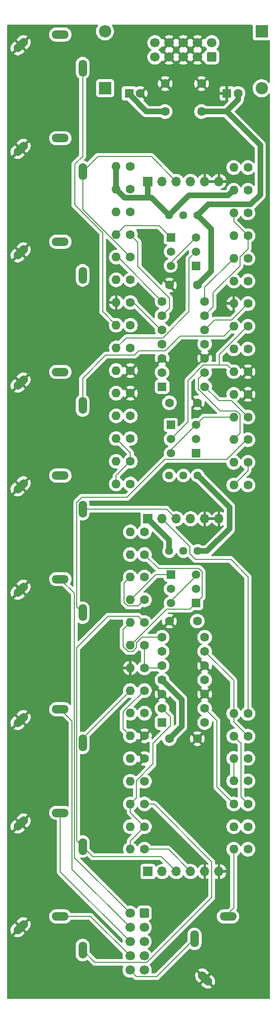
<source format=gtl>
%TF.GenerationSoftware,KiCad,Pcbnew,9.0.0*%
%TF.CreationDate,2025-04-19T17:36:44+02:00*%
%TF.ProjectId,DMH_Tripple_VCA_PCB_1,444d485f-5472-4697-9070-6c655f564341,1*%
%TF.SameCoordinates,Original*%
%TF.FileFunction,Copper,L1,Top*%
%TF.FilePolarity,Positive*%
%FSLAX46Y46*%
G04 Gerber Fmt 4.6, Leading zero omitted, Abs format (unit mm)*
G04 Created by KiCad (PCBNEW 9.0.0) date 2025-04-19 17:36:44*
%MOMM*%
%LPD*%
G01*
G04 APERTURE LIST*
G04 Aperture macros list*
%AMRoundRect*
0 Rectangle with rounded corners*
0 $1 Rounding radius*
0 $2 $3 $4 $5 $6 $7 $8 $9 X,Y pos of 4 corners*
0 Add a 4 corners polygon primitive as box body*
4,1,4,$2,$3,$4,$5,$6,$7,$8,$9,$2,$3,0*
0 Add four circle primitives for the rounded corners*
1,1,$1+$1,$2,$3*
1,1,$1+$1,$4,$5*
1,1,$1+$1,$6,$7*
1,1,$1+$1,$8,$9*
0 Add four rect primitives between the rounded corners*
20,1,$1+$1,$2,$3,$4,$5,0*
20,1,$1+$1,$4,$5,$6,$7,0*
20,1,$1+$1,$6,$7,$8,$9,0*
20,1,$1+$1,$8,$9,$2,$3,0*%
%AMHorizOval*
0 Thick line with rounded ends*
0 $1 width*
0 $2 $3 position (X,Y) of the first rounded end (center of the circle)*
0 $4 $5 position (X,Y) of the second rounded end (center of the circle)*
0 Add line between two ends*
20,1,$1,$2,$3,$4,$5,0*
0 Add two circle primitives to create the rounded ends*
1,1,$1,$2,$3*
1,1,$1,$4,$5*%
G04 Aperture macros list end*
%TA.AperFunction,ComponentPad*%
%ADD10HorizOval,1.508000X-0.533159X-0.533159X0.533159X0.533159X0*%
%TD*%
%TA.AperFunction,ComponentPad*%
%ADD11O,1.508000X3.016000*%
%TD*%
%TA.AperFunction,ComponentPad*%
%ADD12O,3.016000X1.508000*%
%TD*%
%TA.AperFunction,ComponentPad*%
%ADD13R,1.700000X1.700000*%
%TD*%
%TA.AperFunction,ComponentPad*%
%ADD14O,1.700000X1.700000*%
%TD*%
%TA.AperFunction,ComponentPad*%
%ADD15HorizOval,1.508000X-0.533159X0.533159X0.533159X-0.533159X0*%
%TD*%
%TA.AperFunction,ComponentPad*%
%ADD16RoundRect,0.250000X-0.550000X-0.550000X0.550000X-0.550000X0.550000X0.550000X-0.550000X0.550000X0*%
%TD*%
%TA.AperFunction,ComponentPad*%
%ADD17C,1.600000*%
%TD*%
%TA.AperFunction,ComponentPad*%
%ADD18O,1.600000X1.600000*%
%TD*%
%TA.AperFunction,ComponentPad*%
%ADD19R,1.500000X1.500000*%
%TD*%
%TA.AperFunction,ComponentPad*%
%ADD20C,1.500000*%
%TD*%
%TA.AperFunction,ComponentPad*%
%ADD21R,2.200000X2.200000*%
%TD*%
%TA.AperFunction,ComponentPad*%
%ADD22O,2.200000X2.200000*%
%TD*%
%TA.AperFunction,ComponentPad*%
%ADD23RoundRect,0.250000X0.600000X0.600000X-0.600000X0.600000X-0.600000X-0.600000X0.600000X-0.600000X0*%
%TD*%
%TA.AperFunction,ComponentPad*%
%ADD24C,1.700000*%
%TD*%
%TA.AperFunction,ComponentPad*%
%ADD25C,1.440000*%
%TD*%
%TA.AperFunction,ComponentPad*%
%ADD26R,1.600000X1.600000*%
%TD*%
%TA.AperFunction,ComponentPad*%
%ADD27RoundRect,0.250000X0.600000X-0.600000X0.600000X0.600000X-0.600000X0.600000X-0.600000X-0.600000X0*%
%TD*%
%TA.AperFunction,Conductor*%
%ADD28C,1.000000*%
%TD*%
%TA.AperFunction,Conductor*%
%ADD29C,0.200000*%
%TD*%
G04 APERTURE END LIST*
D10*
%TO.P,J7,S*%
%TO.N,GND*%
X53903810Y-167153810D03*
D11*
%TO.P,J7,T*%
%TO.N,/Inputs and Outputs/Input C Jack*%
X65000000Y-171250000D03*
D12*
%TO.P,J7,TN*%
%TO.N,Net-(J200-Pin_7)*%
X61000000Y-165250000D03*
%TD*%
D10*
%TO.P,J8,S*%
%TO.N,GND*%
X53903810Y-185653810D03*
D11*
%TO.P,J8,T*%
%TO.N,/Inputs and Outputs/Output C Jack*%
X65000000Y-189750000D03*
D12*
%TO.P,J8,TN*%
%TO.N,Net-(J200-Pin_8)*%
X61000000Y-183750000D03*
%TD*%
D10*
%TO.P,J5,S*%
%TO.N,GND*%
X53903810Y-125403810D03*
D11*
%TO.P,J5,T*%
%TO.N,/Inputs and Outputs/Output B Jack*%
X65000000Y-129500000D03*
D12*
%TO.P,J5,TN*%
%TO.N,Net-(J200-Pin_5)*%
X61000000Y-123500000D03*
%TD*%
D10*
%TO.P,J9,S*%
%TO.N,GND*%
X53903810Y-204153810D03*
D11*
%TO.P,J9,T*%
%TO.N,/Inputs and Outputs/CV C Jack*%
X65000000Y-208250000D03*
D12*
%TO.P,J9,TN*%
%TO.N,Net-(J200-Pin_9)*%
X61000000Y-202250000D03*
%TD*%
D10*
%TO.P,J1,S*%
%TO.N,GND*%
X53903810Y-46653810D03*
D11*
%TO.P,J1,T*%
%TO.N,/Inputs and Outputs/Input A Jack*%
X65000000Y-50750000D03*
D12*
%TO.P,J1,TN*%
%TO.N,Net-(J200-Pin_1)*%
X61000000Y-44750000D03*
%TD*%
D13*
%TO.P,J50,1,Pin_1*%
%TO.N,+12V*%
X76675000Y-70975000D03*
D14*
%TO.P,J50,2,Pin_2*%
%TO.N,/Inputs and Outputs/Mute A Switch*%
X79215000Y-70975000D03*
%TO.P,J50,3,Pin_3*%
%TO.N,/Inputs and Outputs/Output A Jack*%
X81755000Y-70975000D03*
%TO.P,J50,4,Pin_4*%
%TO.N,/Inputs and Outputs/Offset A Pot*%
X84295000Y-70975000D03*
%TO.P,J50,5,Pin_5*%
%TO.N,GND*%
X86835000Y-70975000D03*
%TO.P,J50,6,Pin_6*%
X89375000Y-70975000D03*
%TD*%
D10*
%TO.P,J6,S*%
%TO.N,GND*%
X53903810Y-143903810D03*
D11*
%TO.P,J6,T*%
%TO.N,/Inputs and Outputs/CV B Jack*%
X65000000Y-148000000D03*
D12*
%TO.P,J6,TN*%
%TO.N,Net-(J200-Pin_6)*%
X61000000Y-142000000D03*
%TD*%
D13*
%TO.P,J60,1,Pin_1*%
%TO.N,+12V*%
X76675000Y-131225000D03*
D14*
%TO.P,J60,2,Pin_2*%
%TO.N,/Inputs and Outputs/Mute B Switch*%
X79215000Y-131225000D03*
%TO.P,J60,3,Pin_3*%
%TO.N,/Inputs and Outputs/Output B Jack*%
X81755000Y-131225000D03*
%TO.P,J60,4,Pin_4*%
%TO.N,/Inputs and Outputs/Offset B Pot*%
X84295000Y-131225000D03*
%TO.P,J60,5,Pin_5*%
%TO.N,GND*%
X86835000Y-131225000D03*
%TO.P,J60,6,Pin_6*%
X89375000Y-131225000D03*
%TD*%
D10*
%TO.P,J2,S*%
%TO.N,GND*%
X53903810Y-65153810D03*
D11*
%TO.P,J2,T*%
%TO.N,/Inputs and Outputs/Output A Jack*%
X65000000Y-69250000D03*
D12*
%TO.P,J2,TN*%
%TO.N,Net-(J200-Pin_2)*%
X61000000Y-63250000D03*
%TD*%
D13*
%TO.P,J70,1,Pin_1*%
%TO.N,+12V*%
X76675000Y-194225000D03*
D14*
%TO.P,J70,2,Pin_2*%
%TO.N,/Inputs and Outputs/Mute C Switch*%
X79215000Y-194225000D03*
%TO.P,J70,3,Pin_3*%
%TO.N,/Inputs and Outputs/Output C Jack*%
X81755000Y-194225000D03*
%TO.P,J70,4,Pin_4*%
%TO.N,/Inputs and Outputs/Offset C Pot*%
X84295000Y-194225000D03*
%TO.P,J70,5,Pin_5*%
%TO.N,GND*%
X86835000Y-194225000D03*
%TO.P,J70,6,Pin_6*%
X89375000Y-194225000D03*
%TD*%
D10*
%TO.P,J4,S*%
%TO.N,GND*%
X53903810Y-106903810D03*
D11*
%TO.P,J4,T*%
%TO.N,/Inputs and Outputs/Input B Jack*%
X65000000Y-111000000D03*
D12*
%TO.P,J4,TN*%
%TO.N,Net-(J200-Pin_4)*%
X61000000Y-105000000D03*
%TD*%
D10*
%TO.P,J3,S*%
%TO.N,GND*%
X53903810Y-83653810D03*
D11*
%TO.P,J3,T*%
%TO.N,/Inputs and Outputs/CV A Jack*%
X65000000Y-87750000D03*
D12*
%TO.P,J3,TN*%
%TO.N,Net-(J200-Pin_3)*%
X61000000Y-81750000D03*
%TD*%
D15*
%TO.P,J10,S*%
%TO.N,GND*%
X86903810Y-213346190D03*
D12*
%TO.P,J10,T*%
%TO.N,/Inputs and Outputs/Mix Out Jack*%
X91000000Y-202250000D03*
D11*
%TO.P,J10,TN*%
%TO.N,Net-(J200-Pin_10)*%
X85000000Y-206250000D03*
%TD*%
D16*
%TO.P,U1,1*%
%TO.N,Net-(R12-Pad1)*%
X79200000Y-107625000D03*
D17*
%TO.P,U1,2,-*%
%TO.N,Net-(U1A--)*%
X79200000Y-105085000D03*
%TO.P,U1,3,+*%
%TO.N,GND*%
X79200000Y-102545000D03*
%TO.P,U1,4,V+*%
%TO.N,+12V*%
X79200000Y-100005000D03*
%TO.P,U1,5,+*%
%TO.N,Net-(U1B-+)*%
X79200000Y-97465000D03*
%TO.P,U1,6,-*%
%TO.N,Net-(U1B--)*%
X79200000Y-94925000D03*
%TO.P,U1,7*%
%TO.N,Net-(R3-Pad1)*%
X79200000Y-92385000D03*
%TO.P,U1,8*%
%TO.N,Net-(R18-Pad1)*%
X86820000Y-92385000D03*
%TO.P,U1,9,-*%
%TO.N,Net-(U1C--)*%
X86820000Y-94925000D03*
%TO.P,U1,10,+*%
%TO.N,Net-(U1C-+)*%
X86820000Y-97465000D03*
%TO.P,U1,11,V-*%
%TO.N,-12V*%
X86820000Y-100005000D03*
%TO.P,U1,12,+*%
%TO.N,GND*%
X86820000Y-102545000D03*
%TO.P,U1,13,-*%
%TO.N,Net-(U1D--)*%
X86820000Y-105085000D03*
%TO.P,U1,14*%
%TO.N,Net-(R27-Pad1)*%
X86820000Y-107625000D03*
%TD*%
%TO.P,R46,1*%
%TO.N,/Inputs and Outputs/Mute B Switch*%
X94545000Y-166000000D03*
D18*
%TO.P,R46,2*%
%TO.N,Net-(U2C--)*%
X92005000Y-166000000D03*
%TD*%
D19*
%TO.P,Q5,1,C*%
%TO.N,Net-(Q5-C)*%
X80750000Y-141210000D03*
D20*
%TO.P,Q5,2,B*%
%TO.N,Net-(Q5-B)*%
X80750000Y-143750000D03*
%TO.P,Q5,3,E*%
%TO.N,Net-(Q5-E)*%
X80750000Y-146290000D03*
%TD*%
D17*
%TO.P,R27,1*%
%TO.N,Net-(R27-Pad1)*%
X94545000Y-113050000D03*
D18*
%TO.P,R27,2*%
%TO.N,Net-(Q3-E)*%
X92005000Y-113050000D03*
%TD*%
D17*
%TO.P,R39,1*%
%TO.N,Net-(R39-Pad1)*%
X76060000Y-165950000D03*
D18*
%TO.P,R39,2*%
%TO.N,Net-(Q6-B)*%
X73520000Y-165950000D03*
%TD*%
D21*
%TO.P,D1,1,K*%
%TO.N,+12V*%
X69000000Y-54330000D03*
D22*
%TO.P,D1,2,A*%
%TO.N,Net-(D1-A)*%
X69000000Y-44170000D03*
%TD*%
D19*
%TO.P,Q6,1,C*%
%TO.N,Net-(Q6-C)*%
X85250000Y-146290000D03*
D20*
%TO.P,Q6,2,B*%
%TO.N,Net-(Q6-B)*%
X85250000Y-143750000D03*
%TO.P,Q6,3,E*%
%TO.N,Net-(Q5-E)*%
X85250000Y-141210000D03*
%TD*%
D19*
%TO.P,Q2,1,C*%
%TO.N,Net-(Q2-C)*%
X85250000Y-86040000D03*
D20*
%TO.P,Q2,2,B*%
%TO.N,Net-(Q2-B)*%
X85250000Y-83500000D03*
%TO.P,Q2,3,E*%
%TO.N,Net-(Q1-E)*%
X85250000Y-80960000D03*
%TD*%
D17*
%TO.P,C8,1*%
%TO.N,GND*%
X80500000Y-149500000D03*
%TO.P,C8,2*%
%TO.N,-12V*%
X85500000Y-149500000D03*
%TD*%
%TO.P,R21,1*%
%TO.N,Net-(U1C-+)*%
X94545000Y-88750000D03*
D18*
%TO.P,R21,2*%
%TO.N,Net-(Q4-C)*%
X92005000Y-88750000D03*
%TD*%
D17*
%TO.P,R10,1*%
%TO.N,GND*%
X73545000Y-104750000D03*
D18*
%TO.P,R10,2*%
%TO.N,Net-(Q1-B)*%
X71005000Y-104750000D03*
%TD*%
D17*
%TO.P,R41,1*%
%TO.N,GND*%
X76060000Y-174050000D03*
D18*
%TO.P,R41,2*%
%TO.N,Net-(Q6-B)*%
X73520000Y-174050000D03*
%TD*%
D17*
%TO.P,R23,1*%
%TO.N,Net-(Q3-B)*%
X94545000Y-96850000D03*
D18*
%TO.P,R23,2*%
%TO.N,/Inputs and Outputs/Input B Jack*%
X92005000Y-96850000D03*
%TD*%
D17*
%TO.P,R1,1*%
%TO.N,Net-(Q1-C)*%
X73545000Y-68300000D03*
D18*
%TO.P,R1,2*%
%TO.N,+12V*%
X71005000Y-68300000D03*
%TD*%
D17*
%TO.P,R28,1*%
%TO.N,/Inputs and Outputs/CV B Jack*%
X94545000Y-117100000D03*
D18*
%TO.P,R28,2*%
%TO.N,Net-(U1D--)*%
X92005000Y-117100000D03*
%TD*%
D23*
%TO.P,J200,1,Pin_1*%
%TO.N,Net-(J200-Pin_1)*%
X76002500Y-201670000D03*
D24*
%TO.P,J200,2,Pin_2*%
%TO.N,Net-(J200-Pin_2)*%
X76002500Y-204210000D03*
%TO.P,J200,3,Pin_3*%
%TO.N,Net-(J200-Pin_3)*%
X76002500Y-206750000D03*
%TO.P,J200,4,Pin_4*%
%TO.N,Net-(J200-Pin_4)*%
X76002500Y-209290000D03*
%TO.P,J200,5,Pin_5*%
%TO.N,Net-(J200-Pin_5)*%
X76002500Y-211830000D03*
%TO.P,J200,6,Pin_6*%
%TO.N,Net-(J200-Pin_6)*%
X73462500Y-201670000D03*
%TO.P,J200,7,Pin_7*%
%TO.N,Net-(J200-Pin_7)*%
X73462500Y-204210000D03*
%TO.P,J200,8,Pin_8*%
%TO.N,Net-(J200-Pin_8)*%
X73462500Y-206750000D03*
%TO.P,J200,9,Pin_9*%
%TO.N,Net-(J200-Pin_9)*%
X73462500Y-209290000D03*
%TO.P,J200,10,Pin_10*%
%TO.N,Net-(J200-Pin_10)*%
X73462500Y-211830000D03*
%TD*%
D17*
%TO.P,R43,1*%
%TO.N,/Inputs and Outputs/CV C Jack*%
X76060000Y-182150000D03*
D18*
%TO.P,R43,2*%
%TO.N,Net-(U2A--)*%
X73520000Y-182150000D03*
%TD*%
D17*
%TO.P,R51,1*%
%TO.N,Net-(U2D--)*%
X94545000Y-186200000D03*
D18*
%TO.P,R51,2*%
%TO.N,Net-(R51-Pad2)*%
X92005000Y-186200000D03*
%TD*%
D17*
%TO.P,R48,1*%
%TO.N,/Inputs and Outputs/Mute C Switch*%
X94545000Y-174000000D03*
D18*
%TO.P,R48,2*%
%TO.N,Net-(U2C--)*%
X92005000Y-174000000D03*
%TD*%
D25*
%TO.P,RV1,1,1*%
%TO.N,-12V*%
X85550000Y-77000000D03*
%TO.P,RV1,2,2*%
%TO.N,Net-(R9-Pad1)*%
X83010000Y-77000000D03*
%TO.P,RV1,3,3*%
%TO.N,+12V*%
X80470000Y-77000000D03*
%TD*%
D17*
%TO.P,R31,1*%
%TO.N,Net-(Q5-C)*%
X76060000Y-133550000D03*
D18*
%TO.P,R31,2*%
%TO.N,+12V*%
X73520000Y-133550000D03*
%TD*%
D17*
%TO.P,R37,1*%
%TO.N,Net-(U2B-+)*%
X76060000Y-157850000D03*
D18*
%TO.P,R37,2*%
%TO.N,GND*%
X73520000Y-157850000D03*
%TD*%
D25*
%TO.P,RV3,1,1*%
%TO.N,-12V*%
X85540000Y-137000000D03*
%TO.P,RV3,2,2*%
%TO.N,Net-(R39-Pad1)*%
X83000000Y-137000000D03*
%TO.P,RV3,3,3*%
%TO.N,+12V*%
X80460000Y-137000000D03*
%TD*%
D17*
%TO.P,R45,1*%
%TO.N,/Inputs and Outputs/Offset C Pot*%
X76060000Y-190250000D03*
D18*
%TO.P,R45,2*%
%TO.N,Net-(U2A--)*%
X73520000Y-190250000D03*
%TD*%
D17*
%TO.P,R8,1*%
%TO.N,Net-(Q1-B)*%
X73545000Y-96650000D03*
D18*
%TO.P,R8,2*%
%TO.N,/Inputs and Outputs/Input A Jack*%
X71005000Y-96650000D03*
%TD*%
D17*
%TO.P,R29,1*%
%TO.N,Net-(U1D--)*%
X94545000Y-121150000D03*
D18*
%TO.P,R29,2*%
%TO.N,Net-(R27-Pad1)*%
X92005000Y-121150000D03*
%TD*%
D17*
%TO.P,R12,1*%
%TO.N,Net-(R12-Pad1)*%
X73545000Y-112850000D03*
D18*
%TO.P,R12,2*%
%TO.N,Net-(Q1-E)*%
X71005000Y-112850000D03*
%TD*%
D17*
%TO.P,C6,1*%
%TO.N,GND*%
X80500000Y-89500000D03*
%TO.P,C6,2*%
%TO.N,-12V*%
X85500000Y-89500000D03*
%TD*%
D26*
%TO.P,C1,1*%
%TO.N,+12V*%
X73294887Y-55250000D03*
D17*
%TO.P,C1,2*%
%TO.N,GND*%
X75294887Y-55250000D03*
%TD*%
D19*
%TO.P,Q1,1,C*%
%TO.N,Net-(Q1-C)*%
X80750000Y-80960000D03*
D20*
%TO.P,Q1,2,B*%
%TO.N,Net-(Q1-B)*%
X80750000Y-83500000D03*
%TO.P,Q1,3,E*%
%TO.N,Net-(Q1-E)*%
X80750000Y-86040000D03*
%TD*%
D17*
%TO.P,R30,1*%
%TO.N,/Inputs and Outputs/Offset B Pot*%
X94545000Y-125200000D03*
D18*
%TO.P,R30,2*%
%TO.N,Net-(U1D--)*%
X92005000Y-125200000D03*
%TD*%
D17*
%TO.P,R2,1*%
%TO.N,Net-(Q2-C)*%
X73545000Y-72350000D03*
D18*
%TO.P,R2,2*%
%TO.N,+12V*%
X71005000Y-72350000D03*
%TD*%
D17*
%TO.P,R33,1*%
%TO.N,Net-(R33-Pad1)*%
X76060000Y-141650000D03*
D18*
%TO.P,R33,2*%
%TO.N,Net-(U2B--)*%
X73520000Y-141650000D03*
%TD*%
D17*
%TO.P,C3,1*%
%TO.N,+12V*%
X79750000Y-58500000D03*
%TO.P,C3,2*%
%TO.N,GND*%
X79750000Y-53500000D03*
%TD*%
%TO.P,R36,1*%
%TO.N,Net-(U2B-+)*%
X76060000Y-153800000D03*
D18*
%TO.P,R36,2*%
%TO.N,Net-(Q6-C)*%
X73520000Y-153800000D03*
%TD*%
D17*
%TO.P,R20,1*%
%TO.N,/Inputs and Outputs/Output B Jack*%
X94545000Y-84700000D03*
D18*
%TO.P,R20,2*%
%TO.N,Net-(R18-Pad1)*%
X92005000Y-84700000D03*
%TD*%
D21*
%TO.P,D2,1,K*%
%TO.N,Net-(D2-K)*%
X97000000Y-44170000D03*
D22*
%TO.P,D2,2,A*%
%TO.N,-12V*%
X97000000Y-54330000D03*
%TD*%
D17*
%TO.P,R13,1*%
%TO.N,/Inputs and Outputs/CV A Jack*%
X73545000Y-116900000D03*
D18*
%TO.P,R13,2*%
%TO.N,Net-(U1A--)*%
X71005000Y-116900000D03*
%TD*%
D25*
%TO.P,RV2,1,1*%
%TO.N,-12V*%
X85540000Y-123500000D03*
%TO.P,RV2,2,2*%
%TO.N,Net-(R24-Pad1)*%
X83000000Y-123500000D03*
%TO.P,RV2,3,3*%
%TO.N,+12V*%
X80460000Y-123500000D03*
%TD*%
D17*
%TO.P,R9,1*%
%TO.N,Net-(R9-Pad1)*%
X73545000Y-100700000D03*
D18*
%TO.P,R9,2*%
%TO.N,Net-(Q2-B)*%
X71005000Y-100700000D03*
%TD*%
D17*
%TO.P,R25,1*%
%TO.N,GND*%
X94545000Y-104950000D03*
D18*
%TO.P,R25,2*%
%TO.N,Net-(Q3-B)*%
X92005000Y-104950000D03*
%TD*%
D17*
%TO.P,R17,1*%
%TO.N,Net-(Q4-C)*%
X94545000Y-72550000D03*
D18*
%TO.P,R17,2*%
%TO.N,+12V*%
X92005000Y-72550000D03*
%TD*%
D17*
%TO.P,R47,1*%
%TO.N,Net-(U2C--)*%
X94545000Y-170050000D03*
D18*
%TO.P,R47,2*%
%TO.N,Net-(R47-Pad2)*%
X92005000Y-170050000D03*
%TD*%
D17*
%TO.P,R5,1*%
%TO.N,/Inputs and Outputs/Output A Jack*%
X73545000Y-84500000D03*
D18*
%TO.P,R5,2*%
%TO.N,Net-(R3-Pad1)*%
X71005000Y-84500000D03*
%TD*%
D17*
%TO.P,R15,1*%
%TO.N,/Inputs and Outputs/Offset A Pot*%
X73545000Y-125000000D03*
D18*
%TO.P,R15,2*%
%TO.N,Net-(U1A--)*%
X71005000Y-125000000D03*
%TD*%
D17*
%TO.P,R40,1*%
%TO.N,GND*%
X76060000Y-170000000D03*
D18*
%TO.P,R40,2*%
%TO.N,Net-(Q5-B)*%
X73520000Y-170000000D03*
%TD*%
D17*
%TO.P,R11,1*%
%TO.N,GND*%
X73545000Y-108800000D03*
D18*
%TO.P,R11,2*%
%TO.N,Net-(Q2-B)*%
X71005000Y-108800000D03*
%TD*%
D17*
%TO.P,C4,1*%
%TO.N,GND*%
X86250000Y-53500000D03*
%TO.P,C4,2*%
%TO.N,-12V*%
X86250000Y-58500000D03*
%TD*%
%TO.P,R26,1*%
%TO.N,GND*%
X94545000Y-109000000D03*
D18*
%TO.P,R26,2*%
%TO.N,Net-(Q4-B)*%
X92005000Y-109000000D03*
%TD*%
D17*
%TO.P,R16,1*%
%TO.N,Net-(Q3-C)*%
X94545000Y-68500000D03*
D18*
%TO.P,R16,2*%
%TO.N,+12V*%
X92005000Y-68500000D03*
%TD*%
D17*
%TO.P,R14,1*%
%TO.N,Net-(U1A--)*%
X73545000Y-120950000D03*
D18*
%TO.P,R14,2*%
%TO.N,Net-(R12-Pad1)*%
X71005000Y-120950000D03*
%TD*%
D17*
%TO.P,R49,1*%
%TO.N,/Inputs and Outputs/Mute A Switch*%
X94545000Y-178050000D03*
D18*
%TO.P,R49,2*%
%TO.N,Net-(U2C--)*%
X92005000Y-178050000D03*
%TD*%
D17*
%TO.P,R7,1*%
%TO.N,Net-(U1B-+)*%
X73545000Y-92600000D03*
D18*
%TO.P,R7,2*%
%TO.N,GND*%
X71005000Y-92600000D03*
%TD*%
D17*
%TO.P,C7,1*%
%TO.N,+12V*%
X80500000Y-170500000D03*
%TO.P,C7,2*%
%TO.N,GND*%
X85500000Y-170500000D03*
%TD*%
%TO.P,R24,1*%
%TO.N,Net-(R24-Pad1)*%
X94545000Y-100900000D03*
D18*
%TO.P,R24,2*%
%TO.N,Net-(Q4-B)*%
X92005000Y-100900000D03*
%TD*%
D17*
%TO.P,R44,1*%
%TO.N,Net-(U2A--)*%
X76060000Y-186200000D03*
D18*
%TO.P,R44,2*%
%TO.N,Net-(R42-Pad1)*%
X73520000Y-186200000D03*
%TD*%
D17*
%TO.P,R22,1*%
%TO.N,Net-(U1C-+)*%
X94545000Y-92800000D03*
D18*
%TO.P,R22,2*%
%TO.N,GND*%
X92005000Y-92800000D03*
%TD*%
D17*
%TO.P,R38,1*%
%TO.N,Net-(Q5-B)*%
X76060000Y-161900000D03*
D18*
%TO.P,R38,2*%
%TO.N,/Inputs and Outputs/Input C Jack*%
X73520000Y-161900000D03*
%TD*%
D17*
%TO.P,R50,1*%
%TO.N,Net-(R47-Pad2)*%
X94545000Y-182150000D03*
D18*
%TO.P,R50,2*%
%TO.N,Net-(U2D--)*%
X92005000Y-182150000D03*
%TD*%
D17*
%TO.P,R35,1*%
%TO.N,/Inputs and Outputs/Output C Jack*%
X76045000Y-149750000D03*
D18*
%TO.P,R35,2*%
%TO.N,Net-(R33-Pad1)*%
X73505000Y-149750000D03*
%TD*%
D26*
%TO.P,C2,1*%
%TO.N,GND*%
X90794888Y-55250000D03*
D17*
%TO.P,C2,2*%
%TO.N,-12V*%
X92794888Y-55250000D03*
%TD*%
D27*
%TO.P,J100,1a,Pin_1a*%
%TO.N,Net-(D2-K)*%
X88080000Y-48752500D03*
D24*
%TO.P,J100,1b,Pin_1b*%
X88080000Y-46212500D03*
%TO.P,J100,2a,Pin_2a*%
%TO.N,GND*%
X85540000Y-48752500D03*
%TO.P,J100,2b,Pin_2b*%
X85540000Y-46212500D03*
%TO.P,J100,3a,Pin_3a*%
X83000000Y-48752500D03*
%TO.P,J100,3b,Pin_3b*%
X83000000Y-46212500D03*
%TO.P,J100,4a,Pin_4a*%
X80460000Y-48752500D03*
%TO.P,J100,4b,Pin_4b*%
X80460000Y-46212500D03*
%TO.P,J100,5a,Pin_5a*%
%TO.N,Net-(D1-A)*%
X77920000Y-48752500D03*
%TO.P,J100,5b,Pin_5b*%
X77920000Y-46212500D03*
%TD*%
D17*
%TO.P,R18,1*%
%TO.N,Net-(R18-Pad1)*%
X94545000Y-76600000D03*
D18*
%TO.P,R18,2*%
%TO.N,Net-(U1C--)*%
X92005000Y-76600000D03*
%TD*%
D17*
%TO.P,R6,1*%
%TO.N,Net-(U1B-+)*%
X73545000Y-88550000D03*
D18*
%TO.P,R6,2*%
%TO.N,Net-(Q2-C)*%
X71005000Y-88550000D03*
%TD*%
D16*
%TO.P,U2,1*%
%TO.N,Net-(R42-Pad1)*%
X79200000Y-167625000D03*
D17*
%TO.P,U2,2,-*%
%TO.N,Net-(U2A--)*%
X79200000Y-165085000D03*
%TO.P,U2,3,+*%
%TO.N,GND*%
X79200000Y-162545000D03*
%TO.P,U2,4,V+*%
%TO.N,+12V*%
X79200000Y-160005000D03*
%TO.P,U2,5,+*%
%TO.N,Net-(U2B-+)*%
X79200000Y-157465000D03*
%TO.P,U2,6,-*%
%TO.N,Net-(U2B--)*%
X79200000Y-154925000D03*
%TO.P,U2,7*%
%TO.N,Net-(R33-Pad1)*%
X79200000Y-152385000D03*
%TO.P,U2,8*%
%TO.N,Net-(R47-Pad2)*%
X86820000Y-152385000D03*
%TO.P,U2,9,-*%
%TO.N,Net-(U2C--)*%
X86820000Y-154925000D03*
%TO.P,U2,10,+*%
%TO.N,GND*%
X86820000Y-157465000D03*
%TO.P,U2,11,V-*%
%TO.N,-12V*%
X86820000Y-160005000D03*
%TO.P,U2,12,+*%
%TO.N,GND*%
X86820000Y-162545000D03*
%TO.P,U2,13,-*%
%TO.N,Net-(U2D--)*%
X86820000Y-165085000D03*
%TO.P,U2,14*%
%TO.N,Net-(R51-Pad2)*%
X86820000Y-167625000D03*
%TD*%
%TO.P,R3,1*%
%TO.N,Net-(R3-Pad1)*%
X73545000Y-76400000D03*
D18*
%TO.P,R3,2*%
%TO.N,Net-(U1B--)*%
X71005000Y-76400000D03*
%TD*%
D17*
%TO.P,R32,1*%
%TO.N,Net-(Q6-C)*%
X76060000Y-137600000D03*
D18*
%TO.P,R32,2*%
%TO.N,+12V*%
X73520000Y-137600000D03*
%TD*%
D17*
%TO.P,R4,1*%
%TO.N,Net-(U1B--)*%
X73545000Y-80450000D03*
D18*
%TO.P,R4,2*%
%TO.N,Net-(Q1-C)*%
X71005000Y-80450000D03*
%TD*%
D17*
%TO.P,R42,1*%
%TO.N,Net-(R42-Pad1)*%
X76060000Y-178100000D03*
D18*
%TO.P,R42,2*%
%TO.N,Net-(Q5-E)*%
X73520000Y-178100000D03*
%TD*%
D17*
%TO.P,R19,1*%
%TO.N,Net-(U1C--)*%
X94545000Y-80650000D03*
D18*
%TO.P,R19,2*%
%TO.N,Net-(Q3-C)*%
X92005000Y-80650000D03*
%TD*%
D19*
%TO.P,Q4,1,C*%
%TO.N,Net-(Q4-C)*%
X85250000Y-119540000D03*
D20*
%TO.P,Q4,2,B*%
%TO.N,Net-(Q4-B)*%
X85250000Y-117000000D03*
%TO.P,Q4,3,E*%
%TO.N,Net-(Q3-E)*%
X85250000Y-114460000D03*
%TD*%
D17*
%TO.P,R34,1*%
%TO.N,Net-(U2B--)*%
X76060000Y-145700000D03*
D18*
%TO.P,R34,2*%
%TO.N,Net-(Q5-C)*%
X73520000Y-145700000D03*
%TD*%
D19*
%TO.P,Q3,1,C*%
%TO.N,Net-(Q3-C)*%
X80750000Y-114460000D03*
D20*
%TO.P,Q3,2,B*%
%TO.N,Net-(Q3-B)*%
X80750000Y-117000000D03*
%TO.P,Q3,3,E*%
%TO.N,Net-(Q3-E)*%
X80750000Y-119540000D03*
%TD*%
D17*
%TO.P,C5,1*%
%TO.N,+12V*%
X80500000Y-110500000D03*
%TO.P,C5,2*%
%TO.N,GND*%
X85500000Y-110500000D03*
%TD*%
%TO.P,R52,1*%
%TO.N,Net-(R51-Pad2)*%
X94545000Y-190250000D03*
D18*
%TO.P,R52,2*%
%TO.N,/Inputs and Outputs/Mix Out Jack*%
X92005000Y-190250000D03*
%TD*%
D28*
%TO.N,+12V*%
X82700000Y-168300000D02*
X80500000Y-170500000D01*
X76422152Y-58500000D02*
X79750000Y-58500000D01*
X73294887Y-55372735D02*
X76422152Y-58500000D01*
X72506000Y-73851000D02*
X77321000Y-73851000D01*
X91055000Y-73500000D02*
X92005000Y-72550000D01*
X73294887Y-55250000D02*
X73294887Y-55372735D01*
X83970000Y-73500000D02*
X91055000Y-73500000D01*
X76675000Y-73826000D02*
X76700000Y-73851000D01*
X80470000Y-77000000D02*
X83970000Y-73500000D01*
X71005000Y-72350000D02*
X72506000Y-73851000D01*
X77321000Y-73851000D02*
X80470000Y-77000000D01*
X76675000Y-70975000D02*
X76675000Y-73826000D01*
X79200000Y-160005000D02*
X82700000Y-163505000D01*
X76700000Y-73851000D02*
X77321000Y-73851000D01*
X76675000Y-131225000D02*
X80460000Y-135010000D01*
X80460000Y-135010000D02*
X80460000Y-137000000D01*
X82700000Y-163505000D02*
X82700000Y-168300000D01*
X71005000Y-68300000D02*
X71005000Y-72350000D01*
%TO.N,-12V*%
X87451000Y-75099000D02*
X85550000Y-77000000D01*
X95001000Y-75099000D02*
X87451000Y-75099000D01*
X85593446Y-123500000D02*
X91250000Y-129156554D01*
X90676258Y-58500000D02*
X92794888Y-56381370D01*
X85540000Y-123500000D02*
X85593446Y-123500000D01*
X96750000Y-64500000D02*
X96750000Y-73350000D01*
X91250000Y-133000000D02*
X87250000Y-137000000D01*
X88000000Y-87000000D02*
X85500000Y-89500000D01*
X92794888Y-56381370D02*
X92794888Y-55250000D01*
X88000000Y-79450000D02*
X88000000Y-87000000D01*
X96750000Y-73350000D02*
X95001000Y-75099000D01*
X86250000Y-58500000D02*
X90750000Y-58500000D01*
X85550000Y-77000000D02*
X88000000Y-79450000D01*
X91250000Y-129156554D02*
X91250000Y-133000000D01*
X87250000Y-137000000D02*
X85540000Y-137000000D01*
X90750000Y-58500000D02*
X96750000Y-64500000D01*
X86250000Y-58500000D02*
X90676258Y-58500000D01*
D29*
%TO.N,/Inputs and Outputs/Input A Jack*%
X68590425Y-80159575D02*
X68590425Y-94235425D01*
X65000000Y-66500000D02*
X63600000Y-67900000D01*
X68590425Y-94235425D02*
X71005000Y-96650000D01*
X63600000Y-75169150D02*
X68590425Y-80159575D01*
X63600000Y-67900000D02*
X63600000Y-75169150D01*
X65000000Y-50750000D02*
X65000000Y-66500000D01*
%TO.N,/Inputs and Outputs/Output A Jack*%
X73497950Y-84500000D02*
X73545000Y-84500000D01*
X67750000Y-66500000D02*
X65000000Y-69250000D01*
X65000000Y-76002050D02*
X73497950Y-84500000D01*
X77280000Y-66500000D02*
X67750000Y-66500000D01*
X81755000Y-70975000D02*
X77280000Y-66500000D01*
X65000000Y-69250000D02*
X65000000Y-76002050D01*
%TO.N,/Inputs and Outputs/Input B Jack*%
X74250000Y-102000000D02*
X75000000Y-101250000D01*
X75000000Y-101250000D02*
X79750000Y-101250000D01*
X69100000Y-102000000D02*
X74250000Y-102000000D01*
X65000000Y-111000000D02*
X65000000Y-106100000D01*
X65000000Y-106100000D02*
X69100000Y-102000000D01*
X82434000Y-98566000D02*
X90289000Y-98566000D01*
X90289000Y-98566000D02*
X92005000Y-96850000D01*
X79750000Y-101250000D02*
X82434000Y-98566000D01*
%TO.N,/Inputs and Outputs/Output B Jack*%
X81755000Y-131225000D02*
X81725000Y-131225000D01*
X81725000Y-131225000D02*
X80000000Y-129500000D01*
X80000000Y-129500000D02*
X65000000Y-129500000D01*
%TO.N,/Inputs and Outputs/CV B Jack*%
X64854005Y-127400000D02*
X72914586Y-127400000D01*
X63945000Y-146945000D02*
X63945000Y-128309005D01*
X65000000Y-148000000D02*
X63945000Y-146945000D01*
X63945000Y-128309005D02*
X64854005Y-127400000D01*
X94300000Y-117100000D02*
X94545000Y-117100000D01*
X72914586Y-127400000D02*
X79723586Y-120591000D01*
X79723586Y-120591000D02*
X90809000Y-120591000D01*
X90809000Y-120591000D02*
X94300000Y-117100000D01*
%TO.N,Net-(J200-Pin_10)*%
X73462500Y-211830000D02*
X74613500Y-212981000D01*
X78269000Y-212981000D02*
X85000000Y-206250000D01*
X74613500Y-212981000D02*
X78269000Y-212981000D01*
%TO.N,Net-(J200-Pin_9)*%
X61000000Y-202250000D02*
X66422500Y-202250000D01*
X66422500Y-202250000D02*
X73462500Y-209290000D01*
%TO.N,/Inputs and Outputs/Input C Jack*%
X65000000Y-171250000D02*
X65000000Y-170420000D01*
X65000000Y-170420000D02*
X73520000Y-161900000D01*
%TO.N,/Inputs and Outputs/Output C Jack*%
X65000000Y-189750000D02*
X63945000Y-188695000D01*
X79130000Y-191600000D02*
X81755000Y-194225000D01*
X76045000Y-149750000D02*
X74944000Y-148649000D01*
X65000000Y-189750000D02*
X66850000Y-191600000D01*
X74944000Y-148649000D02*
X69541000Y-148649000D01*
X66850000Y-191600000D02*
X79130000Y-191600000D01*
X69541000Y-148649000D02*
X63945000Y-154245000D01*
X63945000Y-188695000D02*
X63945000Y-154245000D01*
%TO.N,Net-(J200-Pin_8)*%
X61000000Y-194287500D02*
X73462500Y-206750000D01*
X61000000Y-183750000D02*
X61000000Y-194287500D01*
%TO.N,Net-(J200-Pin_7)*%
X63100000Y-193847500D02*
X63100000Y-167350000D01*
X73462500Y-204210000D02*
X63100000Y-193847500D01*
X63100000Y-167350000D02*
X61000000Y-165250000D01*
%TO.N,/Inputs and Outputs/CV C Jack*%
X76479260Y-210441000D02*
X88100000Y-198820260D01*
X76110000Y-182200000D02*
X76060000Y-182150000D01*
X65000000Y-208250000D02*
X67191000Y-210441000D01*
X67191000Y-210441000D02*
X76479260Y-210441000D01*
X88100000Y-192500000D02*
X77800000Y-182200000D01*
X77800000Y-182200000D02*
X76110000Y-182200000D01*
X88100000Y-192500000D02*
X88100000Y-198820260D01*
%TO.N,Net-(J200-Pin_6)*%
X63500000Y-191707500D02*
X73462500Y-201670000D01*
X61000000Y-142000000D02*
X63500000Y-144500000D01*
X63500000Y-144500000D02*
X63500000Y-191707500D01*
%TO.N,/Inputs and Outputs/Mix Out Jack*%
X92005000Y-200745000D02*
X92005000Y-190250000D01*
X91000000Y-202250000D02*
X91000000Y-201750000D01*
X91000000Y-201750000D02*
X92005000Y-200745000D01*
%TO.N,/Inputs and Outputs/Mute B Switch*%
X91500000Y-138500000D02*
X94500000Y-141500000D01*
X84179000Y-137479000D02*
X85200000Y-138500000D01*
X85200000Y-138500000D02*
X91500000Y-138500000D01*
X84179000Y-136189000D02*
X84179000Y-137479000D01*
X94545000Y-166000000D02*
X94545000Y-141545000D01*
X79215000Y-131225000D02*
X84179000Y-136189000D01*
X94545000Y-141545000D02*
X94500000Y-141500000D01*
%TO.N,/Inputs and Outputs/Offset C Pot*%
X80320000Y-190250000D02*
X84295000Y-194225000D01*
X76060000Y-190250000D02*
X80320000Y-190250000D01*
%TO.N,Net-(Q1-C)*%
X72555000Y-78900000D02*
X78690000Y-78900000D01*
X71005000Y-80450000D02*
X72555000Y-78900000D01*
X78690000Y-78900000D02*
X80750000Y-80960000D01*
%TO.N,Net-(Q1-E)*%
X80750000Y-85460000D02*
X80750000Y-86040000D01*
X85250000Y-80960000D02*
X80750000Y-85460000D01*
%TO.N,Net-(Q2-B)*%
X85250000Y-83500000D02*
X84000000Y-84750000D01*
X72801000Y-98904000D02*
X71005000Y-100700000D01*
X84000000Y-84750000D02*
X84000000Y-94222050D01*
X84000000Y-94222050D02*
X79318050Y-98904000D01*
X79318050Y-98904000D02*
X72801000Y-98904000D01*
%TO.N,Net-(Q3-B)*%
X86547950Y-103800000D02*
X89400000Y-103800000D01*
X94545000Y-96850000D02*
X94497950Y-96850000D01*
X89400000Y-101947950D02*
X89400000Y-103800000D01*
X90900000Y-103800000D02*
X92005000Y-104905000D01*
X94497950Y-96850000D02*
X89400000Y-101947950D01*
X83800000Y-106547950D02*
X86547950Y-103800000D01*
X80750000Y-117000000D02*
X83800000Y-113950000D01*
X89400000Y-103800000D02*
X90900000Y-103800000D01*
X83800000Y-113950000D02*
X83800000Y-106547950D01*
X92005000Y-104905000D02*
X92005000Y-104950000D01*
%TO.N,Net-(Q3-E)*%
X85250000Y-114460000D02*
X86660000Y-113050000D01*
X86660000Y-113050000D02*
X92005000Y-113050000D01*
X80750000Y-118960000D02*
X80750000Y-119540000D01*
X85250000Y-114460000D02*
X80750000Y-118960000D01*
%TO.N,Net-(Q5-C)*%
X73520000Y-145700000D02*
X73567050Y-145700000D01*
X78057050Y-141210000D02*
X80750000Y-141210000D01*
X73567050Y-145700000D02*
X78057050Y-141210000D01*
%TO.N,Net-(Q5-E)*%
X80750000Y-146290000D02*
X80750000Y-145950000D01*
X80750000Y-145950000D02*
X85250000Y-141450000D01*
X85250000Y-141450000D02*
X85250000Y-141210000D01*
%TO.N,Net-(Q5-B)*%
X73520000Y-170000000D02*
X72200000Y-168680000D01*
X72200000Y-165760000D02*
X72419000Y-165541000D01*
X72200000Y-168680000D02*
X72200000Y-165760000D01*
X73111000Y-164849000D02*
X76060000Y-161900000D01*
X73063950Y-164849000D02*
X73111000Y-164849000D01*
X72419000Y-165493950D02*
X73063950Y-164849000D01*
X72419000Y-165541000D02*
X72419000Y-165493950D01*
%TO.N,Net-(Q6-C)*%
X86400000Y-145140000D02*
X85250000Y-146290000D01*
X85800000Y-140100000D02*
X86400000Y-140700000D01*
X86400000Y-140700000D02*
X86400000Y-145140000D01*
X80059000Y-147341000D02*
X73600000Y-153800000D01*
X76060000Y-137600000D02*
X78560000Y-140100000D01*
X78560000Y-140100000D02*
X85800000Y-140100000D01*
X84199000Y-147341000D02*
X80059000Y-147341000D01*
X85250000Y-146290000D02*
X84199000Y-147341000D01*
X73600000Y-153800000D02*
X73520000Y-153800000D01*
%TO.N,Net-(U1D--)*%
X92461050Y-111949000D02*
X93106000Y-112593950D01*
X85719000Y-106186000D02*
X85719000Y-108081050D01*
X94545000Y-121150000D02*
X94545000Y-122660000D01*
X89586950Y-111949000D02*
X92461050Y-111949000D01*
X85719000Y-108081050D02*
X89586950Y-111949000D01*
X93106000Y-115999000D02*
X92005000Y-117100000D01*
X93106000Y-112593950D02*
X93106000Y-115999000D01*
X86820000Y-105085000D02*
X85719000Y-106186000D01*
X94545000Y-122660000D02*
X92005000Y-125200000D01*
%TO.N,Net-(R3-Pad1)*%
X71315000Y-84500000D02*
X79200000Y-92385000D01*
X71005000Y-84500000D02*
X71315000Y-84500000D01*
%TO.N,Net-(U1B-+)*%
X73545000Y-92600000D02*
X74100000Y-92600000D01*
X74100000Y-92600000D02*
X78965000Y-97465000D01*
X78965000Y-97465000D02*
X79200000Y-97465000D01*
%TO.N,Net-(U1A--)*%
X73545000Y-120950000D02*
X73545000Y-119440000D01*
X73545000Y-119440000D02*
X71005000Y-116900000D01*
X71005000Y-123490000D02*
X73545000Y-120950000D01*
X71005000Y-125000000D02*
X71005000Y-123490000D01*
%TO.N,Net-(U1C--)*%
X93106000Y-86091950D02*
X88349000Y-90848950D01*
X94545000Y-83055000D02*
X93106000Y-84494000D01*
X93106000Y-84494000D02*
X93106000Y-86091950D01*
X88349000Y-90848950D02*
X88349000Y-93396000D01*
X94545000Y-80650000D02*
X94545000Y-83055000D01*
X92005000Y-76600000D02*
X92005000Y-78110000D01*
X92005000Y-78110000D02*
X94545000Y-80650000D01*
X88349000Y-93396000D02*
X86820000Y-94925000D01*
%TO.N,Net-(R18-Pad1)*%
X92005000Y-84700000D02*
X86820000Y-89885000D01*
X86820000Y-89885000D02*
X86820000Y-92385000D01*
%TO.N,Net-(U1C-+)*%
X86820000Y-97465000D02*
X88536000Y-95749000D01*
X88536000Y-95749000D02*
X91596000Y-95749000D01*
X91596000Y-95749000D02*
X94545000Y-92800000D01*
%TO.N,Net-(R27-Pad1)*%
X89296000Y-110101000D02*
X91596000Y-110101000D01*
X86820000Y-107625000D02*
X89296000Y-110101000D01*
X91596000Y-110101000D02*
X94545000Y-113050000D01*
%TO.N,Net-(U1B--)*%
X80500000Y-91800000D02*
X80500000Y-93625000D01*
X74900000Y-81805000D02*
X74900000Y-86200000D01*
X80500000Y-93625000D02*
X79200000Y-94925000D01*
X74900000Y-86200000D02*
X80500000Y-91800000D01*
X73545000Y-80450000D02*
X74900000Y-81805000D01*
%TO.N,Net-(U2B-+)*%
X76060000Y-157850000D02*
X78815000Y-157850000D01*
X76060000Y-153800000D02*
X76060000Y-157850000D01*
X78815000Y-157850000D02*
X79200000Y-157465000D01*
%TO.N,Net-(R33-Pad1)*%
X74621000Y-154256050D02*
X74621000Y-153379000D01*
X73063950Y-154901000D02*
X73976050Y-154901000D01*
X74621000Y-153379000D02*
X75615000Y-152385000D01*
X73976050Y-154901000D02*
X74621000Y-154256050D01*
X73505000Y-149750000D02*
X72250000Y-151005000D01*
X75615000Y-152385000D02*
X79200000Y-152385000D01*
X72250000Y-154087050D02*
X73063950Y-154901000D01*
X72250000Y-151005000D02*
X72250000Y-154087050D01*
%TO.N,Net-(U2C--)*%
X92005000Y-166000000D02*
X92005000Y-167510000D01*
X92005000Y-178050000D02*
X92005000Y-174000000D01*
X92005000Y-160110000D02*
X86820000Y-154925000D01*
X92005000Y-167510000D02*
X94545000Y-170050000D01*
X92005000Y-166000000D02*
X92005000Y-160110000D01*
%TO.N,Net-(U2B--)*%
X72419000Y-142751000D02*
X73520000Y-141650000D01*
X74959000Y-146801000D02*
X73063950Y-146801000D01*
X72419000Y-146156050D02*
X72419000Y-142751000D01*
X73063950Y-146801000D02*
X72419000Y-146156050D01*
X76060000Y-145700000D02*
X74959000Y-146801000D01*
%TO.N,Net-(U2A--)*%
X74621000Y-181049000D02*
X73520000Y-182150000D01*
X80700000Y-168200000D02*
X77600000Y-171300000D01*
X79200000Y-165085000D02*
X80700000Y-166585000D01*
X73520000Y-183660000D02*
X76060000Y-186200000D01*
X73520000Y-182150000D02*
X73520000Y-183660000D01*
X73520000Y-188740000D02*
X76060000Y-186200000D01*
X73520000Y-190250000D02*
X73520000Y-188740000D01*
X74621000Y-177981950D02*
X74621000Y-181049000D01*
X77600000Y-171300000D02*
X77600000Y-175002950D01*
X80700000Y-166585000D02*
X80700000Y-168200000D01*
X77600000Y-175002950D02*
X74621000Y-177981950D01*
%TO.N,Net-(R47-Pad2)*%
X92005000Y-170050000D02*
X93300000Y-171345000D01*
X93300000Y-171345000D02*
X93300000Y-180905000D01*
X93300000Y-180905000D02*
X94545000Y-182150000D01*
%TO.N,Net-(U2D--)*%
X89000000Y-179145000D02*
X89000000Y-167265000D01*
X92005000Y-182150000D02*
X89000000Y-179145000D01*
X89000000Y-167265000D02*
X86820000Y-165085000D01*
%TD*%
%TA.AperFunction,Conductor*%
%TO.N,GND*%
G36*
X65891144Y-191496793D02*
G01*
X65917850Y-191517085D01*
X66365139Y-191964374D01*
X66365149Y-191964385D01*
X66369479Y-191968715D01*
X66369480Y-191968716D01*
X66481284Y-192080520D01*
X66568095Y-192130639D01*
X66568097Y-192130641D01*
X66606151Y-192152611D01*
X66618215Y-192159577D01*
X66770943Y-192200500D01*
X78829903Y-192200500D01*
X78896942Y-192220185D01*
X78917584Y-192236819D01*
X79343583Y-192662819D01*
X79377068Y-192724142D01*
X79372084Y-192793834D01*
X79330212Y-192849767D01*
X79264748Y-192874184D01*
X79255902Y-192874500D01*
X79108713Y-192874500D01*
X79060042Y-192882208D01*
X78898760Y-192907753D01*
X78696585Y-192973444D01*
X78507179Y-193069951D01*
X78335215Y-193194889D01*
X78221673Y-193308431D01*
X78160350Y-193341915D01*
X78090658Y-193336931D01*
X78034725Y-193295059D01*
X78017810Y-193264082D01*
X77968797Y-193132671D01*
X77968793Y-193132664D01*
X77882547Y-193017455D01*
X77882544Y-193017452D01*
X77767335Y-192931206D01*
X77767328Y-192931202D01*
X77632482Y-192880908D01*
X77632483Y-192880908D01*
X77572883Y-192874501D01*
X77572881Y-192874500D01*
X77572873Y-192874500D01*
X77572864Y-192874500D01*
X75777129Y-192874500D01*
X75777123Y-192874501D01*
X75717516Y-192880908D01*
X75582671Y-192931202D01*
X75582664Y-192931206D01*
X75467455Y-193017452D01*
X75467452Y-193017455D01*
X75381206Y-193132664D01*
X75381202Y-193132671D01*
X75330908Y-193267517D01*
X75324501Y-193327116D01*
X75324500Y-193327135D01*
X75324500Y-195122870D01*
X75324501Y-195122876D01*
X75330908Y-195182483D01*
X75381202Y-195317328D01*
X75381206Y-195317335D01*
X75467452Y-195432544D01*
X75467455Y-195432547D01*
X75582664Y-195518793D01*
X75582671Y-195518797D01*
X75717517Y-195569091D01*
X75717516Y-195569091D01*
X75724444Y-195569835D01*
X75777127Y-195575500D01*
X77572872Y-195575499D01*
X77632483Y-195569091D01*
X77767331Y-195518796D01*
X77882546Y-195432546D01*
X77968796Y-195317331D01*
X78017810Y-195185916D01*
X78059681Y-195129984D01*
X78125145Y-195105566D01*
X78193418Y-195120417D01*
X78221673Y-195141569D01*
X78335213Y-195255109D01*
X78507179Y-195380048D01*
X78507181Y-195380049D01*
X78507184Y-195380051D01*
X78696588Y-195476557D01*
X78898757Y-195542246D01*
X79108713Y-195575500D01*
X79108714Y-195575500D01*
X79321286Y-195575500D01*
X79321287Y-195575500D01*
X79531243Y-195542246D01*
X79733412Y-195476557D01*
X79922816Y-195380051D01*
X80009138Y-195317335D01*
X80094786Y-195255109D01*
X80094788Y-195255106D01*
X80094792Y-195255104D01*
X80245104Y-195104792D01*
X80245106Y-195104788D01*
X80245109Y-195104786D01*
X80370048Y-194932820D01*
X80370047Y-194932820D01*
X80370051Y-194932816D01*
X80374514Y-194924054D01*
X80422488Y-194873259D01*
X80490308Y-194856463D01*
X80556444Y-194878999D01*
X80595486Y-194924056D01*
X80599951Y-194932820D01*
X80724890Y-195104786D01*
X80875213Y-195255109D01*
X81047179Y-195380048D01*
X81047181Y-195380049D01*
X81047184Y-195380051D01*
X81236588Y-195476557D01*
X81438757Y-195542246D01*
X81648713Y-195575500D01*
X81648714Y-195575500D01*
X81861286Y-195575500D01*
X81861287Y-195575500D01*
X82071243Y-195542246D01*
X82273412Y-195476557D01*
X82462816Y-195380051D01*
X82549138Y-195317335D01*
X82634786Y-195255109D01*
X82634788Y-195255106D01*
X82634792Y-195255104D01*
X82785104Y-195104792D01*
X82785106Y-195104788D01*
X82785109Y-195104786D01*
X82910048Y-194932820D01*
X82910047Y-194932820D01*
X82910051Y-194932816D01*
X82914514Y-194924054D01*
X82962488Y-194873259D01*
X83030308Y-194856463D01*
X83096444Y-194878999D01*
X83135486Y-194924056D01*
X83139951Y-194932820D01*
X83264890Y-195104786D01*
X83415213Y-195255109D01*
X83587179Y-195380048D01*
X83587181Y-195380049D01*
X83587184Y-195380051D01*
X83776588Y-195476557D01*
X83978757Y-195542246D01*
X84188713Y-195575500D01*
X84188714Y-195575500D01*
X84401286Y-195575500D01*
X84401287Y-195575500D01*
X84611243Y-195542246D01*
X84813412Y-195476557D01*
X85002816Y-195380051D01*
X85089138Y-195317335D01*
X85174786Y-195255109D01*
X85174788Y-195255106D01*
X85174792Y-195255104D01*
X85325104Y-195104792D01*
X85325106Y-195104788D01*
X85325109Y-195104786D01*
X85450048Y-194932820D01*
X85450051Y-194932816D01*
X85454793Y-194923508D01*
X85502763Y-194872711D01*
X85570583Y-194855911D01*
X85636719Y-194878445D01*
X85675763Y-194923500D01*
X85680377Y-194932555D01*
X85805272Y-195104459D01*
X85805276Y-195104464D01*
X85955535Y-195254723D01*
X85955540Y-195254727D01*
X86127442Y-195379620D01*
X86316782Y-195476095D01*
X86518871Y-195541757D01*
X86585000Y-195552231D01*
X86585000Y-194658012D01*
X86642007Y-194690925D01*
X86769174Y-194725000D01*
X86900826Y-194725000D01*
X87027993Y-194690925D01*
X87085000Y-194658012D01*
X87085000Y-195552230D01*
X87151126Y-195541757D01*
X87151129Y-195541757D01*
X87337182Y-195481305D01*
X87407023Y-195479310D01*
X87466856Y-195515390D01*
X87497684Y-195578091D01*
X87499500Y-195599236D01*
X87499500Y-198520162D01*
X87479815Y-198587201D01*
X87463181Y-198607843D01*
X77390057Y-208680966D01*
X77328734Y-208714451D01*
X77259042Y-208709467D01*
X77203109Y-208667595D01*
X77191891Y-208649580D01*
X77187897Y-208641742D01*
X77157551Y-208582184D01*
X77149523Y-208571134D01*
X77032609Y-208410213D01*
X76882286Y-208259890D01*
X76710320Y-208134951D01*
X76709615Y-208134591D01*
X76701554Y-208130485D01*
X76650759Y-208082512D01*
X76633963Y-208014692D01*
X76656499Y-207948556D01*
X76701554Y-207909515D01*
X76710316Y-207905051D01*
X76732289Y-207889086D01*
X76882286Y-207780109D01*
X76882288Y-207780106D01*
X76882292Y-207780104D01*
X77032604Y-207629792D01*
X77032606Y-207629788D01*
X77032609Y-207629786D01*
X77157548Y-207457820D01*
X77157547Y-207457820D01*
X77157551Y-207457816D01*
X77254057Y-207268412D01*
X77319746Y-207066243D01*
X77353000Y-206856287D01*
X77353000Y-206643713D01*
X77319746Y-206433757D01*
X77254057Y-206231588D01*
X77157551Y-206042184D01*
X77157549Y-206042181D01*
X77157548Y-206042179D01*
X77032609Y-205870213D01*
X76882286Y-205719890D01*
X76710320Y-205594951D01*
X76709615Y-205594591D01*
X76701554Y-205590485D01*
X76650759Y-205542512D01*
X76633963Y-205474692D01*
X76656499Y-205408556D01*
X76701554Y-205369515D01*
X76710316Y-205365051D01*
X76739001Y-205344210D01*
X76882286Y-205240109D01*
X76882288Y-205240106D01*
X76882292Y-205240104D01*
X77032604Y-205089792D01*
X77032606Y-205089788D01*
X77032609Y-205089786D01*
X77157548Y-204917820D01*
X77157547Y-204917820D01*
X77157551Y-204917816D01*
X77254057Y-204728412D01*
X77319746Y-204526243D01*
X77353000Y-204316287D01*
X77353000Y-204103713D01*
X77319746Y-203893757D01*
X77254057Y-203691588D01*
X77157551Y-203502184D01*
X77157549Y-203502181D01*
X77157548Y-203502179D01*
X77032609Y-203330213D01*
X76882290Y-203179894D01*
X76882285Y-203179890D01*
X76877391Y-203176334D01*
X76834727Y-203121003D01*
X76828749Y-203051390D01*
X76861357Y-202989595D01*
X76911274Y-202958312D01*
X76921834Y-202954814D01*
X77071156Y-202862712D01*
X77195212Y-202738656D01*
X77287314Y-202589334D01*
X77342499Y-202422797D01*
X77353000Y-202320009D01*
X77352999Y-201019992D01*
X77348585Y-200976786D01*
X77342499Y-200917203D01*
X77342498Y-200917200D01*
X77287314Y-200750666D01*
X77195212Y-200601344D01*
X77071156Y-200477288D01*
X76921834Y-200385186D01*
X76755297Y-200330001D01*
X76755295Y-200330000D01*
X76652510Y-200319500D01*
X75352498Y-200319500D01*
X75352481Y-200319501D01*
X75249703Y-200330000D01*
X75249700Y-200330001D01*
X75083168Y-200385185D01*
X75083163Y-200385187D01*
X74933842Y-200477289D01*
X74809789Y-200601342D01*
X74717687Y-200750663D01*
X74717683Y-200750673D01*
X74714185Y-200761229D01*
X74674410Y-200818672D01*
X74609893Y-200845493D01*
X74541118Y-200833174D01*
X74496163Y-200795106D01*
X74492605Y-200790209D01*
X74342286Y-200639890D01*
X74170320Y-200514951D01*
X73980914Y-200418444D01*
X73980913Y-200418443D01*
X73980912Y-200418443D01*
X73778743Y-200352754D01*
X73778741Y-200352753D01*
X73778740Y-200352753D01*
X73617457Y-200327208D01*
X73568787Y-200319500D01*
X73356213Y-200319500D01*
X73327506Y-200324046D01*
X73146257Y-200352753D01*
X73103973Y-200366492D01*
X73034132Y-200368486D01*
X72977976Y-200336241D01*
X64572417Y-191930681D01*
X64538932Y-191869358D01*
X64543916Y-191799666D01*
X64585788Y-191743733D01*
X64651252Y-191719316D01*
X64698416Y-191725068D01*
X64706237Y-191727610D01*
X64738742Y-191732758D01*
X64901264Y-191758500D01*
X64901269Y-191758500D01*
X65098736Y-191758500D01*
X65293763Y-191727610D01*
X65319289Y-191719316D01*
X65481561Y-191666591D01*
X65657501Y-191576944D01*
X65757284Y-191504448D01*
X65823090Y-191480968D01*
X65891144Y-191496793D01*
G37*
%TD.AperFunction*%
%TA.AperFunction,Conductor*%
G36*
X87442539Y-193994685D02*
G01*
X87488294Y-194047489D01*
X87499500Y-194099000D01*
X87499500Y-194351000D01*
X87479815Y-194418039D01*
X87427011Y-194463794D01*
X87375500Y-194475000D01*
X87268012Y-194475000D01*
X87300925Y-194417993D01*
X87335000Y-194290826D01*
X87335000Y-194159174D01*
X87300925Y-194032007D01*
X87268012Y-193975000D01*
X87375500Y-193975000D01*
X87442539Y-193994685D01*
G37*
%TD.AperFunction*%
%TA.AperFunction,Conductor*%
G36*
X88909075Y-194032007D02*
G01*
X88875000Y-194159174D01*
X88875000Y-194290826D01*
X88909075Y-194417993D01*
X88941988Y-194475000D01*
X88824500Y-194475000D01*
X88757461Y-194455315D01*
X88711706Y-194402511D01*
X88700500Y-194351000D01*
X88700500Y-194099000D01*
X88720185Y-194031961D01*
X88772989Y-193986206D01*
X88824500Y-193975000D01*
X88941988Y-193975000D01*
X88909075Y-194032007D01*
G37*
%TD.AperFunction*%
%TA.AperFunction,Conductor*%
G36*
X74861445Y-182693865D02*
G01*
X74900485Y-182738919D01*
X74947715Y-182831614D01*
X75068028Y-182997213D01*
X75212786Y-183141971D01*
X75367749Y-183254556D01*
X75378390Y-183262287D01*
X75459499Y-183303614D01*
X75560776Y-183355218D01*
X75560778Y-183355218D01*
X75560781Y-183355220D01*
X75635818Y-183379601D01*
X75755465Y-183418477D01*
X75856557Y-183434488D01*
X75957648Y-183450500D01*
X75957649Y-183450500D01*
X76162351Y-183450500D01*
X76162352Y-183450500D01*
X76364534Y-183418477D01*
X76559219Y-183355220D01*
X76741610Y-183262287D01*
X76834590Y-183194732D01*
X76907213Y-183141971D01*
X76907215Y-183141968D01*
X76907219Y-183141966D01*
X77051966Y-182997219D01*
X77157753Y-182851613D01*
X77162085Y-182848273D01*
X77164358Y-182843297D01*
X77189454Y-182827168D01*
X77213082Y-182808949D01*
X77219755Y-182807695D01*
X77223136Y-182805523D01*
X77258071Y-182800500D01*
X77499903Y-182800500D01*
X77566942Y-182820185D01*
X77587584Y-182836819D01*
X87463181Y-192712416D01*
X87496666Y-192773739D01*
X87499500Y-192800097D01*
X87499500Y-192850763D01*
X87479815Y-192917802D01*
X87427011Y-192963557D01*
X87357853Y-192973501D01*
X87337183Y-192968694D01*
X87151124Y-192908241D01*
X87085000Y-192897768D01*
X87085000Y-193791988D01*
X87027993Y-193759075D01*
X86900826Y-193725000D01*
X86769174Y-193725000D01*
X86642007Y-193759075D01*
X86585000Y-193791988D01*
X86585000Y-192897768D01*
X86584999Y-192897768D01*
X86518875Y-192908241D01*
X86316784Y-192973903D01*
X86127442Y-193070379D01*
X85955540Y-193195272D01*
X85955535Y-193195276D01*
X85805276Y-193345535D01*
X85805272Y-193345540D01*
X85680378Y-193517443D01*
X85675762Y-193526502D01*
X85627784Y-193577295D01*
X85559963Y-193594087D01*
X85493829Y-193571546D01*
X85454794Y-193526493D01*
X85450051Y-193517184D01*
X85450049Y-193517181D01*
X85450048Y-193517179D01*
X85325109Y-193345213D01*
X85174786Y-193194890D01*
X85002820Y-193069951D01*
X84813414Y-192973444D01*
X84813413Y-192973443D01*
X84813412Y-192973443D01*
X84611243Y-192907754D01*
X84611241Y-192907753D01*
X84611240Y-192907753D01*
X84449957Y-192882208D01*
X84401287Y-192874500D01*
X84188713Y-192874500D01*
X84160006Y-192879046D01*
X83978757Y-192907753D01*
X83936473Y-192921492D01*
X83866632Y-192923486D01*
X83810476Y-192891241D01*
X80807590Y-189888355D01*
X80807588Y-189888352D01*
X80688717Y-189769481D01*
X80688716Y-189769480D01*
X80601904Y-189719360D01*
X80601904Y-189719359D01*
X80601900Y-189719358D01*
X80551785Y-189690423D01*
X80399057Y-189649499D01*
X80240943Y-189649499D01*
X80233347Y-189649499D01*
X80233331Y-189649500D01*
X77289602Y-189649500D01*
X77222563Y-189629815D01*
X77179117Y-189581795D01*
X77172284Y-189568385D01*
X77051971Y-189402786D01*
X76907213Y-189258028D01*
X76741613Y-189137715D01*
X76741612Y-189137714D01*
X76741610Y-189137713D01*
X76684653Y-189108691D01*
X76559223Y-189044781D01*
X76364534Y-188981522D01*
X76189995Y-188953878D01*
X76162352Y-188949500D01*
X75957648Y-188949500D01*
X75933329Y-188953351D01*
X75755465Y-188981522D01*
X75560776Y-189044781D01*
X75378386Y-189137715D01*
X75212786Y-189258028D01*
X75068028Y-189402786D01*
X74947715Y-189568386D01*
X74900485Y-189661080D01*
X74852510Y-189711876D01*
X74784689Y-189728671D01*
X74718554Y-189706134D01*
X74679515Y-189661080D01*
X74673614Y-189649499D01*
X74632287Y-189568390D01*
X74624556Y-189557749D01*
X74511971Y-189402786D01*
X74367213Y-189258028D01*
X74201612Y-189137714D01*
X74201259Y-189137534D01*
X74201147Y-189137429D01*
X74197458Y-189135168D01*
X74197932Y-189134392D01*
X74150461Y-189089562D01*
X74133663Y-189021742D01*
X74156197Y-188955606D01*
X74169862Y-188939372D01*
X75615158Y-187494075D01*
X75676479Y-187460592D01*
X75741151Y-187463825D01*
X75755466Y-187468477D01*
X75957648Y-187500500D01*
X75957649Y-187500500D01*
X76162351Y-187500500D01*
X76162352Y-187500500D01*
X76364534Y-187468477D01*
X76559219Y-187405220D01*
X76741610Y-187312287D01*
X76850038Y-187233510D01*
X76907213Y-187191971D01*
X76907215Y-187191968D01*
X76907219Y-187191966D01*
X77051966Y-187047219D01*
X77051968Y-187047215D01*
X77051971Y-187047213D01*
X77104732Y-186974590D01*
X77172287Y-186881610D01*
X77265220Y-186699219D01*
X77328477Y-186504534D01*
X77360500Y-186302352D01*
X77360500Y-186097648D01*
X77328477Y-185895466D01*
X77322520Y-185877133D01*
X77265218Y-185700776D01*
X77214896Y-185602015D01*
X77172287Y-185518390D01*
X77164556Y-185507749D01*
X77051971Y-185352786D01*
X76907213Y-185208028D01*
X76741613Y-185087715D01*
X76741612Y-185087714D01*
X76741610Y-185087713D01*
X76682616Y-185057654D01*
X76559223Y-184994781D01*
X76364534Y-184931522D01*
X76189995Y-184903878D01*
X76162352Y-184899500D01*
X75957648Y-184899500D01*
X75919599Y-184905526D01*
X75755468Y-184931522D01*
X75746717Y-184934365D01*
X75741154Y-184936173D01*
X75671313Y-184938167D01*
X75615157Y-184905922D01*
X74169868Y-183460633D01*
X74136383Y-183399310D01*
X74141367Y-183329618D01*
X74183239Y-183273685D01*
X74197457Y-183264832D01*
X74197534Y-183264784D01*
X74201256Y-183262466D01*
X74201610Y-183262287D01*
X74367219Y-183141966D01*
X74511966Y-182997219D01*
X74511968Y-182997215D01*
X74511971Y-182997213D01*
X74632284Y-182831614D01*
X74632285Y-182831613D01*
X74632287Y-182831610D01*
X74679516Y-182738917D01*
X74727489Y-182688123D01*
X74795310Y-182671328D01*
X74861445Y-182693865D01*
G37*
%TD.AperFunction*%
%TA.AperFunction,Conductor*%
G36*
X73201154Y-163163826D02*
G01*
X73215466Y-163168477D01*
X73417648Y-163200500D01*
X73417649Y-163200500D01*
X73610901Y-163200500D01*
X73677940Y-163220185D01*
X73723695Y-163272989D01*
X73733639Y-163342147D01*
X73704614Y-163405703D01*
X73698582Y-163412181D01*
X72818097Y-164292665D01*
X72792426Y-164312365D01*
X72782055Y-164318354D01*
X72782045Y-164318360D01*
X72738639Y-164343420D01*
X72695235Y-164368479D01*
X72695232Y-164368481D01*
X71938479Y-165125234D01*
X71922576Y-165152781D01*
X71895070Y-165200423D01*
X71883645Y-165220209D01*
X71882369Y-165222421D01*
X71862667Y-165248097D01*
X71831285Y-165279479D01*
X71719481Y-165391282D01*
X71719479Y-165391284D01*
X71707591Y-165411876D01*
X71685869Y-165449501D01*
X71640423Y-165528215D01*
X71599499Y-165680943D01*
X71599499Y-165680945D01*
X71599499Y-165849046D01*
X71599500Y-165849059D01*
X71599500Y-168593330D01*
X71599499Y-168593348D01*
X71599499Y-168759054D01*
X71599498Y-168759054D01*
X71640423Y-168911786D01*
X71655391Y-168937709D01*
X71655392Y-168937714D01*
X71655394Y-168937714D01*
X71719479Y-169048714D01*
X71719481Y-169048717D01*
X71838349Y-169167585D01*
X71838355Y-169167590D01*
X72225922Y-169555157D01*
X72259407Y-169616480D01*
X72256173Y-169681155D01*
X72251522Y-169695468D01*
X72219500Y-169897648D01*
X72219500Y-170102351D01*
X72251522Y-170304534D01*
X72314781Y-170499223D01*
X72362257Y-170592398D01*
X72407585Y-170681359D01*
X72407715Y-170681613D01*
X72528028Y-170847213D01*
X72672786Y-170991971D01*
X72793226Y-171079474D01*
X72838390Y-171112287D01*
X72954607Y-171171503D01*
X73020776Y-171205218D01*
X73020778Y-171205218D01*
X73020781Y-171205220D01*
X73125137Y-171239127D01*
X73215465Y-171268477D01*
X73238782Y-171272170D01*
X73417648Y-171300500D01*
X73417649Y-171300500D01*
X73622351Y-171300500D01*
X73622352Y-171300500D01*
X73824534Y-171268477D01*
X74019219Y-171205220D01*
X74201610Y-171112287D01*
X74294590Y-171044732D01*
X74367213Y-170991971D01*
X74367215Y-170991968D01*
X74367219Y-170991966D01*
X74511966Y-170847219D01*
X74511968Y-170847215D01*
X74511971Y-170847213D01*
X74632286Y-170681611D01*
X74632415Y-170681359D01*
X74679795Y-170588369D01*
X74727769Y-170537573D01*
X74795590Y-170520778D01*
X74861725Y-170543315D01*
X74900765Y-170588369D01*
X74948141Y-170681350D01*
X74948147Y-170681359D01*
X74980523Y-170725921D01*
X74980524Y-170725922D01*
X75660000Y-170046446D01*
X75660000Y-170052661D01*
X75687259Y-170154394D01*
X75739920Y-170245606D01*
X75814394Y-170320080D01*
X75905606Y-170372741D01*
X76007339Y-170400000D01*
X76013553Y-170400000D01*
X75334076Y-171079474D01*
X75378650Y-171111859D01*
X75560968Y-171204755D01*
X75755582Y-171267990D01*
X75957683Y-171300000D01*
X76162317Y-171300000D01*
X76364417Y-171267990D01*
X76559031Y-171204755D01*
X76741353Y-171111857D01*
X76814908Y-171058416D01*
X76880714Y-171034935D01*
X76948768Y-171050760D01*
X76997463Y-171100865D01*
X77011618Y-171165342D01*
X77010926Y-171178295D01*
X76999499Y-171220943D01*
X76999499Y-171379057D01*
X76999500Y-171379060D01*
X76999500Y-171392370D01*
X76999500Y-172882334D01*
X76979815Y-172949373D01*
X76927011Y-172995128D01*
X76857853Y-173005072D01*
X76802614Y-172982652D01*
X76741349Y-172938140D01*
X76559031Y-172845244D01*
X76364417Y-172782009D01*
X76162317Y-172750000D01*
X75957683Y-172750000D01*
X75755582Y-172782009D01*
X75560968Y-172845244D01*
X75378644Y-172938143D01*
X75334077Y-172970523D01*
X75334077Y-172970524D01*
X76013553Y-173650000D01*
X76007339Y-173650000D01*
X75905606Y-173677259D01*
X75814394Y-173729920D01*
X75739920Y-173804394D01*
X75687259Y-173895606D01*
X75660000Y-173997339D01*
X75660000Y-174003553D01*
X74980524Y-173324077D01*
X74980523Y-173324077D01*
X74948143Y-173368644D01*
X74900765Y-173461630D01*
X74852790Y-173512426D01*
X74784969Y-173529221D01*
X74718834Y-173506683D01*
X74679795Y-173461630D01*
X74632284Y-173368385D01*
X74511971Y-173202786D01*
X74367213Y-173058028D01*
X74201613Y-172937715D01*
X74201612Y-172937714D01*
X74201610Y-172937713D01*
X74144653Y-172908691D01*
X74019223Y-172844781D01*
X73824534Y-172781522D01*
X73649995Y-172753878D01*
X73622352Y-172749500D01*
X73417648Y-172749500D01*
X73393329Y-172753351D01*
X73215465Y-172781522D01*
X73020776Y-172844781D01*
X72838386Y-172937715D01*
X72672786Y-173058028D01*
X72528028Y-173202786D01*
X72407715Y-173368386D01*
X72314781Y-173550776D01*
X72251522Y-173745465D01*
X72219500Y-173947648D01*
X72219500Y-174152351D01*
X72251522Y-174354534D01*
X72314781Y-174549223D01*
X72378691Y-174674653D01*
X72407585Y-174731359D01*
X72407715Y-174731613D01*
X72528028Y-174897213D01*
X72672786Y-175041971D01*
X72778968Y-175119115D01*
X72838390Y-175162287D01*
X72933514Y-175210755D01*
X73020776Y-175255218D01*
X73020778Y-175255218D01*
X73020781Y-175255220D01*
X73125137Y-175289127D01*
X73215465Y-175318477D01*
X73279922Y-175328686D01*
X73417648Y-175350500D01*
X73417649Y-175350500D01*
X73622351Y-175350500D01*
X73622352Y-175350500D01*
X73824534Y-175318477D01*
X74019219Y-175255220D01*
X74201610Y-175162287D01*
X74294590Y-175094732D01*
X74367213Y-175041971D01*
X74367215Y-175041968D01*
X74367219Y-175041966D01*
X74511966Y-174897219D01*
X74511968Y-174897215D01*
X74511971Y-174897213D01*
X74600093Y-174775921D01*
X74632287Y-174731610D01*
X74679795Y-174638369D01*
X74727769Y-174587573D01*
X74795590Y-174570778D01*
X74861725Y-174593315D01*
X74900765Y-174638369D01*
X74948141Y-174731350D01*
X74948147Y-174731359D01*
X74980523Y-174775921D01*
X74980524Y-174775922D01*
X75660000Y-174096446D01*
X75660000Y-174102661D01*
X75687259Y-174204394D01*
X75739920Y-174295606D01*
X75814394Y-174370080D01*
X75905606Y-174422741D01*
X76007339Y-174450000D01*
X76013552Y-174450000D01*
X75334076Y-175129474D01*
X75378650Y-175161859D01*
X75560968Y-175254755D01*
X75755582Y-175317990D01*
X75957683Y-175350000D01*
X76104352Y-175350000D01*
X76171391Y-175369685D01*
X76217146Y-175422489D01*
X76227090Y-175491647D01*
X76198065Y-175555203D01*
X76192033Y-175561681D01*
X74594130Y-177159583D01*
X74532807Y-177193068D01*
X74463115Y-177188084D01*
X74418768Y-177159583D01*
X74367213Y-177108028D01*
X74201613Y-176987715D01*
X74201612Y-176987714D01*
X74201610Y-176987713D01*
X74144653Y-176958691D01*
X74019223Y-176894781D01*
X73824534Y-176831522D01*
X73649995Y-176803878D01*
X73622352Y-176799500D01*
X73417648Y-176799500D01*
X73393329Y-176803351D01*
X73215465Y-176831522D01*
X73020776Y-176894781D01*
X72838386Y-176987715D01*
X72672786Y-177108028D01*
X72528028Y-177252786D01*
X72407715Y-177418386D01*
X72314781Y-177600776D01*
X72251522Y-177795465D01*
X72219500Y-177997648D01*
X72219500Y-178202351D01*
X72251522Y-178404534D01*
X72314781Y-178599223D01*
X72407715Y-178781613D01*
X72528028Y-178947213D01*
X72672786Y-179091971D01*
X72769566Y-179162284D01*
X72838390Y-179212287D01*
X72933514Y-179260755D01*
X73020776Y-179305218D01*
X73020778Y-179305218D01*
X73020781Y-179305220D01*
X73111502Y-179334697D01*
X73215465Y-179368477D01*
X73267932Y-179376787D01*
X73417648Y-179400500D01*
X73417649Y-179400500D01*
X73622351Y-179400500D01*
X73622352Y-179400500D01*
X73824534Y-179368477D01*
X73824539Y-179368475D01*
X73824541Y-179368475D01*
X73858180Y-179357545D01*
X73928021Y-179355548D01*
X73987854Y-179391628D01*
X74018684Y-179454328D01*
X74020500Y-179475475D01*
X74020500Y-180748901D01*
X74011855Y-180778340D01*
X74005331Y-180808331D01*
X74001576Y-180813345D01*
X74000815Y-180815940D01*
X73984179Y-180836585D01*
X73964839Y-180855924D01*
X73903515Y-180889407D01*
X73838845Y-180886172D01*
X73824535Y-180881523D01*
X73723443Y-180865511D01*
X73622352Y-180849500D01*
X73417648Y-180849500D01*
X73393329Y-180853351D01*
X73215465Y-180881522D01*
X73020776Y-180944781D01*
X72838386Y-181037715D01*
X72672786Y-181158028D01*
X72528028Y-181302786D01*
X72407715Y-181468386D01*
X72314781Y-181650776D01*
X72251522Y-181845465D01*
X72219500Y-182047648D01*
X72219500Y-182252351D01*
X72251522Y-182454534D01*
X72314781Y-182649223D01*
X72407715Y-182831613D01*
X72528028Y-182997213D01*
X72528034Y-182997219D01*
X72672781Y-183141966D01*
X72838390Y-183262287D01*
X72851793Y-183269116D01*
X72862856Y-183279564D01*
X72876703Y-183285888D01*
X72887744Y-183303068D01*
X72902589Y-183317088D01*
X72906830Y-183332768D01*
X72914477Y-183344666D01*
X72919500Y-183379601D01*
X72919500Y-183573330D01*
X72919499Y-183573348D01*
X72919499Y-183739054D01*
X72919498Y-183739054D01*
X72960423Y-183891785D01*
X72989358Y-183941900D01*
X72989359Y-183941904D01*
X72989360Y-183941904D01*
X73039479Y-184028714D01*
X73039481Y-184028717D01*
X73158349Y-184147585D01*
X73158355Y-184147590D01*
X73698584Y-184687819D01*
X73732069Y-184749142D01*
X73727085Y-184818834D01*
X73685213Y-184874767D01*
X73619749Y-184899184D01*
X73610903Y-184899500D01*
X73417648Y-184899500D01*
X73393329Y-184903351D01*
X73215465Y-184931522D01*
X73020776Y-184994781D01*
X72838386Y-185087715D01*
X72672786Y-185208028D01*
X72528028Y-185352786D01*
X72407715Y-185518386D01*
X72314781Y-185700776D01*
X72251522Y-185895465D01*
X72219500Y-186097648D01*
X72219500Y-186302351D01*
X72251522Y-186504534D01*
X72314781Y-186699223D01*
X72378691Y-186824653D01*
X72406871Y-186879958D01*
X72407715Y-186881613D01*
X72528028Y-187047213D01*
X72672786Y-187191971D01*
X72827749Y-187304556D01*
X72838390Y-187312287D01*
X72910634Y-187349097D01*
X73020776Y-187405218D01*
X73020778Y-187405218D01*
X73020781Y-187405220D01*
X73125137Y-187439127D01*
X73215465Y-187468477D01*
X73316557Y-187484488D01*
X73417648Y-187500500D01*
X73417649Y-187500500D01*
X73610902Y-187500500D01*
X73677941Y-187520185D01*
X73723696Y-187572989D01*
X73733640Y-187642147D01*
X73704615Y-187705703D01*
X73698583Y-187712181D01*
X73039481Y-188371282D01*
X73039479Y-188371285D01*
X72989361Y-188458094D01*
X72989359Y-188458096D01*
X72960425Y-188508209D01*
X72960424Y-188508210D01*
X72944544Y-188567472D01*
X72919499Y-188660943D01*
X72919499Y-188660945D01*
X72919499Y-188829046D01*
X72919500Y-188829059D01*
X72919500Y-189020397D01*
X72899815Y-189087436D01*
X72851800Y-189130879D01*
X72838389Y-189137712D01*
X72672786Y-189258028D01*
X72528028Y-189402786D01*
X72407715Y-189568386D01*
X72314781Y-189750776D01*
X72251522Y-189945465D01*
X72219500Y-190147648D01*
X72219500Y-190352351D01*
X72251522Y-190554534D01*
X72314781Y-190749223D01*
X72350440Y-190819205D01*
X72363336Y-190887874D01*
X72337060Y-190952614D01*
X72279954Y-190992872D01*
X72239955Y-190999500D01*
X67150097Y-190999500D01*
X67083058Y-190979815D01*
X67062416Y-190963181D01*
X66290819Y-190191584D01*
X66257334Y-190130261D01*
X66254500Y-190103903D01*
X66254500Y-188897263D01*
X66223610Y-188702236D01*
X66203270Y-188639637D01*
X66162591Y-188514439D01*
X66072944Y-188338499D01*
X66015534Y-188259480D01*
X65956884Y-188178753D01*
X65817246Y-188039115D01*
X65657504Y-187923058D01*
X65657503Y-187923057D01*
X65657501Y-187923056D01*
X65481561Y-187833409D01*
X65454499Y-187824616D01*
X65293763Y-187772389D01*
X65098736Y-187741500D01*
X65098731Y-187741500D01*
X64901269Y-187741500D01*
X64901264Y-187741500D01*
X64706233Y-187772390D01*
X64701494Y-187773528D01*
X64701144Y-187772073D01*
X64637942Y-187773861D01*
X64578120Y-187737763D01*
X64547310Y-187675053D01*
X64545500Y-187653944D01*
X64545500Y-173346054D01*
X64565185Y-173279015D01*
X64617989Y-173233260D01*
X64687147Y-173223316D01*
X64701460Y-173226645D01*
X64701502Y-173226473D01*
X64706228Y-173227607D01*
X64706237Y-173227610D01*
X64779374Y-173239193D01*
X64901264Y-173258500D01*
X64901269Y-173258500D01*
X65098736Y-173258500D01*
X65293763Y-173227610D01*
X65297262Y-173226473D01*
X65481561Y-173166591D01*
X65657501Y-173076944D01*
X65752348Y-173008034D01*
X65817246Y-172960884D01*
X65817248Y-172960881D01*
X65817252Y-172960879D01*
X65956879Y-172821252D01*
X65956881Y-172821248D01*
X65956884Y-172821246D01*
X66050836Y-172691930D01*
X66072944Y-172661501D01*
X66162591Y-172485561D01*
X66223610Y-172297763D01*
X66254500Y-172102736D01*
X66254500Y-170397263D01*
X66223610Y-170202236D01*
X66208684Y-170156299D01*
X66206689Y-170086458D01*
X66238932Y-170030302D01*
X73075159Y-163194075D01*
X73136480Y-163160592D01*
X73201154Y-163163826D01*
G37*
%TD.AperFunction*%
%TA.AperFunction,Conductor*%
G36*
X88325203Y-157279884D02*
G01*
X88331681Y-157285916D01*
X91368181Y-160322416D01*
X91401666Y-160383739D01*
X91404500Y-160410097D01*
X91404500Y-164770397D01*
X91384815Y-164837436D01*
X91336800Y-164880879D01*
X91323389Y-164887712D01*
X91157786Y-165008028D01*
X91013028Y-165152786D01*
X90892715Y-165318386D01*
X90799781Y-165500776D01*
X90736522Y-165695465D01*
X90704500Y-165897648D01*
X90704500Y-166102351D01*
X90736522Y-166304534D01*
X90799781Y-166499223D01*
X90892715Y-166681613D01*
X91013028Y-166847213D01*
X91013034Y-166847219D01*
X91157781Y-166991966D01*
X91323390Y-167112287D01*
X91336793Y-167119116D01*
X91347856Y-167129564D01*
X91361703Y-167135888D01*
X91372744Y-167153068D01*
X91387589Y-167167088D01*
X91391830Y-167182768D01*
X91399477Y-167194666D01*
X91404500Y-167229601D01*
X91404500Y-167423330D01*
X91404499Y-167423348D01*
X91404499Y-167589054D01*
X91404498Y-167589054D01*
X91445423Y-167741785D01*
X91474358Y-167791900D01*
X91474359Y-167791904D01*
X91474360Y-167791904D01*
X91523565Y-167877132D01*
X91524479Y-167878714D01*
X91524481Y-167878717D01*
X91643349Y-167997585D01*
X91643355Y-167997590D01*
X92183584Y-168537819D01*
X92217069Y-168599142D01*
X92212085Y-168668834D01*
X92170213Y-168724767D01*
X92104749Y-168749184D01*
X92095903Y-168749500D01*
X91902648Y-168749500D01*
X91878329Y-168753351D01*
X91700465Y-168781522D01*
X91505776Y-168844781D01*
X91323388Y-168937714D01*
X91157786Y-169058028D01*
X91013028Y-169202786D01*
X90892715Y-169368386D01*
X90799781Y-169550776D01*
X90736522Y-169745465D01*
X90720662Y-169845606D01*
X90704500Y-169947648D01*
X90704500Y-170152352D01*
X90705125Y-170156299D01*
X90736522Y-170354534D01*
X90799781Y-170549223D01*
X90853369Y-170654394D01*
X90891389Y-170729012D01*
X90892715Y-170731613D01*
X91013028Y-170897213D01*
X91157786Y-171041971D01*
X91253978Y-171111857D01*
X91323390Y-171162287D01*
X91407647Y-171205218D01*
X91505776Y-171255218D01*
X91505778Y-171255218D01*
X91505781Y-171255220D01*
X91557948Y-171272170D01*
X91700465Y-171318477D01*
X91801557Y-171334488D01*
X91902648Y-171350500D01*
X91902649Y-171350500D01*
X92107351Y-171350500D01*
X92107352Y-171350500D01*
X92309534Y-171318477D01*
X92323842Y-171313827D01*
X92393679Y-171311831D01*
X92449841Y-171344077D01*
X92663181Y-171557416D01*
X92696666Y-171618739D01*
X92699500Y-171645097D01*
X92699500Y-172691930D01*
X92679815Y-172758969D01*
X92627011Y-172804724D01*
X92557853Y-172814668D01*
X92519208Y-172802416D01*
X92504226Y-172794783D01*
X92504222Y-172794782D01*
X92504219Y-172794780D01*
X92422362Y-172768183D01*
X92309534Y-172731522D01*
X92134995Y-172703878D01*
X92107352Y-172699500D01*
X91902648Y-172699500D01*
X91878329Y-172703351D01*
X91700465Y-172731522D01*
X91505776Y-172794781D01*
X91323386Y-172887715D01*
X91157786Y-173008028D01*
X91013028Y-173152786D01*
X90892715Y-173318386D01*
X90799781Y-173500776D01*
X90736522Y-173695465D01*
X90704500Y-173897648D01*
X90704500Y-174102351D01*
X90736522Y-174304534D01*
X90799781Y-174499223D01*
X90892715Y-174681613D01*
X91013028Y-174847213D01*
X91013034Y-174847219D01*
X91157781Y-174991966D01*
X91323390Y-175112287D01*
X91336793Y-175119116D01*
X91387589Y-175167088D01*
X91404500Y-175229601D01*
X91404500Y-176820397D01*
X91384815Y-176887436D01*
X91336800Y-176930879D01*
X91323389Y-176937712D01*
X91157786Y-177058028D01*
X91013028Y-177202786D01*
X90892715Y-177368386D01*
X90799781Y-177550776D01*
X90736522Y-177745465D01*
X90704500Y-177947648D01*
X90704500Y-178152351D01*
X90736522Y-178354534D01*
X90799781Y-178549223D01*
X90892715Y-178731613D01*
X91013028Y-178897213D01*
X91157786Y-179041971D01*
X91310499Y-179152921D01*
X91323390Y-179162287D01*
X91439607Y-179221503D01*
X91505776Y-179255218D01*
X91505778Y-179255218D01*
X91505781Y-179255220D01*
X91610137Y-179289127D01*
X91700465Y-179318477D01*
X91801557Y-179334488D01*
X91902648Y-179350500D01*
X91902649Y-179350500D01*
X92107351Y-179350500D01*
X92107352Y-179350500D01*
X92309534Y-179318477D01*
X92504219Y-179255220D01*
X92519203Y-179247584D01*
X92587872Y-179234688D01*
X92652613Y-179260963D01*
X92692871Y-179318069D01*
X92699500Y-179358069D01*
X92699500Y-180825939D01*
X92699499Y-180825943D01*
X92699499Y-180836585D01*
X92699499Y-180841935D01*
X92687539Y-180882661D01*
X92679814Y-180908969D01*
X92679813Y-180908969D01*
X92679812Y-180908974D01*
X92633598Y-180949015D01*
X92627010Y-180954724D01*
X92627009Y-180954724D01*
X92627006Y-180954727D01*
X92586535Y-180960543D01*
X92557852Y-180964668D01*
X92557848Y-180964666D01*
X92557847Y-180964667D01*
X92557842Y-180964665D01*
X92519205Y-180952415D01*
X92504226Y-180944782D01*
X92309534Y-180881522D01*
X92134995Y-180853878D01*
X92107352Y-180849500D01*
X91902648Y-180849500D01*
X91862211Y-180855904D01*
X91700462Y-180881523D01*
X91700460Y-180881523D01*
X91686149Y-180886173D01*
X91616308Y-180888164D01*
X91560157Y-180855921D01*
X89636819Y-178932583D01*
X89603334Y-178871260D01*
X89600500Y-178844902D01*
X89600500Y-167354060D01*
X89600501Y-167354047D01*
X89600501Y-167185944D01*
X89598451Y-167178292D01*
X89559577Y-167033216D01*
X89554824Y-167024983D01*
X89480524Y-166896290D01*
X89480518Y-166896282D01*
X88800520Y-166216284D01*
X88114076Y-165529841D01*
X88080592Y-165468519D01*
X88083828Y-165403841D01*
X88085879Y-165397529D01*
X88088477Y-165389534D01*
X88120500Y-165187352D01*
X88120500Y-164982648D01*
X88098918Y-164846385D01*
X88088477Y-164780465D01*
X88056328Y-164681522D01*
X88025220Y-164585781D01*
X88025218Y-164585778D01*
X88025218Y-164585776D01*
X87991503Y-164519607D01*
X87932287Y-164403390D01*
X87921866Y-164389046D01*
X87811971Y-164237786D01*
X87667213Y-164093028D01*
X87501611Y-163972713D01*
X87408369Y-163925203D01*
X87357574Y-163877229D01*
X87340779Y-163809407D01*
X87363317Y-163743273D01*
X87408371Y-163704234D01*
X87501346Y-163656861D01*
X87501347Y-163656861D01*
X87545921Y-163624474D01*
X86866447Y-162945000D01*
X86872661Y-162945000D01*
X86974394Y-162917741D01*
X87065606Y-162865080D01*
X87140080Y-162790606D01*
X87192741Y-162699394D01*
X87220000Y-162597661D01*
X87220000Y-162591447D01*
X87899474Y-163270921D01*
X87931859Y-163226349D01*
X88024755Y-163044031D01*
X88087990Y-162849417D01*
X88120000Y-162647317D01*
X88120000Y-162442682D01*
X88087990Y-162240582D01*
X88024755Y-162045968D01*
X87931859Y-161863650D01*
X87899474Y-161819077D01*
X87899474Y-161819076D01*
X87220000Y-162498551D01*
X87220000Y-162492339D01*
X87192741Y-162390606D01*
X87140080Y-162299394D01*
X87065606Y-162224920D01*
X86974394Y-162172259D01*
X86872661Y-162145000D01*
X86866446Y-162145000D01*
X87545922Y-161465524D01*
X87545921Y-161465523D01*
X87501359Y-161433147D01*
X87501350Y-161433141D01*
X87408369Y-161385765D01*
X87357573Y-161337790D01*
X87340778Y-161269969D01*
X87363315Y-161203835D01*
X87408370Y-161164795D01*
X87501610Y-161117287D01*
X87590396Y-161052781D01*
X87667213Y-160996971D01*
X87667215Y-160996968D01*
X87667219Y-160996966D01*
X87811966Y-160852219D01*
X87811968Y-160852215D01*
X87811971Y-160852213D01*
X87926350Y-160694781D01*
X87932287Y-160686610D01*
X88025220Y-160504219D01*
X88088477Y-160309534D01*
X88120500Y-160107352D01*
X88120500Y-159902648D01*
X88088477Y-159700466D01*
X88025220Y-159505781D01*
X88025218Y-159505778D01*
X88025218Y-159505776D01*
X87991503Y-159439607D01*
X87932287Y-159323390D01*
X87924556Y-159312749D01*
X87811971Y-159157786D01*
X87667213Y-159013028D01*
X87501611Y-158892713D01*
X87408369Y-158845203D01*
X87357574Y-158797229D01*
X87340779Y-158729407D01*
X87363317Y-158663273D01*
X87408371Y-158624234D01*
X87501346Y-158576861D01*
X87501347Y-158576861D01*
X87545921Y-158544474D01*
X86866447Y-157865000D01*
X86872661Y-157865000D01*
X86974394Y-157837741D01*
X87065606Y-157785080D01*
X87140080Y-157710606D01*
X87192741Y-157619394D01*
X87220000Y-157517661D01*
X87220000Y-157511446D01*
X87899474Y-158190921D01*
X87931859Y-158146349D01*
X88024755Y-157964031D01*
X88087990Y-157769417D01*
X88120000Y-157567317D01*
X88120000Y-157373597D01*
X88139685Y-157306558D01*
X88192489Y-157260803D01*
X88261647Y-157250859D01*
X88325203Y-157279884D01*
G37*
%TD.AperFunction*%
%TA.AperFunction,Conductor*%
G36*
X72196563Y-149269185D02*
G01*
X72242318Y-149321989D01*
X72252262Y-149391147D01*
X72247455Y-149411817D01*
X72236524Y-149445457D01*
X72236523Y-149445464D01*
X72204500Y-149647648D01*
X72204500Y-149852351D01*
X72236522Y-150054534D01*
X72241173Y-150068848D01*
X72243165Y-150138690D01*
X72210921Y-150194842D01*
X71881286Y-150524478D01*
X71769481Y-150636282D01*
X71769480Y-150636284D01*
X71729680Y-150705220D01*
X71690423Y-150773215D01*
X71649499Y-150925943D01*
X71649499Y-150925945D01*
X71649499Y-151094046D01*
X71649500Y-151094059D01*
X71649500Y-154000380D01*
X71649499Y-154000398D01*
X71649499Y-154166104D01*
X71649498Y-154166104D01*
X71690423Y-154318835D01*
X71713944Y-154359573D01*
X71713945Y-154359577D01*
X71769475Y-154455759D01*
X71769481Y-154455767D01*
X71888349Y-154574635D01*
X71888355Y-154574640D01*
X72579089Y-155265374D01*
X72579099Y-155265385D01*
X72583429Y-155269715D01*
X72583430Y-155269716D01*
X72695234Y-155381520D01*
X72769192Y-155424219D01*
X72832165Y-155460577D01*
X72984893Y-155501500D01*
X73143007Y-155501500D01*
X73889381Y-155501500D01*
X73889397Y-155501501D01*
X73896993Y-155501501D01*
X74055104Y-155501501D01*
X74055107Y-155501501D01*
X74207835Y-155460577D01*
X74270808Y-155424219D01*
X74344766Y-155381520D01*
X74456570Y-155269716D01*
X74456570Y-155269714D01*
X74466774Y-155259511D01*
X74466778Y-155259506D01*
X74982698Y-154743585D01*
X74985883Y-154740402D01*
X75012803Y-154725707D01*
X75011727Y-154723555D01*
X75011735Y-154723551D01*
X75012811Y-154725703D01*
X75016483Y-154723699D01*
X75047173Y-154706935D01*
X75047193Y-154706936D01*
X75047211Y-154706927D01*
X75081033Y-154709351D01*
X75116865Y-154711908D01*
X75116884Y-154711920D01*
X75116902Y-154711922D01*
X75116993Y-154711990D01*
X75161231Y-154740416D01*
X75212781Y-154791966D01*
X75378390Y-154912287D01*
X75391793Y-154919116D01*
X75442589Y-154967088D01*
X75459500Y-155029601D01*
X75459500Y-156620397D01*
X75439815Y-156687436D01*
X75391800Y-156730879D01*
X75378389Y-156737712D01*
X75212786Y-156858028D01*
X75068028Y-157002786D01*
X74947713Y-157168388D01*
X74900203Y-157261630D01*
X74852228Y-157312426D01*
X74784407Y-157329220D01*
X74718272Y-157306682D01*
X74679234Y-157261628D01*
X74631861Y-157168652D01*
X74511582Y-157003105D01*
X74511582Y-157003104D01*
X74366895Y-156858417D01*
X74201349Y-156738140D01*
X74019029Y-156645244D01*
X73824413Y-156582009D01*
X73770000Y-156573390D01*
X73770000Y-157534314D01*
X73765606Y-157529920D01*
X73674394Y-157477259D01*
X73572661Y-157450000D01*
X73467339Y-157450000D01*
X73365606Y-157477259D01*
X73274394Y-157529920D01*
X73270000Y-157534314D01*
X73270000Y-156573390D01*
X73215586Y-156582009D01*
X73020970Y-156645244D01*
X72838650Y-156738140D01*
X72673105Y-156858417D01*
X72673104Y-156858417D01*
X72528417Y-157003104D01*
X72528417Y-157003105D01*
X72408140Y-157168650D01*
X72315244Y-157350970D01*
X72252009Y-157545586D01*
X72243391Y-157600000D01*
X73204314Y-157600000D01*
X73199920Y-157604394D01*
X73147259Y-157695606D01*
X73120000Y-157797339D01*
X73120000Y-157902661D01*
X73147259Y-158004394D01*
X73199920Y-158095606D01*
X73204314Y-158100000D01*
X72243391Y-158100000D01*
X72252009Y-158154413D01*
X72315244Y-158349029D01*
X72408140Y-158531349D01*
X72528417Y-158696894D01*
X72528417Y-158696895D01*
X72673104Y-158841582D01*
X72838650Y-158961859D01*
X73020968Y-159054754D01*
X73215578Y-159117988D01*
X73270000Y-159126607D01*
X73270000Y-158165686D01*
X73274394Y-158170080D01*
X73365606Y-158222741D01*
X73467339Y-158250000D01*
X73572661Y-158250000D01*
X73674394Y-158222741D01*
X73765606Y-158170080D01*
X73770000Y-158165686D01*
X73770000Y-159126606D01*
X73824421Y-159117988D01*
X74019031Y-159054754D01*
X74201349Y-158961859D01*
X74366894Y-158841582D01*
X74366895Y-158841582D01*
X74511582Y-158696895D01*
X74511582Y-158696894D01*
X74631861Y-158531347D01*
X74679234Y-158438371D01*
X74727208Y-158387575D01*
X74795028Y-158370779D01*
X74861164Y-158393316D01*
X74900203Y-158438369D01*
X74947713Y-158531611D01*
X75068028Y-158697213D01*
X75212786Y-158841971D01*
X75367749Y-158954556D01*
X75378390Y-158962287D01*
X75494607Y-159021503D01*
X75560776Y-159055218D01*
X75560778Y-159055218D01*
X75560781Y-159055220D01*
X75665137Y-159089127D01*
X75755465Y-159118477D01*
X75856557Y-159134488D01*
X75957648Y-159150500D01*
X75957649Y-159150500D01*
X76162351Y-159150500D01*
X76162352Y-159150500D01*
X76364534Y-159118477D01*
X76559219Y-159055220D01*
X76741610Y-158962287D01*
X76837371Y-158892713D01*
X76907213Y-158841971D01*
X76907215Y-158841968D01*
X76907219Y-158841966D01*
X77051966Y-158697219D01*
X77051968Y-158697215D01*
X77051971Y-158697213D01*
X77172284Y-158531614D01*
X77172286Y-158531611D01*
X77172287Y-158531610D01*
X77179117Y-158518204D01*
X77227091Y-158467409D01*
X77289602Y-158450500D01*
X78303591Y-158450500D01*
X78370630Y-158470185D01*
X78376476Y-158474182D01*
X78455158Y-158531347D01*
X78518390Y-158577287D01*
X78609840Y-158623883D01*
X78611080Y-158624515D01*
X78661876Y-158672490D01*
X78678671Y-158740311D01*
X78656134Y-158806446D01*
X78611080Y-158845485D01*
X78518386Y-158892715D01*
X78352786Y-159013028D01*
X78208028Y-159157786D01*
X78087715Y-159323386D01*
X77994781Y-159505776D01*
X77931522Y-159700465D01*
X77899500Y-159902648D01*
X77899500Y-160107351D01*
X77931522Y-160309534D01*
X77994781Y-160504223D01*
X78087715Y-160686613D01*
X78208028Y-160852213D01*
X78352786Y-160996971D01*
X78518385Y-161117284D01*
X78518387Y-161117285D01*
X78518390Y-161117287D01*
X78611630Y-161164795D01*
X78662426Y-161212770D01*
X78679221Y-161280591D01*
X78656684Y-161346725D01*
X78611630Y-161385765D01*
X78518644Y-161433143D01*
X78474077Y-161465523D01*
X78474077Y-161465524D01*
X79153554Y-162145000D01*
X79147339Y-162145000D01*
X79045606Y-162172259D01*
X78954394Y-162224920D01*
X78879920Y-162299394D01*
X78827259Y-162390606D01*
X78800000Y-162492339D01*
X78800000Y-162498553D01*
X78120524Y-161819077D01*
X78120523Y-161819077D01*
X78088143Y-161863644D01*
X77995244Y-162045968D01*
X77932009Y-162240582D01*
X77900000Y-162442682D01*
X77900000Y-162647317D01*
X77932009Y-162849417D01*
X77995244Y-163044031D01*
X78088141Y-163226350D01*
X78088147Y-163226359D01*
X78120523Y-163270921D01*
X78120524Y-163270922D01*
X78800000Y-162591446D01*
X78800000Y-162597661D01*
X78827259Y-162699394D01*
X78879920Y-162790606D01*
X78954394Y-162865080D01*
X79045606Y-162917741D01*
X79147339Y-162945000D01*
X79153553Y-162945000D01*
X78474076Y-163624474D01*
X78518652Y-163656861D01*
X78611628Y-163704234D01*
X78662425Y-163752208D01*
X78679220Y-163820029D01*
X78656683Y-163886164D01*
X78611630Y-163925203D01*
X78518388Y-163972713D01*
X78352786Y-164093028D01*
X78208028Y-164237786D01*
X78087715Y-164403386D01*
X77994781Y-164585776D01*
X77931522Y-164780465D01*
X77899500Y-164982648D01*
X77899500Y-165187351D01*
X77931522Y-165389534D01*
X77994781Y-165584223D01*
X78030886Y-165655081D01*
X78086945Y-165765103D01*
X78087715Y-165766613D01*
X78208028Y-165932213D01*
X78208034Y-165932219D01*
X78352781Y-166076966D01*
X78446452Y-166145021D01*
X78489117Y-166200350D01*
X78495096Y-166269963D01*
X78462491Y-166331759D01*
X78412571Y-166363045D01*
X78330666Y-166390186D01*
X78330663Y-166390187D01*
X78181342Y-166482289D01*
X78057289Y-166606342D01*
X77965187Y-166755663D01*
X77965185Y-166755668D01*
X77951417Y-166797219D01*
X77910001Y-166922203D01*
X77910001Y-166922204D01*
X77910000Y-166922204D01*
X77899500Y-167024983D01*
X77899500Y-168225001D01*
X77899501Y-168225018D01*
X77910000Y-168327796D01*
X77910001Y-168327799D01*
X77933444Y-168398544D01*
X77965186Y-168494334D01*
X78057288Y-168643656D01*
X78181344Y-168767712D01*
X78330666Y-168859814D01*
X78497203Y-168914999D01*
X78599991Y-168925500D01*
X78825902Y-168925499D01*
X78892941Y-168945183D01*
X78938696Y-168997987D01*
X78948640Y-169067146D01*
X78919615Y-169130701D01*
X78913583Y-169137180D01*
X77491850Y-170558913D01*
X77430527Y-170592398D01*
X77360835Y-170587414D01*
X77304902Y-170545542D01*
X77280485Y-170480078D01*
X77286238Y-170432913D01*
X77327990Y-170304417D01*
X77360000Y-170102317D01*
X77360000Y-169897682D01*
X77327990Y-169695582D01*
X77264755Y-169500968D01*
X77171859Y-169318650D01*
X77139474Y-169274077D01*
X77139474Y-169274076D01*
X76460000Y-169953553D01*
X76460000Y-169947339D01*
X76432741Y-169845606D01*
X76380080Y-169754394D01*
X76305606Y-169679920D01*
X76214394Y-169627259D01*
X76112661Y-169600000D01*
X76106446Y-169600000D01*
X76785922Y-168920524D01*
X76785921Y-168920523D01*
X76741359Y-168888147D01*
X76741350Y-168888141D01*
X76559031Y-168795244D01*
X76364417Y-168732009D01*
X76162317Y-168700000D01*
X75957683Y-168700000D01*
X75755582Y-168732009D01*
X75560968Y-168795244D01*
X75378644Y-168888143D01*
X75334077Y-168920523D01*
X75334077Y-168920524D01*
X76013554Y-169600000D01*
X76007339Y-169600000D01*
X75905606Y-169627259D01*
X75814394Y-169679920D01*
X75739920Y-169754394D01*
X75687259Y-169845606D01*
X75660000Y-169947339D01*
X75660000Y-169953553D01*
X74980524Y-169274077D01*
X74980523Y-169274077D01*
X74948143Y-169318644D01*
X74900765Y-169411630D01*
X74852790Y-169462426D01*
X74784969Y-169479221D01*
X74718834Y-169456683D01*
X74679795Y-169411630D01*
X74632284Y-169318385D01*
X74511971Y-169152786D01*
X74367213Y-169008028D01*
X74201613Y-168887715D01*
X74201612Y-168887714D01*
X74201610Y-168887713D01*
X74125822Y-168849097D01*
X74019223Y-168794781D01*
X73824534Y-168731522D01*
X73649995Y-168703878D01*
X73622352Y-168699500D01*
X73417648Y-168699500D01*
X73379599Y-168705526D01*
X73215468Y-168731522D01*
X73209350Y-168733510D01*
X73201154Y-168736173D01*
X73131313Y-168738167D01*
X73075157Y-168705922D01*
X72836819Y-168467584D01*
X72803334Y-168406261D01*
X72800500Y-168379903D01*
X72800500Y-167245331D01*
X72820185Y-167178292D01*
X72872989Y-167132537D01*
X72942147Y-167122593D01*
X72980795Y-167134846D01*
X73020776Y-167155218D01*
X73020778Y-167155218D01*
X73020781Y-167155220D01*
X73105565Y-167182768D01*
X73215465Y-167218477D01*
X73285699Y-167229601D01*
X73417648Y-167250500D01*
X73417649Y-167250500D01*
X73622351Y-167250500D01*
X73622352Y-167250500D01*
X73824534Y-167218477D01*
X74019219Y-167155220D01*
X74201610Y-167062287D01*
X74294590Y-166994732D01*
X74367213Y-166941971D01*
X74367215Y-166941968D01*
X74367219Y-166941966D01*
X74511966Y-166797219D01*
X74511968Y-166797215D01*
X74511971Y-166797213D01*
X74632284Y-166631614D01*
X74632285Y-166631613D01*
X74632287Y-166631610D01*
X74679516Y-166538917D01*
X74727489Y-166488123D01*
X74795310Y-166471328D01*
X74861445Y-166493865D01*
X74900483Y-166538917D01*
X74925961Y-166588919D01*
X74947715Y-166631614D01*
X75068028Y-166797213D01*
X75212786Y-166941971D01*
X75327045Y-167024983D01*
X75378390Y-167062287D01*
X75476860Y-167112460D01*
X75560776Y-167155218D01*
X75560778Y-167155218D01*
X75560781Y-167155220D01*
X75645565Y-167182768D01*
X75755465Y-167218477D01*
X75825699Y-167229601D01*
X75957648Y-167250500D01*
X75957649Y-167250500D01*
X76162351Y-167250500D01*
X76162352Y-167250500D01*
X76364534Y-167218477D01*
X76559219Y-167155220D01*
X76741610Y-167062287D01*
X76834590Y-166994732D01*
X76907213Y-166941971D01*
X76907215Y-166941968D01*
X76907219Y-166941966D01*
X77051966Y-166797219D01*
X77051968Y-166797215D01*
X77051971Y-166797213D01*
X77108546Y-166719343D01*
X77172287Y-166631610D01*
X77265220Y-166449219D01*
X77328477Y-166254534D01*
X77360500Y-166052352D01*
X77360500Y-165847648D01*
X77336396Y-165695465D01*
X77328477Y-165645465D01*
X77267735Y-165458521D01*
X77265220Y-165450781D01*
X77265218Y-165450778D01*
X77265218Y-165450776D01*
X77231503Y-165384607D01*
X77172287Y-165268390D01*
X77157543Y-165248097D01*
X77051971Y-165102786D01*
X76907213Y-164958028D01*
X76741613Y-164837715D01*
X76741612Y-164837714D01*
X76741610Y-164837713D01*
X76684653Y-164808691D01*
X76559223Y-164744781D01*
X76364534Y-164681522D01*
X76189995Y-164653878D01*
X76162352Y-164649500D01*
X75957648Y-164649500D01*
X75933329Y-164653351D01*
X75755465Y-164681522D01*
X75560776Y-164744781D01*
X75378386Y-164837715D01*
X75212786Y-164958028D01*
X75068028Y-165102786D01*
X74947715Y-165268386D01*
X74900485Y-165361080D01*
X74852510Y-165411876D01*
X74784689Y-165428671D01*
X74718554Y-165406134D01*
X74679515Y-165361080D01*
X74657761Y-165318386D01*
X74632287Y-165268390D01*
X74617543Y-165248097D01*
X74511971Y-165102786D01*
X74367213Y-164958028D01*
X74201612Y-164837714D01*
X74201259Y-164837534D01*
X74201147Y-164837429D01*
X74197458Y-164835168D01*
X74197932Y-164834392D01*
X74150461Y-164789562D01*
X74133663Y-164721742D01*
X74156197Y-164655606D01*
X74169862Y-164639372D01*
X75615159Y-163194075D01*
X75676480Y-163160592D01*
X75741154Y-163163826D01*
X75755466Y-163168477D01*
X75957648Y-163200500D01*
X75957649Y-163200500D01*
X76162351Y-163200500D01*
X76162352Y-163200500D01*
X76364534Y-163168477D01*
X76559219Y-163105220D01*
X76741610Y-163012287D01*
X76834590Y-162944732D01*
X76907213Y-162891971D01*
X76907215Y-162891968D01*
X76907219Y-162891966D01*
X77051966Y-162747219D01*
X77051968Y-162747215D01*
X77051971Y-162747213D01*
X77160625Y-162597661D01*
X77172287Y-162581610D01*
X77265220Y-162399219D01*
X77328477Y-162204534D01*
X77360500Y-162002352D01*
X77360500Y-161797648D01*
X77328477Y-161595466D01*
X77265220Y-161400781D01*
X77265218Y-161400778D01*
X77265218Y-161400776D01*
X77200355Y-161273477D01*
X77172287Y-161218390D01*
X77161712Y-161203835D01*
X77051971Y-161052786D01*
X76907213Y-160908028D01*
X76741613Y-160787715D01*
X76741612Y-160787714D01*
X76741610Y-160787713D01*
X76684653Y-160758691D01*
X76559223Y-160694781D01*
X76364534Y-160631522D01*
X76189995Y-160603878D01*
X76162352Y-160599500D01*
X75957648Y-160599500D01*
X75933329Y-160603351D01*
X75755465Y-160631522D01*
X75560776Y-160694781D01*
X75378386Y-160787715D01*
X75212786Y-160908028D01*
X75068028Y-161052786D01*
X74947715Y-161218386D01*
X74900485Y-161311080D01*
X74852510Y-161361876D01*
X74784689Y-161378671D01*
X74718554Y-161356134D01*
X74679515Y-161311080D01*
X74660355Y-161273477D01*
X74632287Y-161218390D01*
X74621712Y-161203835D01*
X74511971Y-161052786D01*
X74367213Y-160908028D01*
X74201613Y-160787715D01*
X74201612Y-160787714D01*
X74201610Y-160787713D01*
X74144653Y-160758691D01*
X74019223Y-160694781D01*
X73824534Y-160631522D01*
X73649995Y-160603878D01*
X73622352Y-160599500D01*
X73417648Y-160599500D01*
X73393329Y-160603351D01*
X73215465Y-160631522D01*
X73020776Y-160694781D01*
X72838386Y-160787715D01*
X72672786Y-160908028D01*
X72528028Y-161052786D01*
X72407715Y-161218386D01*
X72314781Y-161400776D01*
X72251522Y-161595465D01*
X72219500Y-161797648D01*
X72219500Y-162002351D01*
X72251523Y-162204535D01*
X72256172Y-162218845D01*
X72258165Y-162288687D01*
X72225921Y-162344841D01*
X65342419Y-169228344D01*
X65281096Y-169261829D01*
X65235340Y-169263136D01*
X65098736Y-169241500D01*
X65098731Y-169241500D01*
X64901269Y-169241500D01*
X64901264Y-169241500D01*
X64706233Y-169272390D01*
X64701494Y-169273528D01*
X64701144Y-169272073D01*
X64637942Y-169273861D01*
X64578120Y-169237763D01*
X64547310Y-169175053D01*
X64545500Y-169153944D01*
X64545500Y-154545097D01*
X64565185Y-154478058D01*
X64581819Y-154457416D01*
X69753416Y-149285819D01*
X69814739Y-149252334D01*
X69841097Y-149249500D01*
X72129524Y-149249500D01*
X72196563Y-149269185D01*
G37*
%TD.AperFunction*%
%TA.AperFunction,Conductor*%
G36*
X80279474Y-163270921D02*
G01*
X80311859Y-163226349D01*
X80404754Y-163044031D01*
X80445068Y-162919962D01*
X80484506Y-162862287D01*
X80548864Y-162835089D01*
X80617711Y-162847004D01*
X80650680Y-162870600D01*
X81663181Y-163883101D01*
X81696666Y-163944424D01*
X81699500Y-163970782D01*
X81699500Y-167834217D01*
X81690855Y-167863657D01*
X81684332Y-167893644D01*
X81680577Y-167898659D01*
X81679815Y-167901256D01*
X81663181Y-167921898D01*
X81512181Y-168072898D01*
X81450858Y-168106383D01*
X81381166Y-168101399D01*
X81325233Y-168059527D01*
X81300816Y-167994063D01*
X81300500Y-167985217D01*
X81300500Y-166505943D01*
X81300499Y-166505936D01*
X81300113Y-166504497D01*
X81300114Y-166504496D01*
X81300105Y-166504471D01*
X81279226Y-166426547D01*
X81259577Y-166353216D01*
X81244443Y-166327003D01*
X81180524Y-166216290D01*
X81180521Y-166216286D01*
X81180520Y-166216284D01*
X81068716Y-166104480D01*
X81068715Y-166104479D01*
X81064385Y-166100149D01*
X81064374Y-166100139D01*
X80494077Y-165529842D01*
X80460592Y-165468519D01*
X80463828Y-165403841D01*
X80465879Y-165397529D01*
X80468477Y-165389534D01*
X80500500Y-165187352D01*
X80500500Y-164982648D01*
X80478918Y-164846385D01*
X80468477Y-164780465D01*
X80436328Y-164681522D01*
X80405220Y-164585781D01*
X80405218Y-164585778D01*
X80405218Y-164585776D01*
X80371503Y-164519607D01*
X80312287Y-164403390D01*
X80301866Y-164389046D01*
X80191971Y-164237786D01*
X80047213Y-164093028D01*
X79881611Y-163972713D01*
X79788369Y-163925203D01*
X79737574Y-163877229D01*
X79720779Y-163809407D01*
X79743317Y-163743273D01*
X79788371Y-163704234D01*
X79881346Y-163656861D01*
X79881347Y-163656861D01*
X79925921Y-163624474D01*
X79246447Y-162945000D01*
X79252661Y-162945000D01*
X79354394Y-162917741D01*
X79445606Y-162865080D01*
X79520080Y-162790606D01*
X79572741Y-162699394D01*
X79600000Y-162597661D01*
X79600000Y-162591446D01*
X80279474Y-163270921D01*
G37*
%TD.AperFunction*%
%TA.AperFunction,Conductor*%
G36*
X89625000Y-132552230D02*
G01*
X89691126Y-132541757D01*
X89691129Y-132541757D01*
X89893220Y-132476094D01*
X89893224Y-132476092D01*
X90069205Y-132386425D01*
X90071909Y-132385917D01*
X90073989Y-132384115D01*
X90106048Y-132379505D01*
X90137874Y-132373528D01*
X90140423Y-132374562D01*
X90143147Y-132374171D01*
X90172610Y-132387626D01*
X90202614Y-132399804D01*
X90204199Y-132402052D01*
X90206703Y-132403196D01*
X90224212Y-132430440D01*
X90242872Y-132456910D01*
X90243445Y-132460368D01*
X90244477Y-132461974D01*
X90249500Y-132496909D01*
X90249500Y-132534217D01*
X90229815Y-132601256D01*
X90213181Y-132621898D01*
X86871899Y-135963181D01*
X86810576Y-135996666D01*
X86784218Y-135999500D01*
X86279658Y-135999500D01*
X86212619Y-135979815D01*
X86206772Y-135975818D01*
X86179681Y-135956135D01*
X86008506Y-135868916D01*
X85825802Y-135809553D01*
X85730928Y-135794526D01*
X85636055Y-135779500D01*
X85443945Y-135779500D01*
X85380696Y-135789517D01*
X85254197Y-135809553D01*
X85071493Y-135868916D01*
X84900320Y-135956134D01*
X84900312Y-135956139D01*
X84897335Y-135958302D01*
X84831526Y-135981774D01*
X84763474Y-135965940D01*
X84717074Y-135919973D01*
X84709639Y-135907095D01*
X84659520Y-135820284D01*
X84547716Y-135708480D01*
X84547715Y-135708479D01*
X84543385Y-135704149D01*
X84543374Y-135704139D01*
X81626416Y-132787181D01*
X81592931Y-132725858D01*
X81597915Y-132656166D01*
X81639787Y-132600233D01*
X81705251Y-132575816D01*
X81714097Y-132575500D01*
X81861286Y-132575500D01*
X81861287Y-132575500D01*
X82071243Y-132542246D01*
X82273412Y-132476557D01*
X82462816Y-132380051D01*
X82511363Y-132344780D01*
X82634786Y-132255109D01*
X82634788Y-132255106D01*
X82634792Y-132255104D01*
X82785104Y-132104792D01*
X82785106Y-132104788D01*
X82785109Y-132104786D01*
X82910048Y-131932820D01*
X82910047Y-131932820D01*
X82910051Y-131932816D01*
X82914514Y-131924054D01*
X82962488Y-131873259D01*
X83030308Y-131856463D01*
X83096444Y-131878999D01*
X83135486Y-131924056D01*
X83139951Y-131932820D01*
X83264890Y-132104786D01*
X83415213Y-132255109D01*
X83587179Y-132380048D01*
X83587181Y-132380049D01*
X83587184Y-132380051D01*
X83776588Y-132476557D01*
X83978757Y-132542246D01*
X84188713Y-132575500D01*
X84188714Y-132575500D01*
X84401286Y-132575500D01*
X84401287Y-132575500D01*
X84611243Y-132542246D01*
X84813412Y-132476557D01*
X85002816Y-132380051D01*
X85051363Y-132344780D01*
X85174786Y-132255109D01*
X85174788Y-132255106D01*
X85174792Y-132255104D01*
X85325104Y-132104792D01*
X85325106Y-132104788D01*
X85325109Y-132104786D01*
X85450048Y-131932820D01*
X85450051Y-131932816D01*
X85454793Y-131923508D01*
X85502763Y-131872711D01*
X85570583Y-131855911D01*
X85636719Y-131878445D01*
X85675763Y-131923500D01*
X85680377Y-131932555D01*
X85805272Y-132104459D01*
X85805276Y-132104464D01*
X85955535Y-132254723D01*
X85955540Y-132254727D01*
X86127442Y-132379620D01*
X86316782Y-132476095D01*
X86518871Y-132541757D01*
X86585000Y-132552231D01*
X86585000Y-131658012D01*
X86642007Y-131690925D01*
X86769174Y-131725000D01*
X86900826Y-131725000D01*
X87027993Y-131690925D01*
X87085000Y-131658012D01*
X87085000Y-132552230D01*
X87151126Y-132541757D01*
X87151129Y-132541757D01*
X87353217Y-132476095D01*
X87542557Y-132379620D01*
X87714459Y-132254727D01*
X87714464Y-132254723D01*
X87864723Y-132104464D01*
X87864727Y-132104459D01*
X87989620Y-131932558D01*
X87994514Y-131922954D01*
X88042488Y-131872157D01*
X88110308Y-131855361D01*
X88176444Y-131877897D01*
X88215486Y-131922954D01*
X88220379Y-131932558D01*
X88345272Y-132104459D01*
X88345276Y-132104464D01*
X88495535Y-132254723D01*
X88495540Y-132254727D01*
X88667442Y-132379620D01*
X88856782Y-132476095D01*
X89058871Y-132541757D01*
X89125000Y-132552231D01*
X89125000Y-131658012D01*
X89182007Y-131690925D01*
X89309174Y-131725000D01*
X89440826Y-131725000D01*
X89567993Y-131690925D01*
X89625000Y-131658012D01*
X89625000Y-132552230D01*
G37*
%TD.AperFunction*%
%TA.AperFunction,Conductor*%
G36*
X88909075Y-131032007D02*
G01*
X88875000Y-131159174D01*
X88875000Y-131290826D01*
X88909075Y-131417993D01*
X88941988Y-131475000D01*
X87268012Y-131475000D01*
X87300925Y-131417993D01*
X87335000Y-131290826D01*
X87335000Y-131159174D01*
X87300925Y-131032007D01*
X87268012Y-130975000D01*
X88941988Y-130975000D01*
X88909075Y-131032007D01*
G37*
%TD.AperFunction*%
%TA.AperFunction,Conductor*%
G36*
X86974998Y-110190840D02*
G01*
X86997137Y-110208422D01*
X89026534Y-112237819D01*
X89060019Y-112299142D01*
X89055035Y-112368834D01*
X89013163Y-112424767D01*
X88947699Y-112449184D01*
X88938853Y-112449500D01*
X86580943Y-112449500D01*
X86428214Y-112490423D01*
X86396772Y-112508577D01*
X86396771Y-112508577D01*
X86291287Y-112569477D01*
X86291282Y-112569481D01*
X86179478Y-112681286D01*
X85654532Y-113206231D01*
X85593209Y-113239716D01*
X85547453Y-113241023D01*
X85348422Y-113209500D01*
X85348417Y-113209500D01*
X85151583Y-113209500D01*
X85151578Y-113209500D01*
X84957173Y-113240290D01*
X84769970Y-113301117D01*
X84594586Y-113390480D01*
X84590439Y-113393022D01*
X84589387Y-113391305D01*
X84531561Y-113411929D01*
X84463510Y-113396094D01*
X84414822Y-113345981D01*
X84400500Y-113288130D01*
X84400500Y-111297308D01*
X84420185Y-111230269D01*
X84436819Y-111209627D01*
X85100000Y-110546446D01*
X85100000Y-110552661D01*
X85127259Y-110654394D01*
X85179920Y-110745606D01*
X85254394Y-110820080D01*
X85345606Y-110872741D01*
X85447339Y-110900000D01*
X85453553Y-110900000D01*
X84774076Y-111579474D01*
X84818650Y-111611859D01*
X85000968Y-111704755D01*
X85195582Y-111767990D01*
X85397683Y-111800000D01*
X85602317Y-111800000D01*
X85804417Y-111767990D01*
X85999031Y-111704755D01*
X86181349Y-111611859D01*
X86225921Y-111579474D01*
X85546447Y-110900000D01*
X85552661Y-110900000D01*
X85654394Y-110872741D01*
X85745606Y-110820080D01*
X85820080Y-110745606D01*
X85872741Y-110654394D01*
X85900000Y-110552661D01*
X85900000Y-110546446D01*
X86579474Y-111225921D01*
X86611859Y-111181349D01*
X86704755Y-110999031D01*
X86767990Y-110804417D01*
X86800000Y-110602317D01*
X86800000Y-110397683D01*
X86786983Y-110315502D01*
X86795937Y-110246208D01*
X86840933Y-110192756D01*
X86907684Y-110172116D01*
X86974998Y-110190840D01*
G37*
%TD.AperFunction*%
%TA.AperFunction,Conductor*%
G36*
X85037834Y-106261864D02*
G01*
X85093767Y-106303736D01*
X85118184Y-106369200D01*
X85118500Y-106378046D01*
X85118500Y-107994380D01*
X85118499Y-107994398D01*
X85118499Y-108160104D01*
X85118498Y-108160104D01*
X85159423Y-108312835D01*
X85188358Y-108362950D01*
X85188359Y-108362954D01*
X85188360Y-108362954D01*
X85238479Y-108449764D01*
X85238481Y-108449767D01*
X85357349Y-108568635D01*
X85357355Y-108568640D01*
X85791577Y-109002862D01*
X85825062Y-109064185D01*
X85820078Y-109133877D01*
X85778206Y-109189810D01*
X85712742Y-109214227D01*
X85684498Y-109213016D01*
X85602317Y-109200000D01*
X85397683Y-109200000D01*
X85195582Y-109232009D01*
X85000968Y-109295244D01*
X84818644Y-109388143D01*
X84774077Y-109420523D01*
X84774077Y-109420524D01*
X85453554Y-110100000D01*
X85447339Y-110100000D01*
X85345606Y-110127259D01*
X85254394Y-110179920D01*
X85179920Y-110254394D01*
X85127259Y-110345606D01*
X85100000Y-110447339D01*
X85100000Y-110453552D01*
X84436819Y-109790371D01*
X84403334Y-109729048D01*
X84400500Y-109702690D01*
X84400500Y-106848046D01*
X84420185Y-106781007D01*
X84436815Y-106760369D01*
X84906819Y-106290364D01*
X84968142Y-106256880D01*
X85037834Y-106261864D01*
G37*
%TD.AperFunction*%
%TA.AperFunction,Conductor*%
G36*
X91686151Y-98113825D02*
G01*
X91700466Y-98118477D01*
X91902648Y-98150500D01*
X91902649Y-98150500D01*
X92048852Y-98150500D01*
X92115891Y-98170185D01*
X92161646Y-98222989D01*
X92171590Y-98292147D01*
X92142565Y-98355703D01*
X92136533Y-98362181D01*
X88919481Y-101579232D01*
X88919479Y-101579235D01*
X88869361Y-101666044D01*
X88869359Y-101666046D01*
X88840425Y-101716159D01*
X88840424Y-101716160D01*
X88832102Y-101747219D01*
X88799499Y-101868893D01*
X88799499Y-101868895D01*
X88799499Y-102036996D01*
X88799500Y-102037009D01*
X88799500Y-103075500D01*
X88779815Y-103142539D01*
X88727011Y-103188294D01*
X88675500Y-103199500D01*
X88144912Y-103199500D01*
X88077873Y-103179815D01*
X88032118Y-103127011D01*
X88022174Y-103057853D01*
X88026981Y-103037181D01*
X88087990Y-102849417D01*
X88120000Y-102647317D01*
X88120000Y-102442682D01*
X88087990Y-102240582D01*
X88024755Y-102045968D01*
X87931859Y-101863650D01*
X87899474Y-101819077D01*
X87899474Y-101819076D01*
X87220000Y-102498553D01*
X87220000Y-102492339D01*
X87192741Y-102390606D01*
X87140080Y-102299394D01*
X87065606Y-102224920D01*
X86974394Y-102172259D01*
X86872661Y-102145000D01*
X86866446Y-102145000D01*
X87545922Y-101465524D01*
X87545921Y-101465523D01*
X87501359Y-101433147D01*
X87501350Y-101433141D01*
X87408369Y-101385765D01*
X87357573Y-101337790D01*
X87340778Y-101269969D01*
X87363315Y-101203835D01*
X87408370Y-101164795D01*
X87501610Y-101117287D01*
X87551144Y-101081298D01*
X87667213Y-100996971D01*
X87667215Y-100996968D01*
X87667219Y-100996966D01*
X87811966Y-100852219D01*
X87811968Y-100852215D01*
X87811971Y-100852213D01*
X87864732Y-100779590D01*
X87932287Y-100686610D01*
X88025220Y-100504219D01*
X88088477Y-100309534D01*
X88120500Y-100107352D01*
X88120500Y-99902648D01*
X88102296Y-99787713D01*
X88088477Y-99700465D01*
X88051014Y-99585166D01*
X88025220Y-99505781D01*
X88025218Y-99505778D01*
X88025218Y-99505776D01*
X87944212Y-99346795D01*
X87931316Y-99278126D01*
X87957592Y-99213386D01*
X88014698Y-99173128D01*
X88054697Y-99166500D01*
X90202331Y-99166500D01*
X90202347Y-99166501D01*
X90209943Y-99166501D01*
X90368054Y-99166501D01*
X90368057Y-99166501D01*
X90520785Y-99125577D01*
X90570904Y-99096639D01*
X90657716Y-99046520D01*
X90769520Y-98934716D01*
X90769520Y-98934714D01*
X90779728Y-98924507D01*
X90779730Y-98924504D01*
X91560158Y-98144075D01*
X91621479Y-98110592D01*
X91686151Y-98113825D01*
G37*
%TD.AperFunction*%
%TA.AperFunction,Conductor*%
G36*
X78456942Y-79520185D02*
G01*
X78477584Y-79536819D01*
X79463181Y-80522416D01*
X79496666Y-80583739D01*
X79499500Y-80610097D01*
X79499500Y-81757870D01*
X79499501Y-81757876D01*
X79505908Y-81817483D01*
X79556202Y-81952328D01*
X79556206Y-81952335D01*
X79642452Y-82067544D01*
X79642455Y-82067547D01*
X79757664Y-82153793D01*
X79757671Y-82153797D01*
X79892517Y-82204091D01*
X79892516Y-82204091D01*
X79899444Y-82204835D01*
X79952127Y-82210500D01*
X80015733Y-82210499D01*
X80082770Y-82230183D01*
X80128526Y-82282986D01*
X80138470Y-82352144D01*
X80109446Y-82415700D01*
X80088619Y-82434816D01*
X79935354Y-82546171D01*
X79796174Y-82685351D01*
X79796174Y-82685352D01*
X79796172Y-82685354D01*
X79746485Y-82753741D01*
X79680476Y-82844594D01*
X79591117Y-83019970D01*
X79530290Y-83207173D01*
X79499500Y-83401577D01*
X79499500Y-83598422D01*
X79530290Y-83792826D01*
X79591117Y-83980029D01*
X79647523Y-84090731D01*
X79680476Y-84155405D01*
X79796172Y-84314646D01*
X79935354Y-84453828D01*
X80094595Y-84569524D01*
X80149792Y-84597648D01*
X80271213Y-84659515D01*
X80322009Y-84707489D01*
X80338804Y-84775310D01*
X80316267Y-84841445D01*
X80271213Y-84880485D01*
X80094594Y-84970476D01*
X80055028Y-84999223D01*
X79935354Y-85086172D01*
X79935352Y-85086174D01*
X79935351Y-85086174D01*
X79796174Y-85225351D01*
X79796174Y-85225352D01*
X79796172Y-85225354D01*
X79771374Y-85259486D01*
X79680476Y-85384594D01*
X79591117Y-85559970D01*
X79530290Y-85747173D01*
X79499500Y-85941577D01*
X79499500Y-86138422D01*
X79530290Y-86332826D01*
X79591117Y-86520029D01*
X79668593Y-86672084D01*
X79680476Y-86695405D01*
X79796172Y-86854646D01*
X79935354Y-86993828D01*
X80094595Y-87109524D01*
X80148063Y-87136767D01*
X80269970Y-87198882D01*
X80269972Y-87198882D01*
X80269975Y-87198884D01*
X80370317Y-87231487D01*
X80457173Y-87259709D01*
X80651578Y-87290500D01*
X80651583Y-87290500D01*
X80848422Y-87290500D01*
X81042826Y-87259709D01*
X81074246Y-87249500D01*
X81230025Y-87198884D01*
X81405405Y-87109524D01*
X81564646Y-86993828D01*
X81703828Y-86854646D01*
X81819524Y-86695405D01*
X81908884Y-86520025D01*
X81969709Y-86332826D01*
X81978225Y-86279057D01*
X82000500Y-86138422D01*
X82000500Y-85941577D01*
X81969709Y-85747173D01*
X81908882Y-85559970D01*
X81819519Y-85384586D01*
X81816978Y-85380439D01*
X81818384Y-85379577D01*
X81797325Y-85320546D01*
X81813153Y-85252493D01*
X81833438Y-85225795D01*
X83793979Y-83265254D01*
X83855300Y-83231771D01*
X83924992Y-83236755D01*
X83980925Y-83278627D01*
X84005342Y-83344091D01*
X84004132Y-83372333D01*
X83999500Y-83401581D01*
X83999500Y-83598422D01*
X84031023Y-83797453D01*
X84022068Y-83866747D01*
X83996231Y-83904532D01*
X83631286Y-84269478D01*
X83519481Y-84381282D01*
X83519479Y-84381284D01*
X83511292Y-84395466D01*
X83487120Y-84437334D01*
X83440423Y-84518215D01*
X83399499Y-84670943D01*
X83399499Y-84670945D01*
X83399499Y-84839046D01*
X83399500Y-84839059D01*
X83399500Y-93921952D01*
X83379815Y-93988991D01*
X83363181Y-94009633D01*
X80526514Y-96846299D01*
X80465191Y-96879784D01*
X80395499Y-96874800D01*
X80339566Y-96832928D01*
X80328351Y-96814917D01*
X80312287Y-96783390D01*
X80312285Y-96783387D01*
X80312284Y-96783385D01*
X80191971Y-96617786D01*
X80047213Y-96473028D01*
X79881614Y-96352715D01*
X79834425Y-96328671D01*
X79788917Y-96305483D01*
X79738123Y-96257511D01*
X79721328Y-96189690D01*
X79743865Y-96123555D01*
X79788917Y-96084516D01*
X79881610Y-96037287D01*
X79929104Y-96002781D01*
X80047213Y-95916971D01*
X80047215Y-95916968D01*
X80047219Y-95916966D01*
X80191966Y-95772219D01*
X80191968Y-95772215D01*
X80191971Y-95772213D01*
X80252019Y-95689562D01*
X80312287Y-95606610D01*
X80405220Y-95424219D01*
X80468477Y-95229534D01*
X80500500Y-95027352D01*
X80500500Y-94822648D01*
X80468477Y-94620466D01*
X80463826Y-94606154D01*
X80461832Y-94536315D01*
X80494075Y-94480159D01*
X80980520Y-93993716D01*
X81059577Y-93856784D01*
X81100501Y-93704057D01*
X81100501Y-93545942D01*
X81100501Y-93538347D01*
X81100500Y-93538329D01*
X81100500Y-91889059D01*
X81100501Y-91889046D01*
X81100501Y-91720945D01*
X81100501Y-91720943D01*
X81059577Y-91568215D01*
X81011244Y-91484500D01*
X80980520Y-91431284D01*
X80868716Y-91319480D01*
X80864385Y-91315149D01*
X80864374Y-91315139D01*
X80555922Y-91006687D01*
X80522437Y-90945364D01*
X80527421Y-90875672D01*
X80569293Y-90819739D01*
X80624205Y-90796533D01*
X80804417Y-90767990D01*
X80999031Y-90704755D01*
X81181349Y-90611859D01*
X81225921Y-90579474D01*
X80546446Y-89900000D01*
X80552661Y-89900000D01*
X80654394Y-89872741D01*
X80745606Y-89820080D01*
X80820080Y-89745606D01*
X80872741Y-89654394D01*
X80900000Y-89552661D01*
X80900000Y-89546447D01*
X81579474Y-90225921D01*
X81611859Y-90181349D01*
X81704755Y-89999031D01*
X81767990Y-89804417D01*
X81800000Y-89602317D01*
X81800000Y-89397682D01*
X81767990Y-89195582D01*
X81704755Y-89000968D01*
X81611859Y-88818650D01*
X81579474Y-88774077D01*
X81579474Y-88774076D01*
X80900000Y-89453551D01*
X80900000Y-89447339D01*
X80872741Y-89345606D01*
X80820080Y-89254394D01*
X80745606Y-89179920D01*
X80654394Y-89127259D01*
X80552661Y-89100000D01*
X80546446Y-89100000D01*
X81225922Y-88420524D01*
X81225921Y-88420523D01*
X81181359Y-88388147D01*
X81181350Y-88388141D01*
X80999031Y-88295244D01*
X80804417Y-88232009D01*
X80602317Y-88200000D01*
X80397683Y-88200000D01*
X80195582Y-88232009D01*
X80000968Y-88295244D01*
X79818644Y-88388143D01*
X79774077Y-88420523D01*
X79774077Y-88420524D01*
X80453554Y-89100000D01*
X80447339Y-89100000D01*
X80345606Y-89127259D01*
X80254394Y-89179920D01*
X80179920Y-89254394D01*
X80127259Y-89345606D01*
X80100000Y-89447339D01*
X80100000Y-89453553D01*
X79420524Y-88774077D01*
X79420523Y-88774077D01*
X79388143Y-88818644D01*
X79295244Y-89000968D01*
X79232010Y-89195581D01*
X79203466Y-89375795D01*
X79173536Y-89438929D01*
X79114225Y-89475860D01*
X79044362Y-89474862D01*
X78993312Y-89444077D01*
X75536819Y-85987584D01*
X75503334Y-85926261D01*
X75500500Y-85899903D01*
X75500500Y-81725944D01*
X75498498Y-81718474D01*
X75498497Y-81718470D01*
X75481549Y-81655218D01*
X75470881Y-81615405D01*
X75470881Y-81615404D01*
X75459578Y-81573217D01*
X75459576Y-81573213D01*
X75380524Y-81436290D01*
X75380521Y-81436286D01*
X75380520Y-81436284D01*
X75268716Y-81324480D01*
X75268715Y-81324479D01*
X75264385Y-81320149D01*
X75264374Y-81320139D01*
X74839077Y-80894842D01*
X74805592Y-80833519D01*
X74808828Y-80768841D01*
X74813477Y-80754534D01*
X74845500Y-80552352D01*
X74845500Y-80347648D01*
X74813477Y-80145466D01*
X74750220Y-79950781D01*
X74750218Y-79950778D01*
X74750218Y-79950776D01*
X74700119Y-79852452D01*
X74657287Y-79768390D01*
X74636872Y-79740291D01*
X74605700Y-79697385D01*
X74582220Y-79631579D01*
X74598046Y-79563525D01*
X74648152Y-79514830D01*
X74706018Y-79500500D01*
X78389903Y-79500500D01*
X78456942Y-79520185D01*
G37*
%TD.AperFunction*%
%TA.AperFunction,Conductor*%
G36*
X88909075Y-70782007D02*
G01*
X88875000Y-70909174D01*
X88875000Y-71040826D01*
X88909075Y-71167993D01*
X88941988Y-71225000D01*
X87268012Y-71225000D01*
X87300925Y-71167993D01*
X87335000Y-71040826D01*
X87335000Y-70909174D01*
X87300925Y-70782007D01*
X87268012Y-70725000D01*
X88941988Y-70725000D01*
X88909075Y-70782007D01*
G37*
%TD.AperFunction*%
%TA.AperFunction,Conductor*%
G36*
X79994075Y-46405493D02*
G01*
X80059901Y-46519507D01*
X80152993Y-46612599D01*
X80267007Y-46678425D01*
X80330591Y-46695462D01*
X79729971Y-47296081D01*
X79808711Y-47413395D01*
X79809920Y-47417229D01*
X79812844Y-47419991D01*
X79820343Y-47450278D01*
X79829727Y-47480029D01*
X79828671Y-47483908D01*
X79829638Y-47487812D01*
X79819573Y-47517344D01*
X79811383Y-47547447D01*
X79808397Y-47550140D01*
X79807100Y-47553947D01*
X79762051Y-47592983D01*
X79752440Y-47597880D01*
X79698282Y-47637227D01*
X79698282Y-47637228D01*
X80330591Y-48269537D01*
X80267007Y-48286575D01*
X80152993Y-48352401D01*
X80059901Y-48445493D01*
X79994075Y-48559507D01*
X79977037Y-48623091D01*
X79344728Y-47990782D01*
X79344727Y-47990782D01*
X79305380Y-48044940D01*
X79305376Y-48044946D01*
X79300760Y-48054005D01*
X79252781Y-48104797D01*
X79184959Y-48121587D01*
X79118826Y-48099043D01*
X79079794Y-48053993D01*
X79075051Y-48044684D01*
X79075049Y-48044681D01*
X79075048Y-48044679D01*
X78950109Y-47872713D01*
X78799786Y-47722390D01*
X78627820Y-47597451D01*
X78627115Y-47597091D01*
X78619054Y-47592985D01*
X78568259Y-47545012D01*
X78551463Y-47477192D01*
X78573999Y-47411056D01*
X78619054Y-47372015D01*
X78627816Y-47367551D01*
X78682572Y-47327769D01*
X78799786Y-47242609D01*
X78799788Y-47242606D01*
X78799792Y-47242604D01*
X78950104Y-47092292D01*
X78950106Y-47092288D01*
X78950109Y-47092286D01*
X79035890Y-46974217D01*
X79075051Y-46920316D01*
X79079793Y-46911008D01*
X79127763Y-46860211D01*
X79195583Y-46843411D01*
X79261719Y-46865945D01*
X79300763Y-46911000D01*
X79305373Y-46920047D01*
X79344728Y-46974216D01*
X79977037Y-46341908D01*
X79994075Y-46405493D01*
G37*
%TD.AperFunction*%
%TA.AperFunction,Conductor*%
G36*
X82534075Y-46405493D02*
G01*
X82599901Y-46519507D01*
X82692993Y-46612599D01*
X82807007Y-46678425D01*
X82870590Y-46695462D01*
X82238282Y-47327769D01*
X82238282Y-47327770D01*
X82292452Y-47367126D01*
X82302048Y-47372016D01*
X82352844Y-47419991D01*
X82369638Y-47487812D01*
X82347100Y-47553947D01*
X82302051Y-47592983D01*
X82292440Y-47597880D01*
X82238282Y-47637227D01*
X82238282Y-47637228D01*
X82870591Y-48269537D01*
X82807007Y-48286575D01*
X82692993Y-48352401D01*
X82599901Y-48445493D01*
X82534075Y-48559507D01*
X82517037Y-48623091D01*
X81884728Y-47990782D01*
X81884727Y-47990782D01*
X81845380Y-48044940D01*
X81840483Y-48054551D01*
X81792506Y-48105345D01*
X81724684Y-48122138D01*
X81658550Y-48099598D01*
X81619516Y-48054548D01*
X81614626Y-48044952D01*
X81575270Y-47990782D01*
X81575269Y-47990782D01*
X80942962Y-48623090D01*
X80925925Y-48559507D01*
X80860099Y-48445493D01*
X80767007Y-48352401D01*
X80652993Y-48286575D01*
X80589409Y-48269537D01*
X81221716Y-47637228D01*
X81167550Y-47597875D01*
X81157954Y-47592986D01*
X81107157Y-47545012D01*
X81090361Y-47477192D01*
X81111288Y-47413395D01*
X81190027Y-47296081D01*
X80589408Y-46695462D01*
X80652993Y-46678425D01*
X80767007Y-46612599D01*
X80860099Y-46519507D01*
X80925925Y-46405493D01*
X80942962Y-46341908D01*
X81575270Y-46974217D01*
X81575270Y-46974216D01*
X81614622Y-46920054D01*
X81619514Y-46910454D01*
X81667488Y-46859657D01*
X81735308Y-46842861D01*
X81801444Y-46865397D01*
X81840486Y-46910454D01*
X81845375Y-46920050D01*
X81884728Y-46974216D01*
X82517037Y-46341908D01*
X82534075Y-46405493D01*
G37*
%TD.AperFunction*%
%TA.AperFunction,Conductor*%
G36*
X85074075Y-46405493D02*
G01*
X85139901Y-46519507D01*
X85232993Y-46612599D01*
X85347007Y-46678425D01*
X85410590Y-46695462D01*
X84778282Y-47327769D01*
X84778282Y-47327770D01*
X84832452Y-47367126D01*
X84842048Y-47372016D01*
X84892844Y-47419991D01*
X84909638Y-47487812D01*
X84887100Y-47553947D01*
X84842051Y-47592983D01*
X84832440Y-47597880D01*
X84778282Y-47637227D01*
X84778282Y-47637228D01*
X85410591Y-48269537D01*
X85347007Y-48286575D01*
X85232993Y-48352401D01*
X85139901Y-48445493D01*
X85074075Y-48559507D01*
X85057037Y-48623091D01*
X84424728Y-47990782D01*
X84424727Y-47990782D01*
X84385380Y-48044940D01*
X84380483Y-48054551D01*
X84332506Y-48105345D01*
X84264684Y-48122138D01*
X84198550Y-48099598D01*
X84159516Y-48054548D01*
X84154626Y-48044952D01*
X84115270Y-47990782D01*
X84115269Y-47990782D01*
X83482962Y-48623090D01*
X83465925Y-48559507D01*
X83400099Y-48445493D01*
X83307007Y-48352401D01*
X83192993Y-48286575D01*
X83129409Y-48269537D01*
X83761716Y-47637228D01*
X83707550Y-47597875D01*
X83697954Y-47592986D01*
X83647157Y-47545012D01*
X83630361Y-47477192D01*
X83651288Y-47413395D01*
X83730027Y-47296081D01*
X83129408Y-46695462D01*
X83192993Y-46678425D01*
X83307007Y-46612599D01*
X83400099Y-46519507D01*
X83465925Y-46405493D01*
X83482962Y-46341908D01*
X84115270Y-46974217D01*
X84115270Y-46974216D01*
X84154622Y-46920054D01*
X84159514Y-46910454D01*
X84207488Y-46859657D01*
X84275308Y-46842861D01*
X84341444Y-46865397D01*
X84380486Y-46910454D01*
X84385375Y-46920050D01*
X84424728Y-46974216D01*
X85057037Y-46341908D01*
X85074075Y-46405493D01*
G37*
%TD.AperFunction*%
%TA.AperFunction,Conductor*%
G36*
X86655270Y-46974217D02*
G01*
X86655270Y-46974216D01*
X86694622Y-46920055D01*
X86699232Y-46911007D01*
X86747205Y-46860209D01*
X86815025Y-46843412D01*
X86881161Y-46865947D01*
X86920204Y-46911004D01*
X86924949Y-46920317D01*
X87049890Y-47092286D01*
X87200209Y-47242605D01*
X87205106Y-47246163D01*
X87247771Y-47301494D01*
X87253750Y-47371107D01*
X87221144Y-47432902D01*
X87171229Y-47464185D01*
X87160673Y-47467683D01*
X87160663Y-47467687D01*
X87011342Y-47559789D01*
X86887289Y-47683842D01*
X86795187Y-47833163D01*
X86795186Y-47833166D01*
X86782082Y-47872713D01*
X86771293Y-47905271D01*
X86731520Y-47962715D01*
X86667004Y-47989538D01*
X86656354Y-47989697D01*
X86022962Y-48623090D01*
X86005925Y-48559507D01*
X85940099Y-48445493D01*
X85847007Y-48352401D01*
X85732993Y-48286575D01*
X85669409Y-48269537D01*
X86301716Y-47637228D01*
X86247550Y-47597875D01*
X86237954Y-47592986D01*
X86187157Y-47545012D01*
X86170361Y-47477192D01*
X86192897Y-47411056D01*
X86237954Y-47372014D01*
X86247554Y-47367122D01*
X86301716Y-47327770D01*
X86301717Y-47327770D01*
X85669408Y-46695462D01*
X85732993Y-46678425D01*
X85847007Y-46612599D01*
X85940099Y-46519507D01*
X86005925Y-46405493D01*
X86022962Y-46341908D01*
X86655270Y-46974217D01*
G37*
%TD.AperFunction*%
%TA.AperFunction,Conductor*%
G36*
X67695039Y-43020185D02*
G01*
X67740794Y-43072989D01*
X67750738Y-43142147D01*
X67728318Y-43197385D01*
X67631132Y-43331150D01*
X67516760Y-43555616D01*
X67438910Y-43795214D01*
X67399500Y-44044038D01*
X67399500Y-44295961D01*
X67438910Y-44544785D01*
X67516760Y-44784383D01*
X67631132Y-45008848D01*
X67779201Y-45212649D01*
X67779205Y-45212654D01*
X67957345Y-45390794D01*
X67957350Y-45390798D01*
X68114471Y-45504952D01*
X68161155Y-45538870D01*
X68304184Y-45611747D01*
X68385616Y-45653239D01*
X68385618Y-45653239D01*
X68385621Y-45653241D01*
X68625215Y-45731090D01*
X68874038Y-45770500D01*
X68874039Y-45770500D01*
X69125961Y-45770500D01*
X69125962Y-45770500D01*
X69374785Y-45731090D01*
X69614379Y-45653241D01*
X69838845Y-45538870D01*
X70042656Y-45390793D01*
X70220793Y-45212656D01*
X70368870Y-45008845D01*
X70483241Y-44784379D01*
X70561090Y-44544785D01*
X70600500Y-44295962D01*
X70600500Y-44044038D01*
X70561090Y-43795215D01*
X70483241Y-43555621D01*
X70483239Y-43555618D01*
X70483239Y-43555616D01*
X70368867Y-43331150D01*
X70271682Y-43197385D01*
X70248202Y-43131578D01*
X70264028Y-43063525D01*
X70314134Y-43014830D01*
X70372000Y-43000500D01*
X95275500Y-43000500D01*
X95342539Y-43020185D01*
X95388294Y-43072989D01*
X95399500Y-43124500D01*
X95399500Y-45317870D01*
X95399501Y-45317876D01*
X95405908Y-45377483D01*
X95456202Y-45512328D01*
X95456206Y-45512335D01*
X95542452Y-45627544D01*
X95542455Y-45627547D01*
X95657664Y-45713793D01*
X95657671Y-45713797D01*
X95792517Y-45764091D01*
X95792516Y-45764091D01*
X95799444Y-45764835D01*
X95852127Y-45770500D01*
X98147872Y-45770499D01*
X98207483Y-45764091D01*
X98332167Y-45717587D01*
X98401859Y-45712603D01*
X98463182Y-45746088D01*
X98496666Y-45807411D01*
X98499500Y-45833769D01*
X98499500Y-53289317D01*
X98479815Y-53356356D01*
X98427011Y-53402111D01*
X98357853Y-53412055D01*
X98294297Y-53383030D01*
X98275182Y-53362203D01*
X98220794Y-53287345D01*
X98042654Y-53109205D01*
X98042649Y-53109201D01*
X97838848Y-52961132D01*
X97838847Y-52961131D01*
X97838845Y-52961130D01*
X97768747Y-52925413D01*
X97614383Y-52846760D01*
X97374785Y-52768910D01*
X97125962Y-52729500D01*
X96874038Y-52729500D01*
X96749626Y-52749205D01*
X96625214Y-52768910D01*
X96385616Y-52846760D01*
X96161151Y-52961132D01*
X95957350Y-53109201D01*
X95957345Y-53109205D01*
X95779205Y-53287345D01*
X95779201Y-53287350D01*
X95631132Y-53491151D01*
X95516760Y-53715616D01*
X95438910Y-53955214D01*
X95417174Y-54092451D01*
X95399500Y-54204038D01*
X95399500Y-54455962D01*
X95417306Y-54568386D01*
X95438910Y-54704785D01*
X95516760Y-54944383D01*
X95631132Y-55168848D01*
X95779201Y-55372649D01*
X95779205Y-55372654D01*
X95957345Y-55550794D01*
X95957350Y-55550798D01*
X95983890Y-55570080D01*
X96161155Y-55698870D01*
X96304184Y-55771747D01*
X96385616Y-55813239D01*
X96385618Y-55813239D01*
X96385621Y-55813241D01*
X96625215Y-55891090D01*
X96874038Y-55930500D01*
X96874039Y-55930500D01*
X97125961Y-55930500D01*
X97125962Y-55930500D01*
X97374785Y-55891090D01*
X97614379Y-55813241D01*
X97838845Y-55698870D01*
X98042656Y-55550793D01*
X98220793Y-55372656D01*
X98235545Y-55352352D01*
X98275182Y-55297797D01*
X98330512Y-55255131D01*
X98400125Y-55249152D01*
X98461920Y-55281757D01*
X98496277Y-55342596D01*
X98499500Y-55370682D01*
X98499500Y-216875500D01*
X98479815Y-216942539D01*
X98427011Y-216988294D01*
X98375500Y-216999500D01*
X51624500Y-216999500D01*
X51557461Y-216979815D01*
X51511706Y-216927011D01*
X51500500Y-216875500D01*
X51500500Y-204588277D01*
X52116651Y-204588277D01*
X52116651Y-204785660D01*
X52147529Y-204980616D01*
X52208521Y-205168335D01*
X52208522Y-205168338D01*
X52298134Y-205344210D01*
X52324106Y-205379958D01*
X52324107Y-205379958D01*
X52890517Y-204813547D01*
X52907555Y-204877132D01*
X52973381Y-204991147D01*
X53066473Y-205084239D01*
X53180488Y-205150065D01*
X53244069Y-205167101D01*
X52677660Y-205733510D01*
X52677660Y-205733511D01*
X52713415Y-205759488D01*
X52889281Y-205849097D01*
X52889284Y-205849098D01*
X53077003Y-205910090D01*
X53271960Y-205940969D01*
X53469342Y-205940969D01*
X53664298Y-205910090D01*
X53852017Y-205849098D01*
X53852020Y-205849097D01*
X54027890Y-205759486D01*
X54187578Y-205643464D01*
X54187579Y-205643464D01*
X54613745Y-205217298D01*
X54613745Y-205217297D01*
X54080586Y-204684139D01*
X54434139Y-204330586D01*
X54967297Y-204863745D01*
X55393463Y-204437579D01*
X55393463Y-204437578D01*
X55509485Y-204277889D01*
X55509489Y-204277883D01*
X55599097Y-204102021D01*
X55599099Y-204102015D01*
X55660090Y-203914300D01*
X55690969Y-203719343D01*
X55690969Y-203521959D01*
X55660090Y-203327003D01*
X55599098Y-203139284D01*
X55599097Y-203139281D01*
X55509489Y-202963419D01*
X55509481Y-202963406D01*
X55483511Y-202927661D01*
X55483510Y-202927660D01*
X54917102Y-203494068D01*
X54900066Y-203430488D01*
X54834240Y-203316472D01*
X54741148Y-203223380D01*
X54627132Y-203157554D01*
X54563548Y-203140516D01*
X55129958Y-202574108D01*
X55094208Y-202548134D01*
X54918338Y-202458522D01*
X54918335Y-202458521D01*
X54730616Y-202397529D01*
X54535660Y-202366651D01*
X54338277Y-202366651D01*
X54143319Y-202397529D01*
X53955604Y-202458520D01*
X53955598Y-202458522D01*
X53779736Y-202548130D01*
X53779730Y-202548134D01*
X53620044Y-202664153D01*
X53193874Y-203090321D01*
X53727033Y-203623480D01*
X53373480Y-203977033D01*
X52840321Y-203443874D01*
X52840320Y-203443874D01*
X52414156Y-203870039D01*
X52414155Y-203870041D01*
X52298133Y-204029729D01*
X52208522Y-204205599D01*
X52208521Y-204205602D01*
X52147529Y-204393321D01*
X52116651Y-204588277D01*
X51500500Y-204588277D01*
X51500500Y-186088277D01*
X52116651Y-186088277D01*
X52116651Y-186285660D01*
X52147529Y-186480616D01*
X52208521Y-186668335D01*
X52208522Y-186668338D01*
X52298134Y-186844210D01*
X52324106Y-186879958D01*
X52324107Y-186879958D01*
X52890517Y-186313547D01*
X52907555Y-186377132D01*
X52973381Y-186491147D01*
X53066473Y-186584239D01*
X53180488Y-186650065D01*
X53244069Y-186667101D01*
X52677660Y-187233510D01*
X52677660Y-187233511D01*
X52713415Y-187259488D01*
X52889281Y-187349097D01*
X52889284Y-187349098D01*
X53077003Y-187410090D01*
X53271960Y-187440969D01*
X53469342Y-187440969D01*
X53664298Y-187410090D01*
X53852017Y-187349098D01*
X53852020Y-187349097D01*
X54027890Y-187259486D01*
X54187578Y-187143464D01*
X54187579Y-187143464D01*
X54613745Y-186717298D01*
X54613745Y-186717297D01*
X54080586Y-186184139D01*
X54434139Y-185830586D01*
X54967297Y-186363745D01*
X55393463Y-185937579D01*
X55393463Y-185937578D01*
X55509485Y-185777889D01*
X55509489Y-185777883D01*
X55599097Y-185602021D01*
X55599099Y-185602015D01*
X55660090Y-185414300D01*
X55690969Y-185219343D01*
X55690969Y-185021959D01*
X55660090Y-184827003D01*
X55599098Y-184639284D01*
X55599097Y-184639281D01*
X55509489Y-184463419D01*
X55509481Y-184463406D01*
X55483511Y-184427661D01*
X55483510Y-184427660D01*
X54917102Y-184994068D01*
X54900066Y-184930488D01*
X54834240Y-184816472D01*
X54741148Y-184723380D01*
X54627132Y-184657554D01*
X54563548Y-184640516D01*
X55129958Y-184074108D01*
X55094208Y-184048134D01*
X54918338Y-183958522D01*
X54918335Y-183958521D01*
X54730616Y-183897529D01*
X54535660Y-183866651D01*
X54338277Y-183866651D01*
X54143319Y-183897529D01*
X53955604Y-183958520D01*
X53955598Y-183958522D01*
X53779736Y-184048130D01*
X53779730Y-184048134D01*
X53620044Y-184164153D01*
X53193874Y-184590321D01*
X53727033Y-185123480D01*
X53373480Y-185477033D01*
X52840321Y-184943874D01*
X52840320Y-184943874D01*
X52414156Y-185370039D01*
X52414155Y-185370041D01*
X52298133Y-185529729D01*
X52208522Y-185705599D01*
X52208521Y-185705602D01*
X52147529Y-185893321D01*
X52116651Y-186088277D01*
X51500500Y-186088277D01*
X51500500Y-167588277D01*
X52116651Y-167588277D01*
X52116651Y-167785660D01*
X52147529Y-167980616D01*
X52208521Y-168168335D01*
X52208522Y-168168338D01*
X52298134Y-168344210D01*
X52324106Y-168379958D01*
X52324107Y-168379958D01*
X52890517Y-167813547D01*
X52907555Y-167877132D01*
X52973381Y-167991147D01*
X53066473Y-168084239D01*
X53180488Y-168150065D01*
X53244069Y-168167101D01*
X52677660Y-168733510D01*
X52677660Y-168733511D01*
X52713415Y-168759488D01*
X52889281Y-168849097D01*
X52889284Y-168849098D01*
X53077003Y-168910090D01*
X53271960Y-168940969D01*
X53469342Y-168940969D01*
X53664298Y-168910090D01*
X53852017Y-168849098D01*
X53852020Y-168849097D01*
X54027890Y-168759486D01*
X54187578Y-168643464D01*
X54187579Y-168643464D01*
X54613745Y-168217298D01*
X54613745Y-168217297D01*
X54080586Y-167684139D01*
X54434139Y-167330586D01*
X54967297Y-167863745D01*
X55393463Y-167437579D01*
X55393463Y-167437578D01*
X55509485Y-167277889D01*
X55509489Y-167277883D01*
X55599097Y-167102021D01*
X55599099Y-167102015D01*
X55660090Y-166914300D01*
X55690969Y-166719343D01*
X55690969Y-166521959D01*
X55660090Y-166327003D01*
X55599098Y-166139284D01*
X55599097Y-166139281D01*
X55509489Y-165963419D01*
X55509481Y-165963406D01*
X55483511Y-165927661D01*
X55483510Y-165927660D01*
X54917102Y-166494068D01*
X54900066Y-166430488D01*
X54834240Y-166316472D01*
X54741148Y-166223380D01*
X54627132Y-166157554D01*
X54563548Y-166140516D01*
X55129958Y-165574108D01*
X55094208Y-165548134D01*
X54918338Y-165458522D01*
X54918335Y-165458521D01*
X54730616Y-165397529D01*
X54535660Y-165366651D01*
X54338277Y-165366651D01*
X54143319Y-165397529D01*
X53955604Y-165458520D01*
X53955598Y-165458522D01*
X53779736Y-165548130D01*
X53779730Y-165548134D01*
X53620044Y-165664153D01*
X53193874Y-166090321D01*
X53727033Y-166623480D01*
X53373480Y-166977033D01*
X52840321Y-166443874D01*
X52840320Y-166443874D01*
X52414156Y-166870039D01*
X52414155Y-166870041D01*
X52298133Y-167029729D01*
X52208522Y-167205599D01*
X52208521Y-167205602D01*
X52147529Y-167393321D01*
X52116651Y-167588277D01*
X51500500Y-167588277D01*
X51500500Y-144338277D01*
X52116651Y-144338277D01*
X52116651Y-144535660D01*
X52147529Y-144730616D01*
X52208521Y-144918335D01*
X52208522Y-144918338D01*
X52298134Y-145094210D01*
X52324106Y-145129958D01*
X52324107Y-145129958D01*
X52890517Y-144563547D01*
X52907555Y-144627132D01*
X52973381Y-144741147D01*
X53066473Y-144834239D01*
X53180488Y-144900065D01*
X53244069Y-144917101D01*
X52677660Y-145483510D01*
X52677660Y-145483511D01*
X52713415Y-145509488D01*
X52889281Y-145599097D01*
X52889284Y-145599098D01*
X53077003Y-145660090D01*
X53271960Y-145690969D01*
X53469342Y-145690969D01*
X53664298Y-145660090D01*
X53852017Y-145599098D01*
X53852020Y-145599097D01*
X54027890Y-145509486D01*
X54187578Y-145393464D01*
X54187579Y-145393464D01*
X54613745Y-144967298D01*
X54613745Y-144967297D01*
X54080586Y-144434139D01*
X54434139Y-144080586D01*
X54967297Y-144613745D01*
X55393463Y-144187579D01*
X55393463Y-144187578D01*
X55509485Y-144027889D01*
X55509489Y-144027883D01*
X55599097Y-143852021D01*
X55599099Y-143852015D01*
X55660090Y-143664300D01*
X55690969Y-143469343D01*
X55690969Y-143271959D01*
X55660090Y-143077003D01*
X55599098Y-142889284D01*
X55599097Y-142889281D01*
X55509489Y-142713419D01*
X55509481Y-142713406D01*
X55483511Y-142677661D01*
X55483510Y-142677660D01*
X54917102Y-143244068D01*
X54900066Y-143180488D01*
X54834240Y-143066472D01*
X54741148Y-142973380D01*
X54627132Y-142907554D01*
X54563548Y-142890516D01*
X55129958Y-142324108D01*
X55094208Y-142298134D01*
X54918338Y-142208522D01*
X54918335Y-142208521D01*
X54730616Y-142147529D01*
X54535660Y-142116651D01*
X54338277Y-142116651D01*
X54143319Y-142147529D01*
X53955604Y-142208520D01*
X53955598Y-142208522D01*
X53779736Y-142298130D01*
X53779730Y-142298134D01*
X53620044Y-142414153D01*
X53193874Y-142840321D01*
X53727033Y-143373480D01*
X53373480Y-143727033D01*
X52840321Y-143193874D01*
X52840320Y-143193874D01*
X52414156Y-143620039D01*
X52414155Y-143620041D01*
X52298133Y-143779729D01*
X52208522Y-143955599D01*
X52208521Y-143955602D01*
X52147529Y-144143321D01*
X52116651Y-144338277D01*
X51500500Y-144338277D01*
X51500500Y-141901263D01*
X58991500Y-141901263D01*
X58991500Y-142098736D01*
X59022389Y-142293763D01*
X59076566Y-142460500D01*
X59083409Y-142481561D01*
X59165143Y-142641971D01*
X59173058Y-142657504D01*
X59289115Y-142817246D01*
X59428753Y-142956884D01*
X59558429Y-143051097D01*
X59588499Y-143072944D01*
X59764439Y-143162591D01*
X59889637Y-143203270D01*
X59952236Y-143223610D01*
X60147264Y-143254500D01*
X60147269Y-143254500D01*
X61353903Y-143254500D01*
X61420942Y-143274185D01*
X61441584Y-143290819D01*
X62863181Y-144712416D01*
X62896666Y-144773739D01*
X62899500Y-144800097D01*
X62899500Y-164322007D01*
X62879815Y-164389046D01*
X62827011Y-164434801D01*
X62757853Y-164444745D01*
X62694297Y-164415720D01*
X62687819Y-164409688D01*
X62571246Y-164293115D01*
X62411504Y-164177058D01*
X62411503Y-164177057D01*
X62411501Y-164177056D01*
X62235561Y-164087409D01*
X62235558Y-164087408D01*
X62047763Y-164026389D01*
X61852736Y-163995500D01*
X61852731Y-163995500D01*
X60147269Y-163995500D01*
X60147264Y-163995500D01*
X59952236Y-164026389D01*
X59764441Y-164087408D01*
X59588495Y-164177058D01*
X59428753Y-164293115D01*
X59289115Y-164432753D01*
X59173058Y-164592495D01*
X59173056Y-164592499D01*
X59095464Y-164744781D01*
X59083408Y-164768441D01*
X59022389Y-164956236D01*
X58991500Y-165151263D01*
X58991500Y-165348736D01*
X59022389Y-165543763D01*
X59055435Y-165645466D01*
X59083409Y-165731561D01*
X59143278Y-165849059D01*
X59173058Y-165907504D01*
X59289115Y-166067246D01*
X59428753Y-166206884D01*
X59578234Y-166315486D01*
X59588499Y-166322944D01*
X59764439Y-166412591D01*
X59860719Y-166443874D01*
X59952236Y-166473610D01*
X60147264Y-166504500D01*
X60147269Y-166504500D01*
X61353903Y-166504500D01*
X61420942Y-166524185D01*
X61441584Y-166540819D01*
X62463181Y-167562416D01*
X62496666Y-167623739D01*
X62499500Y-167650097D01*
X62499500Y-182519543D01*
X62479815Y-182586582D01*
X62427011Y-182632337D01*
X62357853Y-182642281D01*
X62319206Y-182630028D01*
X62235561Y-182587409D01*
X62047763Y-182526389D01*
X61852736Y-182495500D01*
X61852731Y-182495500D01*
X60147269Y-182495500D01*
X60147264Y-182495500D01*
X59952236Y-182526389D01*
X59764441Y-182587408D01*
X59588495Y-182677058D01*
X59428753Y-182793115D01*
X59289115Y-182932753D01*
X59173058Y-183092495D01*
X59147851Y-183141966D01*
X59086456Y-183262460D01*
X59083408Y-183268441D01*
X59022389Y-183456236D01*
X58991500Y-183651263D01*
X58991500Y-183848736D01*
X59022389Y-184043763D01*
X59056125Y-184147590D01*
X59083409Y-184231561D01*
X59173056Y-184407501D01*
X59173058Y-184407504D01*
X59289115Y-184567246D01*
X59428753Y-184706884D01*
X59578234Y-184815486D01*
X59588499Y-184822944D01*
X59764439Y-184912591D01*
X59860719Y-184943874D01*
X59952236Y-184973610D01*
X60147264Y-185004500D01*
X60147269Y-185004500D01*
X60275500Y-185004500D01*
X60342539Y-185024185D01*
X60388294Y-185076989D01*
X60399500Y-185128500D01*
X60399500Y-194200830D01*
X60399499Y-194200848D01*
X60399499Y-194366554D01*
X60399498Y-194366554D01*
X60440423Y-194519285D01*
X60453101Y-194541243D01*
X60453103Y-194541246D01*
X60519479Y-194656214D01*
X60519481Y-194656217D01*
X60638349Y-194775085D01*
X60638355Y-194775090D01*
X72128741Y-206265477D01*
X72162226Y-206326800D01*
X72158991Y-206391475D01*
X72145255Y-206433748D01*
X72145254Y-206433755D01*
X72112000Y-206643713D01*
X72112000Y-206790903D01*
X72092315Y-206857942D01*
X72039511Y-206903697D01*
X71970353Y-206913641D01*
X71906797Y-206884616D01*
X71900319Y-206878584D01*
X66910090Y-201888355D01*
X66910088Y-201888352D01*
X66791217Y-201769481D01*
X66791216Y-201769480D01*
X66704404Y-201719360D01*
X66704404Y-201719359D01*
X66704400Y-201719358D01*
X66654285Y-201690423D01*
X66501557Y-201649499D01*
X66343443Y-201649499D01*
X66335847Y-201649499D01*
X66335831Y-201649500D01*
X62931318Y-201649500D01*
X62864279Y-201629815D01*
X62830860Y-201595675D01*
X62829808Y-201596440D01*
X62710884Y-201432753D01*
X62571246Y-201293115D01*
X62411504Y-201177058D01*
X62411503Y-201177057D01*
X62411501Y-201177056D01*
X62235561Y-201087409D01*
X62235558Y-201087408D01*
X62047763Y-201026389D01*
X61852736Y-200995500D01*
X61852731Y-200995500D01*
X60147269Y-200995500D01*
X60147264Y-200995500D01*
X59952236Y-201026389D01*
X59764441Y-201087408D01*
X59588495Y-201177058D01*
X59428753Y-201293115D01*
X59289115Y-201432753D01*
X59173058Y-201592495D01*
X59083408Y-201768441D01*
X59022389Y-201956236D01*
X58991500Y-202151263D01*
X58991500Y-202348736D01*
X59022389Y-202543763D01*
X59083408Y-202731558D01*
X59083409Y-202731561D01*
X59173056Y-202907501D01*
X59173058Y-202907504D01*
X59289115Y-203067246D01*
X59428753Y-203206884D01*
X59578234Y-203315486D01*
X59588499Y-203322944D01*
X59764439Y-203412591D01*
X59860719Y-203443874D01*
X59952236Y-203473610D01*
X60147264Y-203504500D01*
X60147269Y-203504500D01*
X61852736Y-203504500D01*
X62047763Y-203473610D01*
X62235561Y-203412591D01*
X62411501Y-203322944D01*
X62501192Y-203257779D01*
X62571246Y-203206884D01*
X62571248Y-203206881D01*
X62571252Y-203206879D01*
X62710879Y-203067252D01*
X62710881Y-203067248D01*
X62710884Y-203067246D01*
X62829808Y-202903560D01*
X62831238Y-202904599D01*
X62877407Y-202862833D01*
X62931318Y-202850500D01*
X66122403Y-202850500D01*
X66189442Y-202870185D01*
X66210084Y-202886819D01*
X72128741Y-208805476D01*
X72162226Y-208866799D01*
X72158992Y-208931473D01*
X72145253Y-208973757D01*
X72112000Y-209183713D01*
X72112000Y-209396287D01*
X72145254Y-209606243D01*
X72163209Y-209661504D01*
X72168629Y-209678182D01*
X72170624Y-209748023D01*
X72134544Y-209807856D01*
X72071843Y-209838684D01*
X72050698Y-209840500D01*
X67491097Y-209840500D01*
X67424058Y-209820815D01*
X67403416Y-209804181D01*
X66290819Y-208691584D01*
X66257334Y-208630261D01*
X66254500Y-208603903D01*
X66254500Y-207397263D01*
X66223610Y-207202236D01*
X66191280Y-207102736D01*
X66162591Y-207014439D01*
X66072944Y-206838499D01*
X66038364Y-206790903D01*
X65956884Y-206678753D01*
X65817246Y-206539115D01*
X65657504Y-206423058D01*
X65657503Y-206423057D01*
X65657501Y-206423056D01*
X65481561Y-206333409D01*
X65481558Y-206333408D01*
X65293763Y-206272389D01*
X65098736Y-206241500D01*
X65098731Y-206241500D01*
X64901269Y-206241500D01*
X64901264Y-206241500D01*
X64706236Y-206272389D01*
X64518441Y-206333408D01*
X64342495Y-206423058D01*
X64182753Y-206539115D01*
X64043115Y-206678753D01*
X63927058Y-206838495D01*
X63837408Y-207014441D01*
X63776389Y-207202236D01*
X63745500Y-207397263D01*
X63745500Y-209102736D01*
X63776389Y-209297763D01*
X63808402Y-209396287D01*
X63837409Y-209485561D01*
X63927056Y-209661501D01*
X63927058Y-209661504D01*
X64043115Y-209821246D01*
X64182753Y-209960884D01*
X64332234Y-210069486D01*
X64342499Y-210076944D01*
X64518439Y-210166591D01*
X64643637Y-210207270D01*
X64706236Y-210227610D01*
X64901264Y-210258500D01*
X64901269Y-210258500D01*
X65098736Y-210258500D01*
X65293763Y-210227610D01*
X65481561Y-210166591D01*
X65657501Y-210076944D01*
X65757284Y-210004448D01*
X65823090Y-209980968D01*
X65891144Y-209996793D01*
X65917850Y-210017085D01*
X66706139Y-210805374D01*
X66706149Y-210805385D01*
X66710479Y-210809715D01*
X66710480Y-210809716D01*
X66822284Y-210921520D01*
X66822286Y-210921521D01*
X66871974Y-210950208D01*
X66871973Y-210950208D01*
X66871976Y-210950209D01*
X66959209Y-211000574D01*
X66959210Y-211000575D01*
X66959212Y-211000575D01*
X66959215Y-211000577D01*
X67111943Y-211041501D01*
X67111946Y-211041501D01*
X67277653Y-211041501D01*
X67277669Y-211041500D01*
X72146210Y-211041500D01*
X72213249Y-211061185D01*
X72259004Y-211113989D01*
X72268948Y-211183147D01*
X72256695Y-211221795D01*
X72210944Y-211311585D01*
X72145253Y-211513760D01*
X72123532Y-211650901D01*
X72112000Y-211723713D01*
X72112000Y-211936287D01*
X72145254Y-212146243D01*
X72209568Y-212344181D01*
X72210944Y-212348414D01*
X72307451Y-212537820D01*
X72432390Y-212709786D01*
X72582713Y-212860109D01*
X72754679Y-212985048D01*
X72754681Y-212985049D01*
X72754684Y-212985051D01*
X72944088Y-213081557D01*
X73146257Y-213147246D01*
X73356213Y-213180500D01*
X73356214Y-213180500D01*
X73568786Y-213180500D01*
X73568787Y-213180500D01*
X73778743Y-213147246D01*
X73821023Y-213133507D01*
X73890862Y-213131511D01*
X73947022Y-213163757D01*
X74128639Y-213345374D01*
X74128649Y-213345385D01*
X74132979Y-213349715D01*
X74132980Y-213349716D01*
X74244784Y-213461520D01*
X74331595Y-213511639D01*
X74331597Y-213511641D01*
X74369651Y-213533611D01*
X74381715Y-213540577D01*
X74534443Y-213581501D01*
X74534446Y-213581501D01*
X74700154Y-213581501D01*
X74700170Y-213581500D01*
X78182331Y-213581500D01*
X78182347Y-213581501D01*
X78189943Y-213581501D01*
X78348054Y-213581501D01*
X78348057Y-213581501D01*
X78500785Y-213540577D01*
X78550904Y-213511639D01*
X78637716Y-213461520D01*
X78749520Y-213349716D01*
X78749520Y-213349714D01*
X78759728Y-213339507D01*
X78759729Y-213339504D01*
X79384894Y-212714339D01*
X85116651Y-212714339D01*
X85116651Y-212911722D01*
X85147529Y-213106678D01*
X85208521Y-213294397D01*
X85208522Y-213294400D01*
X85298133Y-213470270D01*
X85414155Y-213629958D01*
X85414155Y-213629959D01*
X85840321Y-214056125D01*
X86373479Y-213522966D01*
X86727032Y-213876519D01*
X86193874Y-214409678D01*
X86620039Y-214835842D01*
X86620041Y-214835843D01*
X86779730Y-214951865D01*
X86779736Y-214951869D01*
X86955598Y-215041477D01*
X86955604Y-215041479D01*
X87143320Y-215102470D01*
X87143319Y-215102470D01*
X87338277Y-215133349D01*
X87535660Y-215133349D01*
X87730616Y-215102470D01*
X87918335Y-215041478D01*
X87918338Y-215041477D01*
X88094210Y-214951865D01*
X88129957Y-214925892D01*
X88129957Y-214925890D01*
X87563549Y-214359482D01*
X87627132Y-214342446D01*
X87741148Y-214276620D01*
X87834240Y-214183528D01*
X87900066Y-214069512D01*
X87917102Y-214005929D01*
X88483510Y-214572337D01*
X88483512Y-214572337D01*
X88509485Y-214536590D01*
X88599097Y-214360718D01*
X88599098Y-214360715D01*
X88660090Y-214172996D01*
X88690969Y-213978040D01*
X88690969Y-213780656D01*
X88660090Y-213585699D01*
X88599099Y-213397984D01*
X88599097Y-213397978D01*
X88509489Y-213222116D01*
X88509485Y-213222110D01*
X88393463Y-213062421D01*
X88393462Y-213062419D01*
X87967299Y-212636254D01*
X87967298Y-212636254D01*
X87434138Y-213169412D01*
X87080585Y-212815859D01*
X87613745Y-212282701D01*
X87187579Y-211856535D01*
X87027890Y-211740513D01*
X86852020Y-211650902D01*
X86852017Y-211650901D01*
X86664298Y-211589909D01*
X86469342Y-211559031D01*
X86271960Y-211559031D01*
X86077003Y-211589909D01*
X85889284Y-211650901D01*
X85889281Y-211650902D01*
X85713409Y-211740514D01*
X85677660Y-211766486D01*
X85677660Y-211766487D01*
X86244071Y-212332898D01*
X86180488Y-212349935D01*
X86066473Y-212415761D01*
X85973381Y-212508853D01*
X85907555Y-212622868D01*
X85890518Y-212686451D01*
X85324107Y-212120040D01*
X85324106Y-212120040D01*
X85298134Y-212155789D01*
X85208522Y-212331661D01*
X85208521Y-212331664D01*
X85147529Y-212519383D01*
X85116651Y-212714339D01*
X79384894Y-212714339D01*
X84082151Y-208017083D01*
X84143472Y-207983600D01*
X84213164Y-207988584D01*
X84242715Y-208004448D01*
X84331531Y-208068975D01*
X84342499Y-208076944D01*
X84518439Y-208166591D01*
X84643637Y-208207270D01*
X84706236Y-208227610D01*
X84901264Y-208258500D01*
X84901269Y-208258500D01*
X85098736Y-208258500D01*
X85293763Y-208227610D01*
X85481561Y-208166591D01*
X85657501Y-208076944D01*
X85785979Y-207983600D01*
X85817246Y-207960884D01*
X85817248Y-207960881D01*
X85817252Y-207960879D01*
X85956879Y-207821252D01*
X85956881Y-207821248D01*
X85956884Y-207821246D01*
X86007779Y-207751192D01*
X86072944Y-207661501D01*
X86162591Y-207485561D01*
X86223610Y-207297763D01*
X86254500Y-207102736D01*
X86254500Y-205397263D01*
X86223610Y-205202236D01*
X86203270Y-205139637D01*
X86162591Y-205014439D01*
X86072944Y-204838499D01*
X86008622Y-204749966D01*
X85956884Y-204678753D01*
X85817246Y-204539115D01*
X85657504Y-204423058D01*
X85657503Y-204423057D01*
X85657501Y-204423056D01*
X85481561Y-204333409D01*
X85481558Y-204333408D01*
X85293763Y-204272389D01*
X85098736Y-204241500D01*
X85098731Y-204241500D01*
X84901269Y-204241500D01*
X84901264Y-204241500D01*
X84706236Y-204272389D01*
X84518441Y-204333408D01*
X84342495Y-204423058D01*
X84182753Y-204539115D01*
X84043115Y-204678753D01*
X83927058Y-204838495D01*
X83837408Y-205014441D01*
X83776389Y-205202236D01*
X83745500Y-205397263D01*
X83745500Y-206603903D01*
X83725815Y-206670942D01*
X83709181Y-206691584D01*
X78056584Y-212344181D01*
X77995261Y-212377666D01*
X77968903Y-212380500D01*
X77414302Y-212380500D01*
X77347263Y-212360815D01*
X77301508Y-212308011D01*
X77291564Y-212238853D01*
X77296371Y-212218182D01*
X77319746Y-212146243D01*
X77353000Y-211936287D01*
X77353000Y-211723713D01*
X77319746Y-211513757D01*
X77254057Y-211311588D01*
X77157551Y-211122184D01*
X77157549Y-211122181D01*
X77157548Y-211122179D01*
X77032609Y-210950213D01*
X77013626Y-210931230D01*
X76980141Y-210869907D01*
X76985125Y-210800215D01*
X77013626Y-210755868D01*
X81346438Y-206423056D01*
X85618231Y-202151263D01*
X88991500Y-202151263D01*
X88991500Y-202348736D01*
X89022389Y-202543763D01*
X89083408Y-202731558D01*
X89083409Y-202731561D01*
X89173056Y-202907501D01*
X89173058Y-202907504D01*
X89289115Y-203067246D01*
X89428753Y-203206884D01*
X89578234Y-203315486D01*
X89588499Y-203322944D01*
X89764439Y-203412591D01*
X89860719Y-203443874D01*
X89952236Y-203473610D01*
X90147264Y-203504500D01*
X90147269Y-203504500D01*
X91852736Y-203504500D01*
X92047763Y-203473610D01*
X92235561Y-203412591D01*
X92411501Y-203322944D01*
X92501192Y-203257779D01*
X92571246Y-203206884D01*
X92571248Y-203206881D01*
X92571252Y-203206879D01*
X92710879Y-203067252D01*
X92710881Y-203067248D01*
X92710884Y-203067246D01*
X92767300Y-202989595D01*
X92826944Y-202907501D01*
X92916591Y-202731561D01*
X92977610Y-202543763D01*
X92979972Y-202528851D01*
X93008500Y-202348736D01*
X93008500Y-202151263D01*
X92977610Y-201956236D01*
X92934545Y-201823697D01*
X92916591Y-201768439D01*
X92826944Y-201592499D01*
X92806030Y-201563713D01*
X92710884Y-201432753D01*
X92571254Y-201293123D01*
X92571248Y-201293118D01*
X92528211Y-201261850D01*
X92485545Y-201206520D01*
X92479566Y-201136907D01*
X92493709Y-201099532D01*
X92500709Y-201087408D01*
X92564577Y-200976784D01*
X92605501Y-200824057D01*
X92605501Y-200665942D01*
X92605501Y-200658347D01*
X92605500Y-200658329D01*
X92605500Y-191479601D01*
X92625185Y-191412562D01*
X92673206Y-191369116D01*
X92686610Y-191362287D01*
X92852219Y-191241966D01*
X92996966Y-191097219D01*
X92996968Y-191097215D01*
X92996971Y-191097213D01*
X93117284Y-190931614D01*
X93117285Y-190931613D01*
X93117287Y-190931610D01*
X93164516Y-190838917D01*
X93212489Y-190788123D01*
X93280310Y-190771328D01*
X93346445Y-190793865D01*
X93385483Y-190838917D01*
X93415511Y-190897849D01*
X93432715Y-190931614D01*
X93553028Y-191097213D01*
X93697786Y-191241971D01*
X93852749Y-191354556D01*
X93863390Y-191362287D01*
X93944499Y-191403614D01*
X94045776Y-191455218D01*
X94045778Y-191455218D01*
X94045781Y-191455220D01*
X94120818Y-191479601D01*
X94240465Y-191518477D01*
X94341557Y-191534488D01*
X94442648Y-191550500D01*
X94442649Y-191550500D01*
X94647351Y-191550500D01*
X94647352Y-191550500D01*
X94849534Y-191518477D01*
X95044219Y-191455220D01*
X95226610Y-191362287D01*
X95319590Y-191294732D01*
X95392213Y-191241971D01*
X95392215Y-191241968D01*
X95392219Y-191241966D01*
X95536966Y-191097219D01*
X95536968Y-191097215D01*
X95536971Y-191097213D01*
X95622264Y-190979815D01*
X95657287Y-190931610D01*
X95750220Y-190749219D01*
X95813477Y-190554534D01*
X95845500Y-190352352D01*
X95845500Y-190147648D01*
X95813477Y-189945466D01*
X95750220Y-189750781D01*
X95750218Y-189750778D01*
X95750218Y-189750776D01*
X95704515Y-189661080D01*
X95657287Y-189568390D01*
X95649556Y-189557749D01*
X95536971Y-189402786D01*
X95392213Y-189258028D01*
X95226613Y-189137715D01*
X95226612Y-189137714D01*
X95226610Y-189137713D01*
X95169653Y-189108691D01*
X95044223Y-189044781D01*
X94849534Y-188981522D01*
X94674995Y-188953878D01*
X94647352Y-188949500D01*
X94442648Y-188949500D01*
X94418329Y-188953351D01*
X94240465Y-188981522D01*
X94045776Y-189044781D01*
X93863386Y-189137715D01*
X93697786Y-189258028D01*
X93553028Y-189402786D01*
X93432715Y-189568386D01*
X93385485Y-189661080D01*
X93337510Y-189711876D01*
X93269689Y-189728671D01*
X93203554Y-189706134D01*
X93164515Y-189661080D01*
X93158614Y-189649499D01*
X93117287Y-189568390D01*
X93109556Y-189557749D01*
X92996971Y-189402786D01*
X92852213Y-189258028D01*
X92686613Y-189137715D01*
X92686612Y-189137714D01*
X92686610Y-189137713D01*
X92629653Y-189108691D01*
X92504223Y-189044781D01*
X92309534Y-188981522D01*
X92134995Y-188953878D01*
X92107352Y-188949500D01*
X91902648Y-188949500D01*
X91878329Y-188953351D01*
X91700465Y-188981522D01*
X91505776Y-189044781D01*
X91323386Y-189137715D01*
X91157786Y-189258028D01*
X91013028Y-189402786D01*
X90892715Y-189568386D01*
X90799781Y-189750776D01*
X90736522Y-189945465D01*
X90704500Y-190147648D01*
X90704500Y-190352351D01*
X90736522Y-190554534D01*
X90799781Y-190749223D01*
X90892715Y-190931613D01*
X91013028Y-191097213D01*
X91013034Y-191097219D01*
X91157781Y-191241966D01*
X91323390Y-191362287D01*
X91336793Y-191369116D01*
X91387589Y-191417088D01*
X91404500Y-191479601D01*
X91404500Y-200444902D01*
X91384815Y-200511941D01*
X91368181Y-200532583D01*
X90941584Y-200959181D01*
X90880261Y-200992666D01*
X90853903Y-200995500D01*
X90147264Y-200995500D01*
X89952236Y-201026389D01*
X89764441Y-201087408D01*
X89588495Y-201177058D01*
X89428753Y-201293115D01*
X89289115Y-201432753D01*
X89173058Y-201592495D01*
X89083408Y-201768441D01*
X89022389Y-201956236D01*
X88991500Y-202151263D01*
X85618231Y-202151263D01*
X88468713Y-199300781D01*
X88468716Y-199300780D01*
X88580520Y-199188976D01*
X88630639Y-199102164D01*
X88659577Y-199052045D01*
X88700500Y-198899317D01*
X88700500Y-198741203D01*
X88700500Y-195595986D01*
X88720185Y-195528947D01*
X88772989Y-195483192D01*
X88842147Y-195473248D01*
X88862819Y-195478055D01*
X89058874Y-195541757D01*
X89125000Y-195552231D01*
X89125000Y-194658012D01*
X89182007Y-194690925D01*
X89309174Y-194725000D01*
X89440826Y-194725000D01*
X89567993Y-194690925D01*
X89625000Y-194658012D01*
X89625000Y-195552230D01*
X89691126Y-195541757D01*
X89691129Y-195541757D01*
X89893217Y-195476095D01*
X90082557Y-195379620D01*
X90254459Y-195254727D01*
X90254464Y-195254723D01*
X90404723Y-195104464D01*
X90404727Y-195104459D01*
X90529620Y-194932557D01*
X90626095Y-194743217D01*
X90691757Y-194541129D01*
X90691757Y-194541126D01*
X90702231Y-194475000D01*
X89808012Y-194475000D01*
X89840925Y-194417993D01*
X89875000Y-194290826D01*
X89875000Y-194159174D01*
X89840925Y-194032007D01*
X89808012Y-193975000D01*
X90702231Y-193975000D01*
X90691757Y-193908873D01*
X90691757Y-193908870D01*
X90626095Y-193706782D01*
X90529620Y-193517442D01*
X90404727Y-193345540D01*
X90404723Y-193345535D01*
X90254464Y-193195276D01*
X90254459Y-193195272D01*
X90082557Y-193070379D01*
X89893215Y-192973903D01*
X89691124Y-192908241D01*
X89625000Y-192897768D01*
X89625000Y-193791988D01*
X89567993Y-193759075D01*
X89440826Y-193725000D01*
X89309174Y-193725000D01*
X89182007Y-193759075D01*
X89125000Y-193791988D01*
X89125000Y-192897768D01*
X89124999Y-192897768D01*
X89058875Y-192908241D01*
X88862817Y-192971943D01*
X88792976Y-192973938D01*
X88733143Y-192937857D01*
X88702316Y-192875156D01*
X88700500Y-192854012D01*
X88700500Y-192589060D01*
X88700501Y-192589047D01*
X88700501Y-192420944D01*
X88659576Y-192268214D01*
X88659573Y-192268209D01*
X88580524Y-192131290D01*
X88580518Y-192131282D01*
X85707264Y-189258028D01*
X82546884Y-186097648D01*
X90704500Y-186097648D01*
X90704500Y-186302351D01*
X90736522Y-186504534D01*
X90799781Y-186699223D01*
X90863691Y-186824653D01*
X90891871Y-186879958D01*
X90892715Y-186881613D01*
X91013028Y-187047213D01*
X91157786Y-187191971D01*
X91312749Y-187304556D01*
X91323390Y-187312287D01*
X91395634Y-187349097D01*
X91505776Y-187405218D01*
X91505778Y-187405218D01*
X91505781Y-187405220D01*
X91610137Y-187439127D01*
X91700465Y-187468477D01*
X91801557Y-187484488D01*
X91902648Y-187500500D01*
X91902649Y-187500500D01*
X92107351Y-187500500D01*
X92107352Y-187500500D01*
X92309534Y-187468477D01*
X92504219Y-187405220D01*
X92686610Y-187312287D01*
X92795038Y-187233510D01*
X92852213Y-187191971D01*
X92852215Y-187191968D01*
X92852219Y-187191966D01*
X92996966Y-187047219D01*
X92996968Y-187047215D01*
X92996971Y-187047213D01*
X93117284Y-186881614D01*
X93117285Y-186881613D01*
X93117287Y-186881610D01*
X93164516Y-186788917D01*
X93212489Y-186738123D01*
X93280310Y-186721328D01*
X93346445Y-186743865D01*
X93385485Y-186788919D01*
X93432715Y-186881614D01*
X93553028Y-187047213D01*
X93697786Y-187191971D01*
X93852749Y-187304556D01*
X93863390Y-187312287D01*
X93935634Y-187349097D01*
X94045776Y-187405218D01*
X94045778Y-187405218D01*
X94045781Y-187405220D01*
X94150137Y-187439127D01*
X94240465Y-187468477D01*
X94341557Y-187484488D01*
X94442648Y-187500500D01*
X94442649Y-187500500D01*
X94647351Y-187500500D01*
X94647352Y-187500500D01*
X94849534Y-187468477D01*
X95044219Y-187405220D01*
X95226610Y-187312287D01*
X95335038Y-187233510D01*
X95392213Y-187191971D01*
X95392215Y-187191968D01*
X95392219Y-187191966D01*
X95536966Y-187047219D01*
X95536968Y-187047215D01*
X95536971Y-187047213D01*
X95589732Y-186974590D01*
X95657287Y-186881610D01*
X95750220Y-186699219D01*
X95813477Y-186504534D01*
X95845500Y-186302352D01*
X95845500Y-186097648D01*
X95813477Y-185895466D01*
X95807520Y-185877133D01*
X95750218Y-185700776D01*
X95699896Y-185602015D01*
X95657287Y-185518390D01*
X95649556Y-185507749D01*
X95536971Y-185352786D01*
X95392213Y-185208028D01*
X95226613Y-185087715D01*
X95226612Y-185087714D01*
X95226610Y-185087713D01*
X95167616Y-185057654D01*
X95044223Y-184994781D01*
X94849534Y-184931522D01*
X94674995Y-184903878D01*
X94647352Y-184899500D01*
X94442648Y-184899500D01*
X94418329Y-184903351D01*
X94240465Y-184931522D01*
X94045776Y-184994781D01*
X93863386Y-185087715D01*
X93697786Y-185208028D01*
X93553028Y-185352786D01*
X93432715Y-185518386D01*
X93385485Y-185611080D01*
X93337510Y-185661876D01*
X93269689Y-185678671D01*
X93203554Y-185656134D01*
X93164515Y-185611080D01*
X93159896Y-185602015D01*
X93117287Y-185518390D01*
X93109556Y-185507749D01*
X92996971Y-185352786D01*
X92852213Y-185208028D01*
X92686613Y-185087715D01*
X92686612Y-185087714D01*
X92686610Y-185087713D01*
X92627616Y-185057654D01*
X92504223Y-184994781D01*
X92309534Y-184931522D01*
X92134995Y-184903878D01*
X92107352Y-184899500D01*
X91902648Y-184899500D01*
X91878329Y-184903351D01*
X91700465Y-184931522D01*
X91505776Y-184994781D01*
X91323386Y-185087715D01*
X91157786Y-185208028D01*
X91013028Y-185352786D01*
X90892715Y-185518386D01*
X90799781Y-185700776D01*
X90736522Y-185895465D01*
X90704500Y-186097648D01*
X82546884Y-186097648D01*
X78287589Y-181838354D01*
X78287588Y-181838352D01*
X78168717Y-181719481D01*
X78168709Y-181719475D01*
X78049726Y-181650781D01*
X78049723Y-181650780D01*
X78031785Y-181640423D01*
X77879057Y-181599499D01*
X77720943Y-181599499D01*
X77713347Y-181599499D01*
X77713331Y-181599500D01*
X77315078Y-181599500D01*
X77248039Y-181579815D01*
X77204593Y-181531794D01*
X77172286Y-181468388D01*
X77051971Y-181302786D01*
X76907213Y-181158028D01*
X76741613Y-181037715D01*
X76741612Y-181037714D01*
X76741610Y-181037713D01*
X76684653Y-181008691D01*
X76559223Y-180944781D01*
X76364534Y-180881522D01*
X76189995Y-180853878D01*
X76162352Y-180849500D01*
X75957648Y-180849500D01*
X75933329Y-180853351D01*
X75755465Y-180881522D01*
X75603759Y-180930815D01*
X75560781Y-180944780D01*
X75560778Y-180944781D01*
X75560776Y-180944782D01*
X75401795Y-181025787D01*
X75333125Y-181038683D01*
X75268385Y-181012407D01*
X75228128Y-180955300D01*
X75221500Y-180915302D01*
X75221500Y-179334697D01*
X75241185Y-179267658D01*
X75293989Y-179221903D01*
X75363147Y-179211959D01*
X75401792Y-179224211D01*
X75473514Y-179260755D01*
X75560776Y-179305218D01*
X75560778Y-179305218D01*
X75560781Y-179305220D01*
X75651502Y-179334697D01*
X75755465Y-179368477D01*
X75807932Y-179376787D01*
X75957648Y-179400500D01*
X75957649Y-179400500D01*
X76162351Y-179400500D01*
X76162352Y-179400500D01*
X76364534Y-179368477D01*
X76559219Y-179305220D01*
X76741610Y-179212287D01*
X76834590Y-179144732D01*
X76907213Y-179091971D01*
X76907215Y-179091968D01*
X76907219Y-179091966D01*
X77051966Y-178947219D01*
X77051968Y-178947215D01*
X77051971Y-178947213D01*
X77126303Y-178844902D01*
X77172287Y-178781610D01*
X77265220Y-178599219D01*
X77328477Y-178404534D01*
X77360500Y-178202352D01*
X77360500Y-177997648D01*
X77328477Y-177795466D01*
X77265220Y-177600781D01*
X77265218Y-177600778D01*
X77265218Y-177600776D01*
X77231503Y-177534607D01*
X77172287Y-177418390D01*
X77164556Y-177407749D01*
X77051971Y-177252786D01*
X76907213Y-177108028D01*
X76741611Y-176987713D01*
X76710084Y-176971649D01*
X76659289Y-176923675D01*
X76642494Y-176855853D01*
X76665032Y-176789719D01*
X76678693Y-176773490D01*
X77958506Y-175493678D01*
X77958511Y-175493674D01*
X77968714Y-175483470D01*
X77968716Y-175483470D01*
X78080520Y-175371666D01*
X78147750Y-175255220D01*
X78159577Y-175234735D01*
X78200500Y-175082008D01*
X78200500Y-174923893D01*
X78200500Y-171600097D01*
X78220185Y-171533058D01*
X78236819Y-171512416D01*
X78586951Y-171162284D01*
X79020224Y-170729010D01*
X79081545Y-170695527D01*
X79151236Y-170700511D01*
X79207170Y-170742383D01*
X79230376Y-170797292D01*
X79231523Y-170804537D01*
X79294781Y-170999223D01*
X79352391Y-171112287D01*
X79387585Y-171181359D01*
X79387715Y-171181613D01*
X79508028Y-171347213D01*
X79652786Y-171491971D01*
X79773226Y-171579474D01*
X79818390Y-171612287D01*
X79934607Y-171671503D01*
X80000776Y-171705218D01*
X80000778Y-171705218D01*
X80000781Y-171705220D01*
X80105137Y-171739127D01*
X80195465Y-171768477D01*
X80296557Y-171784488D01*
X80397648Y-171800500D01*
X80397649Y-171800500D01*
X80602351Y-171800500D01*
X80602352Y-171800500D01*
X80804534Y-171768477D01*
X80999219Y-171705220D01*
X81181610Y-171612287D01*
X81319072Y-171512416D01*
X81347213Y-171491971D01*
X81347215Y-171491968D01*
X81347219Y-171491966D01*
X81491966Y-171347219D01*
X81491968Y-171347215D01*
X81491971Y-171347213D01*
X81554785Y-171260755D01*
X81612287Y-171181610D01*
X81705220Y-170999219D01*
X81768477Y-170804534D01*
X81791925Y-170656483D01*
X81821854Y-170593350D01*
X81826699Y-170588219D01*
X82017236Y-170397682D01*
X84200000Y-170397682D01*
X84200000Y-170602317D01*
X84232009Y-170804417D01*
X84295244Y-170999031D01*
X84388141Y-171181350D01*
X84388147Y-171181359D01*
X84420523Y-171225921D01*
X84420524Y-171225922D01*
X85100000Y-170546446D01*
X85100000Y-170552661D01*
X85127259Y-170654394D01*
X85179920Y-170745606D01*
X85254394Y-170820080D01*
X85345606Y-170872741D01*
X85447339Y-170900000D01*
X85453553Y-170900000D01*
X84774076Y-171579474D01*
X84818650Y-171611859D01*
X85000968Y-171704755D01*
X85195582Y-171767990D01*
X85397683Y-171800000D01*
X85602317Y-171800000D01*
X85804417Y-171767990D01*
X85999031Y-171704755D01*
X86181349Y-171611859D01*
X86225921Y-171579474D01*
X85546447Y-170900000D01*
X85552661Y-170900000D01*
X85654394Y-170872741D01*
X85745606Y-170820080D01*
X85820080Y-170745606D01*
X85872741Y-170654394D01*
X85900000Y-170552661D01*
X85900000Y-170546447D01*
X86579474Y-171225921D01*
X86611859Y-171181349D01*
X86704755Y-170999031D01*
X86767990Y-170804417D01*
X86800000Y-170602317D01*
X86800000Y-170397682D01*
X86767990Y-170195582D01*
X86704755Y-170000968D01*
X86611859Y-169818650D01*
X86579474Y-169774077D01*
X86579474Y-169774076D01*
X85900000Y-170453551D01*
X85900000Y-170447339D01*
X85872741Y-170345606D01*
X85820080Y-170254394D01*
X85745606Y-170179920D01*
X85654394Y-170127259D01*
X85552661Y-170100000D01*
X85546446Y-170100000D01*
X86225922Y-169420524D01*
X86225921Y-169420523D01*
X86181359Y-169388147D01*
X86181350Y-169388141D01*
X85999031Y-169295244D01*
X85804417Y-169232009D01*
X85602317Y-169200000D01*
X85397683Y-169200000D01*
X85195582Y-169232009D01*
X85000968Y-169295244D01*
X84818644Y-169388143D01*
X84774077Y-169420523D01*
X84774077Y-169420524D01*
X85453554Y-170100000D01*
X85447339Y-170100000D01*
X85345606Y-170127259D01*
X85254394Y-170179920D01*
X85179920Y-170254394D01*
X85127259Y-170345606D01*
X85100000Y-170447339D01*
X85100000Y-170453553D01*
X84420524Y-169774077D01*
X84420523Y-169774077D01*
X84388143Y-169818644D01*
X84295244Y-170000968D01*
X84232009Y-170195582D01*
X84200000Y-170397682D01*
X82017236Y-170397682D01*
X83337778Y-169077141D01*
X83337782Y-169077139D01*
X83477139Y-168937782D01*
X83586632Y-168773914D01*
X83640586Y-168643656D01*
X83662051Y-168591836D01*
X83700500Y-168398540D01*
X83700500Y-168201460D01*
X83700500Y-163406459D01*
X83700500Y-163406456D01*
X83662052Y-163213170D01*
X83662051Y-163213169D01*
X83662051Y-163213165D01*
X83617339Y-163105220D01*
X83586635Y-163031092D01*
X83586628Y-163031079D01*
X83477140Y-162867219D01*
X83445010Y-162835089D01*
X83337782Y-162727861D01*
X83337781Y-162727860D01*
X81915420Y-161305500D01*
X80595377Y-159985457D01*
X80526717Y-159916797D01*
X80493232Y-159855474D01*
X80491925Y-159848513D01*
X80468477Y-159700466D01*
X80468477Y-159700465D01*
X80405218Y-159505776D01*
X80371503Y-159439607D01*
X80312287Y-159323390D01*
X80304556Y-159312749D01*
X80191971Y-159157786D01*
X80047213Y-159013028D01*
X79881614Y-158892715D01*
X79875006Y-158889348D01*
X79788917Y-158845483D01*
X79738123Y-158797511D01*
X79721328Y-158729690D01*
X79743865Y-158663555D01*
X79788917Y-158624516D01*
X79881610Y-158577287D01*
X79962930Y-158518205D01*
X80047213Y-158456971D01*
X80047215Y-158456968D01*
X80047219Y-158456966D01*
X80191966Y-158312219D01*
X80191968Y-158312215D01*
X80191971Y-158312213D01*
X80256975Y-158222741D01*
X80312287Y-158146610D01*
X80405220Y-157964219D01*
X80468477Y-157769534D01*
X80500500Y-157567352D01*
X80500500Y-157362648D01*
X80495205Y-157329220D01*
X80468477Y-157160465D01*
X80417347Y-157003104D01*
X80405220Y-156965781D01*
X80405218Y-156965778D01*
X80405218Y-156965776D01*
X80350317Y-156858028D01*
X80312287Y-156783390D01*
X80280092Y-156739077D01*
X80191971Y-156617786D01*
X80047213Y-156473028D01*
X79881614Y-156352715D01*
X79875006Y-156349348D01*
X79788917Y-156305483D01*
X79738123Y-156257511D01*
X79721328Y-156189690D01*
X79743865Y-156123555D01*
X79788917Y-156084516D01*
X79881610Y-156037287D01*
X79902770Y-156021913D01*
X80047213Y-155916971D01*
X80047215Y-155916968D01*
X80047219Y-155916966D01*
X80191966Y-155772219D01*
X80191968Y-155772215D01*
X80191971Y-155772213D01*
X80244732Y-155699590D01*
X80312287Y-155606610D01*
X80405220Y-155424219D01*
X80468477Y-155229534D01*
X80500500Y-155027352D01*
X80500500Y-154822648D01*
X80482973Y-154711990D01*
X80468477Y-154620465D01*
X80439127Y-154530137D01*
X80405220Y-154425781D01*
X80405218Y-154425778D01*
X80405218Y-154425776D01*
X80340733Y-154299219D01*
X80312287Y-154243390D01*
X80304556Y-154232749D01*
X80191971Y-154077786D01*
X80047213Y-153933028D01*
X79881614Y-153812715D01*
X79875006Y-153809348D01*
X79788917Y-153765483D01*
X79738123Y-153717511D01*
X79721328Y-153649690D01*
X79743865Y-153583555D01*
X79788917Y-153544516D01*
X79881610Y-153497287D01*
X79902770Y-153481913D01*
X80047213Y-153376971D01*
X80047215Y-153376968D01*
X80047219Y-153376966D01*
X80191966Y-153232219D01*
X80191968Y-153232215D01*
X80191971Y-153232213D01*
X80274667Y-153118390D01*
X80312287Y-153066610D01*
X80405220Y-152884219D01*
X80468477Y-152689534D01*
X80500500Y-152487352D01*
X80500500Y-152282648D01*
X80468477Y-152080466D01*
X80405220Y-151885781D01*
X80405218Y-151885778D01*
X80405218Y-151885776D01*
X80371503Y-151819607D01*
X80312287Y-151703390D01*
X80268305Y-151642853D01*
X80191971Y-151537786D01*
X80047213Y-151393028D01*
X79881613Y-151272715D01*
X79881612Y-151272714D01*
X79881610Y-151272713D01*
X79813594Y-151238057D01*
X79699223Y-151179781D01*
X79504534Y-151116522D01*
X79329995Y-151088878D01*
X79302352Y-151084500D01*
X79097648Y-151084500D01*
X79073329Y-151088351D01*
X78895465Y-151116522D01*
X78700776Y-151179781D01*
X78518386Y-151272715D01*
X78352786Y-151393028D01*
X78208028Y-151537786D01*
X78087715Y-151703385D01*
X78080883Y-151716795D01*
X78032909Y-151767591D01*
X77970398Y-151784500D01*
X76764097Y-151784500D01*
X76697058Y-151764815D01*
X76651303Y-151712011D01*
X76641359Y-151642853D01*
X76670384Y-151579297D01*
X76676416Y-151572819D01*
X77238907Y-151010328D01*
X78995724Y-149253510D01*
X79057043Y-149220028D01*
X79126735Y-149225012D01*
X79182668Y-149266884D01*
X79207085Y-149332348D01*
X79205875Y-149360590D01*
X79200000Y-149397686D01*
X79200000Y-149602317D01*
X79232009Y-149804417D01*
X79295244Y-149999031D01*
X79388141Y-150181350D01*
X79388147Y-150181359D01*
X79420523Y-150225921D01*
X79420524Y-150225922D01*
X80100000Y-149546446D01*
X80100000Y-149552661D01*
X80127259Y-149654394D01*
X80179920Y-149745606D01*
X80254394Y-149820080D01*
X80345606Y-149872741D01*
X80447339Y-149900000D01*
X80453553Y-149900000D01*
X79774076Y-150579474D01*
X79818650Y-150611859D01*
X80000968Y-150704755D01*
X80195582Y-150767990D01*
X80397683Y-150800000D01*
X80602317Y-150800000D01*
X80804417Y-150767990D01*
X80999031Y-150704755D01*
X81181349Y-150611859D01*
X81225921Y-150579474D01*
X80546447Y-149900000D01*
X80552661Y-149900000D01*
X80654394Y-149872741D01*
X80745606Y-149820080D01*
X80820080Y-149745606D01*
X80872741Y-149654394D01*
X80900000Y-149552661D01*
X80900000Y-149546447D01*
X81579474Y-150225921D01*
X81611859Y-150181349D01*
X81704755Y-149999031D01*
X81767990Y-149804417D01*
X81800000Y-149602317D01*
X81800000Y-149397682D01*
X81799995Y-149397648D01*
X84199500Y-149397648D01*
X84199500Y-149602351D01*
X84231522Y-149804534D01*
X84294781Y-149999223D01*
X84358691Y-150124653D01*
X84387585Y-150181359D01*
X84387715Y-150181613D01*
X84508028Y-150347213D01*
X84652786Y-150491971D01*
X84807749Y-150604556D01*
X84818390Y-150612287D01*
X84934607Y-150671503D01*
X85000776Y-150705218D01*
X85000778Y-150705218D01*
X85000781Y-150705220D01*
X85105137Y-150739127D01*
X85195465Y-150768477D01*
X85296557Y-150784488D01*
X85397648Y-150800500D01*
X85397649Y-150800500D01*
X85602351Y-150800500D01*
X85602352Y-150800500D01*
X85804534Y-150768477D01*
X85999219Y-150705220D01*
X86181610Y-150612287D01*
X86302470Y-150524478D01*
X86347213Y-150491971D01*
X86347215Y-150491968D01*
X86347219Y-150491966D01*
X86491966Y-150347219D01*
X86491968Y-150347215D01*
X86491971Y-150347213D01*
X86547104Y-150271328D01*
X86612287Y-150181610D01*
X86705220Y-149999219D01*
X86768477Y-149804534D01*
X86800500Y-149602352D01*
X86800500Y-149397648D01*
X86799470Y-149391147D01*
X86768477Y-149195465D01*
X86720485Y-149047763D01*
X86705220Y-149000781D01*
X86705218Y-149000778D01*
X86705218Y-149000776D01*
X86629787Y-148852736D01*
X86612287Y-148818390D01*
X86580092Y-148774077D01*
X86491971Y-148652786D01*
X86347213Y-148508028D01*
X86181613Y-148387715D01*
X86181612Y-148387714D01*
X86181610Y-148387713D01*
X86124653Y-148358691D01*
X85999223Y-148294781D01*
X85804534Y-148231522D01*
X85629995Y-148203878D01*
X85602352Y-148199500D01*
X85397648Y-148199500D01*
X85373329Y-148203351D01*
X85195465Y-148231522D01*
X85000776Y-148294781D01*
X84818386Y-148387715D01*
X84652786Y-148508028D01*
X84508028Y-148652786D01*
X84387715Y-148818386D01*
X84294781Y-149000776D01*
X84231522Y-149195465D01*
X84199500Y-149397648D01*
X81799995Y-149397648D01*
X81767990Y-149195582D01*
X81704755Y-149000968D01*
X81611859Y-148818650D01*
X81579474Y-148774077D01*
X81579474Y-148774076D01*
X80900000Y-149453551D01*
X80900000Y-149447339D01*
X80872741Y-149345606D01*
X80820080Y-149254394D01*
X80745606Y-149179920D01*
X80654394Y-149127259D01*
X80552661Y-149100000D01*
X80546446Y-149100000D01*
X81225922Y-148420524D01*
X81225921Y-148420523D01*
X81181359Y-148388147D01*
X81181350Y-148388141D01*
X80999031Y-148295244D01*
X80804417Y-148232009D01*
X80602317Y-148200000D01*
X80397688Y-148200000D01*
X80360592Y-148205875D01*
X80291298Y-148196919D01*
X80237847Y-148151922D01*
X80217208Y-148085170D01*
X80235934Y-148017857D01*
X80253508Y-147995726D01*
X80271420Y-147977814D01*
X80332742Y-147944333D01*
X80359097Y-147941500D01*
X84112331Y-147941500D01*
X84112347Y-147941501D01*
X84119943Y-147941501D01*
X84278054Y-147941501D01*
X84278057Y-147941501D01*
X84430785Y-147900577D01*
X84480904Y-147871639D01*
X84567716Y-147821520D01*
X84679520Y-147709716D01*
X84679521Y-147709713D01*
X84812418Y-147576815D01*
X84873739Y-147543333D01*
X84900097Y-147540499D01*
X86047871Y-147540499D01*
X86047872Y-147540499D01*
X86107483Y-147534091D01*
X86242331Y-147483796D01*
X86357546Y-147397546D01*
X86443796Y-147282331D01*
X86494091Y-147147483D01*
X86500500Y-147087873D01*
X86500499Y-145940097D01*
X86520184Y-145873059D01*
X86536818Y-145852417D01*
X86680029Y-145709206D01*
X86880520Y-145508716D01*
X86959577Y-145371784D01*
X87000501Y-145219057D01*
X87000501Y-145060942D01*
X87000501Y-145053347D01*
X87000500Y-145053329D01*
X87000500Y-140620946D01*
X87000499Y-140620939D01*
X86989669Y-140580520D01*
X86959577Y-140468215D01*
X86909525Y-140381523D01*
X86880520Y-140331284D01*
X86768716Y-140219480D01*
X86768715Y-140219479D01*
X86764385Y-140215149D01*
X86764374Y-140215139D01*
X86287590Y-139738355D01*
X86287588Y-139738352D01*
X86168717Y-139619481D01*
X86168716Y-139619480D01*
X86081904Y-139569360D01*
X86081904Y-139569359D01*
X86081900Y-139569358D01*
X86031785Y-139540423D01*
X85879057Y-139499499D01*
X85720943Y-139499499D01*
X85713347Y-139499499D01*
X85713331Y-139499500D01*
X78860097Y-139499500D01*
X78793058Y-139479815D01*
X78772416Y-139463181D01*
X77354077Y-138044842D01*
X77320592Y-137983519D01*
X77323828Y-137918841D01*
X77328477Y-137904534D01*
X77360500Y-137702352D01*
X77360500Y-137497648D01*
X77341581Y-137378202D01*
X77328477Y-137295465D01*
X77265218Y-137100776D01*
X77219515Y-137011080D01*
X77172287Y-136918390D01*
X77161792Y-136903945D01*
X77051971Y-136752786D01*
X76907213Y-136608028D01*
X76741613Y-136487715D01*
X76741612Y-136487714D01*
X76741610Y-136487713D01*
X76684653Y-136458691D01*
X76559223Y-136394781D01*
X76364534Y-136331522D01*
X76189995Y-136303878D01*
X76162352Y-136299500D01*
X75957648Y-136299500D01*
X75933329Y-136303351D01*
X75755465Y-136331522D01*
X75560776Y-136394781D01*
X75378386Y-136487715D01*
X75212786Y-136608028D01*
X75068028Y-136752786D01*
X74947715Y-136918386D01*
X74900485Y-137011080D01*
X74852510Y-137061876D01*
X74784689Y-137078671D01*
X74718554Y-137056134D01*
X74679515Y-137011080D01*
X74678883Y-137009840D01*
X74632287Y-136918390D01*
X74621792Y-136903945D01*
X74511971Y-136752786D01*
X74367213Y-136608028D01*
X74201613Y-136487715D01*
X74201612Y-136487714D01*
X74201610Y-136487713D01*
X74144653Y-136458691D01*
X74019223Y-136394781D01*
X73824534Y-136331522D01*
X73649995Y-136303878D01*
X73622352Y-136299500D01*
X73417648Y-136299500D01*
X73393329Y-136303351D01*
X73215465Y-136331522D01*
X73020776Y-136394781D01*
X72838386Y-136487715D01*
X72672786Y-136608028D01*
X72528028Y-136752786D01*
X72407715Y-136918386D01*
X72314781Y-137100776D01*
X72251522Y-137295465D01*
X72219500Y-137497648D01*
X72219500Y-137702351D01*
X72251522Y-137904534D01*
X72314781Y-138099223D01*
X72407715Y-138281613D01*
X72528028Y-138447213D01*
X72672786Y-138591971D01*
X72827749Y-138704556D01*
X72838390Y-138712287D01*
X72954607Y-138771503D01*
X73020776Y-138805218D01*
X73020778Y-138805218D01*
X73020781Y-138805220D01*
X73125137Y-138839127D01*
X73215465Y-138868477D01*
X73316557Y-138884488D01*
X73417648Y-138900500D01*
X73417649Y-138900500D01*
X73622351Y-138900500D01*
X73622352Y-138900500D01*
X73824534Y-138868477D01*
X74019219Y-138805220D01*
X74201610Y-138712287D01*
X74294590Y-138644732D01*
X74367213Y-138591971D01*
X74367215Y-138591968D01*
X74367219Y-138591966D01*
X74511966Y-138447219D01*
X74511968Y-138447215D01*
X74511971Y-138447213D01*
X74632284Y-138281614D01*
X74632285Y-138281613D01*
X74632287Y-138281610D01*
X74679516Y-138188917D01*
X74727489Y-138138123D01*
X74795310Y-138121328D01*
X74861445Y-138143865D01*
X74900483Y-138188917D01*
X74916576Y-138220500D01*
X74947715Y-138281614D01*
X75068028Y-138447213D01*
X75212786Y-138591971D01*
X75367749Y-138704556D01*
X75378390Y-138712287D01*
X75494607Y-138771503D01*
X75560776Y-138805218D01*
X75560778Y-138805218D01*
X75560781Y-138805220D01*
X75665137Y-138839127D01*
X75755465Y-138868477D01*
X75856557Y-138884488D01*
X75957648Y-138900500D01*
X75957649Y-138900500D01*
X76162351Y-138900500D01*
X76162352Y-138900500D01*
X76364534Y-138868477D01*
X76378842Y-138863827D01*
X76448682Y-138861831D01*
X76504842Y-138894077D01*
X78017198Y-140406433D01*
X78017556Y-140407089D01*
X78018208Y-140407455D01*
X78034260Y-140437680D01*
X78050683Y-140467756D01*
X78050629Y-140468502D01*
X78050980Y-140469162D01*
X78048143Y-140503272D01*
X78045699Y-140537448D01*
X78045250Y-140538046D01*
X78045189Y-140538791D01*
X78024357Y-140565956D01*
X78003827Y-140593381D01*
X78002975Y-140593839D01*
X78002672Y-140594235D01*
X77998800Y-140596088D01*
X77971502Y-140610790D01*
X77966623Y-140612545D01*
X77825265Y-140650423D01*
X77775145Y-140679360D01*
X77765554Y-140684897D01*
X77765552Y-140684898D01*
X77688335Y-140729479D01*
X77688332Y-140729481D01*
X77576528Y-140841286D01*
X77386514Y-141031299D01*
X77325191Y-141064784D01*
X77255499Y-141059800D01*
X77199566Y-141017928D01*
X77188351Y-140999917D01*
X77172287Y-140968390D01*
X77172285Y-140968387D01*
X77172284Y-140968385D01*
X77051971Y-140802786D01*
X76907213Y-140658028D01*
X76741613Y-140537715D01*
X76741612Y-140537714D01*
X76741610Y-140537713D01*
X76674016Y-140503272D01*
X76559223Y-140444781D01*
X76364534Y-140381522D01*
X76189995Y-140353878D01*
X76162352Y-140349500D01*
X75957648Y-140349500D01*
X75933329Y-140353351D01*
X75755465Y-140381522D01*
X75560776Y-140444781D01*
X75378386Y-140537715D01*
X75212786Y-140658028D01*
X75068028Y-140802786D01*
X74947715Y-140968386D01*
X74900485Y-141061080D01*
X74852510Y-141111876D01*
X74784689Y-141128671D01*
X74718554Y-141106134D01*
X74679515Y-141061080D01*
X74670361Y-141043115D01*
X74632287Y-140968390D01*
X74602258Y-140927058D01*
X74511971Y-140802786D01*
X74367213Y-140658028D01*
X74201613Y-140537715D01*
X74201612Y-140537714D01*
X74201610Y-140537713D01*
X74134016Y-140503272D01*
X74019223Y-140444781D01*
X73824534Y-140381522D01*
X73649995Y-140353878D01*
X73622352Y-140349500D01*
X73417648Y-140349500D01*
X73393329Y-140353351D01*
X73215465Y-140381522D01*
X73020776Y-140444781D01*
X72838386Y-140537715D01*
X72672786Y-140658028D01*
X72528028Y-140802786D01*
X72407715Y-140968386D01*
X72314781Y-141150776D01*
X72251522Y-141345465D01*
X72219500Y-141547648D01*
X72219500Y-141752351D01*
X72251522Y-141954534D01*
X72256173Y-141968848D01*
X72256606Y-141984059D01*
X72261924Y-141998315D01*
X72257582Y-142018271D01*
X72258165Y-142038690D01*
X72250076Y-142052775D01*
X72247072Y-142066588D01*
X72225921Y-142094842D01*
X72050286Y-142270478D01*
X71938481Y-142382282D01*
X71938475Y-142382290D01*
X71900532Y-142448011D01*
X71900532Y-142448013D01*
X71859423Y-142519214D01*
X71845781Y-142570124D01*
X71818499Y-142671943D01*
X71818499Y-142671945D01*
X71818499Y-142840046D01*
X71818500Y-142840059D01*
X71818500Y-146069380D01*
X71818499Y-146069398D01*
X71818499Y-146235104D01*
X71818498Y-146235104D01*
X71859423Y-146387836D01*
X71859424Y-146387837D01*
X71883044Y-146428748D01*
X71938480Y-146524766D01*
X71938482Y-146524768D01*
X72057349Y-146643635D01*
X72057355Y-146643640D01*
X72579089Y-147165374D01*
X72579099Y-147165385D01*
X72583429Y-147169715D01*
X72583430Y-147169716D01*
X72695234Y-147281520D01*
X72695236Y-147281521D01*
X72751000Y-147313716D01*
X72750999Y-147313716D01*
X72751002Y-147313717D01*
X72832159Y-147360574D01*
X72832160Y-147360575D01*
X72832162Y-147360575D01*
X72832165Y-147360577D01*
X72984893Y-147401501D01*
X72984896Y-147401501D01*
X73150603Y-147401501D01*
X73150619Y-147401500D01*
X74872331Y-147401500D01*
X74872347Y-147401501D01*
X74879943Y-147401501D01*
X75038054Y-147401501D01*
X75038057Y-147401501D01*
X75190785Y-147360577D01*
X75271950Y-147313716D01*
X75327716Y-147281520D01*
X75439520Y-147169716D01*
X75439520Y-147169714D01*
X75449723Y-147159512D01*
X75449727Y-147159506D01*
X75615158Y-146994075D01*
X75676479Y-146960592D01*
X75741151Y-146963825D01*
X75755466Y-146968477D01*
X75957648Y-147000500D01*
X75957649Y-147000500D01*
X76162351Y-147000500D01*
X76162352Y-147000500D01*
X76364534Y-146968477D01*
X76559219Y-146905220D01*
X76741610Y-146812287D01*
X76855841Y-146729294D01*
X76907213Y-146691971D01*
X76907215Y-146691968D01*
X76907219Y-146691966D01*
X77051966Y-146547219D01*
X77051968Y-146547215D01*
X77051971Y-146547213D01*
X77104732Y-146474590D01*
X77172287Y-146381610D01*
X77265220Y-146199219D01*
X77328477Y-146004534D01*
X77360500Y-145802352D01*
X77360500Y-145597648D01*
X77346536Y-145509486D01*
X77328477Y-145395465D01*
X77296699Y-145297664D01*
X77265220Y-145200781D01*
X77265218Y-145200778D01*
X77265218Y-145200776D01*
X77209510Y-145091445D01*
X77172287Y-145018390D01*
X77159036Y-145000152D01*
X77051971Y-144852786D01*
X76907213Y-144708028D01*
X76741613Y-144587715D01*
X76741612Y-144587714D01*
X76741610Y-144587713D01*
X76684653Y-144558691D01*
X76559223Y-144494781D01*
X76364534Y-144431522D01*
X76189995Y-144403878D01*
X76162352Y-144399500D01*
X76016146Y-144399500D01*
X75949107Y-144379815D01*
X75903352Y-144327011D01*
X75893408Y-144257853D01*
X75922433Y-144194297D01*
X75928465Y-144187819D01*
X77021690Y-143094595D01*
X78269466Y-141846819D01*
X78330789Y-141813334D01*
X78357147Y-141810500D01*
X79375501Y-141810500D01*
X79442540Y-141830185D01*
X79488295Y-141882989D01*
X79499501Y-141934500D01*
X79499501Y-142007876D01*
X79505908Y-142067483D01*
X79556202Y-142202328D01*
X79556206Y-142202335D01*
X79642452Y-142317544D01*
X79642455Y-142317547D01*
X79757664Y-142403793D01*
X79757671Y-142403797D01*
X79892517Y-142454091D01*
X79892516Y-142454091D01*
X79899444Y-142454835D01*
X79952127Y-142460500D01*
X80015733Y-142460499D01*
X80082770Y-142480183D01*
X80128526Y-142532986D01*
X80138470Y-142602144D01*
X80109446Y-142665700D01*
X80088619Y-142684816D01*
X79935354Y-142796171D01*
X79796174Y-142935351D01*
X79796174Y-142935352D01*
X79796172Y-142935354D01*
X79760786Y-142984058D01*
X79680476Y-143094594D01*
X79591117Y-143269970D01*
X79530290Y-143457173D01*
X79499500Y-143651577D01*
X79499500Y-143848422D01*
X79530290Y-144042826D01*
X79591117Y-144230029D01*
X79661577Y-144368314D01*
X79680476Y-144405405D01*
X79796172Y-144564646D01*
X79935354Y-144703828D01*
X80094595Y-144819524D01*
X80159866Y-144852781D01*
X80271213Y-144909515D01*
X80322009Y-144957489D01*
X80338804Y-145025310D01*
X80316267Y-145091445D01*
X80271213Y-145130485D01*
X80094594Y-145220476D01*
X80003741Y-145286485D01*
X79935354Y-145336172D01*
X79935352Y-145336174D01*
X79935351Y-145336174D01*
X79796174Y-145475351D01*
X79796174Y-145475352D01*
X79796172Y-145475354D01*
X79771374Y-145509486D01*
X79680476Y-145634594D01*
X79591117Y-145809970D01*
X79530290Y-145997173D01*
X79499500Y-146191577D01*
X79499500Y-146388422D01*
X79530290Y-146582826D01*
X79591118Y-146770032D01*
X79614220Y-146815371D01*
X79618781Y-146839658D01*
X79627418Y-146862809D01*
X79625116Y-146873393D01*
X79627116Y-146884040D01*
X79617822Y-146906936D01*
X79612572Y-146931083D01*
X79602631Y-146944364D01*
X79600839Y-146948780D01*
X79591423Y-146959339D01*
X79591420Y-146959343D01*
X79578483Y-146972281D01*
X79578482Y-146972280D01*
X79578481Y-146972280D01*
X79578478Y-146972286D01*
X77387699Y-149163064D01*
X77326376Y-149196549D01*
X77256684Y-149191565D01*
X77200751Y-149149693D01*
X77189533Y-149131677D01*
X77157286Y-149068388D01*
X77036971Y-148902786D01*
X76892213Y-148758028D01*
X76726613Y-148637715D01*
X76726612Y-148637714D01*
X76726610Y-148637713D01*
X76669653Y-148608691D01*
X76544223Y-148544781D01*
X76349534Y-148481522D01*
X76174995Y-148453878D01*
X76147352Y-148449500D01*
X75942648Y-148449500D01*
X75904599Y-148455526D01*
X75740468Y-148481522D01*
X75731717Y-148484365D01*
X75726154Y-148486173D01*
X75710941Y-148486607D01*
X75696684Y-148491925D01*
X75676729Y-148487584D01*
X75656313Y-148488167D01*
X75642226Y-148480078D01*
X75628411Y-148477073D01*
X75600157Y-148455922D01*
X75431590Y-148287355D01*
X75431588Y-148287352D01*
X75312717Y-148168481D01*
X75312716Y-148168480D01*
X75225904Y-148118360D01*
X75225904Y-148118359D01*
X75225900Y-148118358D01*
X75175785Y-148089423D01*
X75023057Y-148048499D01*
X74864943Y-148048499D01*
X74857347Y-148048499D01*
X74857331Y-148048500D01*
X69620057Y-148048500D01*
X69461943Y-148048500D01*
X69309215Y-148089423D01*
X69309214Y-148089423D01*
X69309212Y-148089424D01*
X69309209Y-148089425D01*
X69259096Y-148118359D01*
X69259095Y-148118360D01*
X69215689Y-148143420D01*
X69172285Y-148168479D01*
X69172282Y-148168481D01*
X64312181Y-153028583D01*
X64250858Y-153062068D01*
X64181166Y-153057084D01*
X64125233Y-153015212D01*
X64100816Y-152949748D01*
X64100500Y-152940902D01*
X64100500Y-149894485D01*
X64120185Y-149827446D01*
X64172989Y-149781691D01*
X64242147Y-149771747D01*
X64297383Y-149794166D01*
X64342499Y-149826944D01*
X64518439Y-149916591D01*
X64643637Y-149957270D01*
X64706236Y-149977610D01*
X64901264Y-150008500D01*
X64901269Y-150008500D01*
X65098736Y-150008500D01*
X65293763Y-149977610D01*
X65481561Y-149916591D01*
X65657501Y-149826944D01*
X65769454Y-149745606D01*
X65817246Y-149710884D01*
X65817248Y-149710881D01*
X65817252Y-149710879D01*
X65956879Y-149571252D01*
X65956881Y-149571248D01*
X65956884Y-149571246D01*
X66008647Y-149499999D01*
X66072944Y-149411501D01*
X66162591Y-149235561D01*
X66223610Y-149047763D01*
X66231052Y-149000776D01*
X66254500Y-148852736D01*
X66254500Y-147147263D01*
X66223610Y-146952236D01*
X66187031Y-146839658D01*
X66162591Y-146764439D01*
X66072944Y-146588499D01*
X66042948Y-146547213D01*
X65956884Y-146428753D01*
X65817246Y-146289115D01*
X65657504Y-146173058D01*
X65657503Y-146173057D01*
X65657501Y-146173056D01*
X65481561Y-146083409D01*
X65481558Y-146083408D01*
X65293763Y-146022389D01*
X65098736Y-145991500D01*
X65098731Y-145991500D01*
X64901269Y-145991500D01*
X64901264Y-145991500D01*
X64706233Y-146022390D01*
X64701494Y-146023528D01*
X64701144Y-146022073D01*
X64637942Y-146023861D01*
X64578120Y-145987763D01*
X64547310Y-145925053D01*
X64545500Y-145903944D01*
X64545500Y-131596054D01*
X64565185Y-131529015D01*
X64617989Y-131483260D01*
X64687147Y-131473316D01*
X64701460Y-131476645D01*
X64701502Y-131476473D01*
X64706228Y-131477607D01*
X64706237Y-131477610D01*
X64779374Y-131489193D01*
X64901264Y-131508500D01*
X64901269Y-131508500D01*
X65098736Y-131508500D01*
X65293763Y-131477610D01*
X65301796Y-131475000D01*
X65481561Y-131416591D01*
X65657501Y-131326944D01*
X65747192Y-131261779D01*
X65817246Y-131210884D01*
X65817248Y-131210881D01*
X65817252Y-131210879D01*
X65956879Y-131071252D01*
X65956881Y-131071248D01*
X65956884Y-131071246D01*
X66007779Y-131001192D01*
X66072944Y-130911501D01*
X66162591Y-130735561D01*
X66223610Y-130547763D01*
X66226979Y-130526492D01*
X66254500Y-130352736D01*
X66254500Y-130224500D01*
X66274185Y-130157461D01*
X66326989Y-130111706D01*
X66378500Y-130100500D01*
X75214609Y-130100500D01*
X75281648Y-130120185D01*
X75327403Y-130172989D01*
X75337347Y-130242147D01*
X75331366Y-130265577D01*
X75330908Y-130267516D01*
X75324501Y-130327116D01*
X75324500Y-130327135D01*
X75324500Y-132122870D01*
X75324501Y-132122876D01*
X75330908Y-132182483D01*
X75383006Y-132322164D01*
X75387990Y-132391856D01*
X75354505Y-132453179D01*
X75339709Y-132465815D01*
X75212787Y-132558028D01*
X75212782Y-132558032D01*
X75068028Y-132702786D01*
X74947715Y-132868386D01*
X74900485Y-132961080D01*
X74852510Y-133011876D01*
X74784689Y-133028671D01*
X74718554Y-133006134D01*
X74679515Y-132961080D01*
X74678883Y-132959840D01*
X74632287Y-132868390D01*
X74573286Y-132787181D01*
X74511971Y-132702786D01*
X74367213Y-132558028D01*
X74201613Y-132437715D01*
X74201612Y-132437714D01*
X74201610Y-132437713D01*
X74133867Y-132403196D01*
X74019223Y-132344781D01*
X73824534Y-132281522D01*
X73649995Y-132253878D01*
X73622352Y-132249500D01*
X73417648Y-132249500D01*
X73393329Y-132253351D01*
X73215465Y-132281522D01*
X73020776Y-132344781D01*
X72838386Y-132437715D01*
X72672786Y-132558028D01*
X72528028Y-132702786D01*
X72407715Y-132868386D01*
X72314781Y-133050776D01*
X72251522Y-133245465D01*
X72219500Y-133447648D01*
X72219500Y-133652351D01*
X72251522Y-133854534D01*
X72314781Y-134049223D01*
X72407715Y-134231613D01*
X72528028Y-134397213D01*
X72672786Y-134541971D01*
X72827749Y-134654556D01*
X72838390Y-134662287D01*
X72948055Y-134718164D01*
X73020776Y-134755218D01*
X73020778Y-134755218D01*
X73020781Y-134755220D01*
X73125137Y-134789127D01*
X73215465Y-134818477D01*
X73316557Y-134834488D01*
X73417648Y-134850500D01*
X73417649Y-134850500D01*
X73622351Y-134850500D01*
X73622352Y-134850500D01*
X73824534Y-134818477D01*
X74019219Y-134755220D01*
X74201610Y-134662287D01*
X74294590Y-134594732D01*
X74367213Y-134541971D01*
X74367215Y-134541968D01*
X74367219Y-134541966D01*
X74511966Y-134397219D01*
X74511968Y-134397215D01*
X74511971Y-134397213D01*
X74632284Y-134231614D01*
X74632285Y-134231613D01*
X74632287Y-134231610D01*
X74679516Y-134138917D01*
X74727489Y-134088123D01*
X74795310Y-134071328D01*
X74861445Y-134093865D01*
X74900485Y-134138919D01*
X74947715Y-134231614D01*
X75068028Y-134397213D01*
X75212786Y-134541971D01*
X75367749Y-134654556D01*
X75378390Y-134662287D01*
X75488055Y-134718164D01*
X75560776Y-134755218D01*
X75560778Y-134755218D01*
X75560781Y-134755220D01*
X75665137Y-134789127D01*
X75755465Y-134818477D01*
X75856557Y-134834488D01*
X75957648Y-134850500D01*
X75957649Y-134850500D01*
X76162351Y-134850500D01*
X76162352Y-134850500D01*
X76364534Y-134818477D01*
X76559219Y-134755220D01*
X76741610Y-134662287D01*
X76834590Y-134594732D01*
X76907213Y-134541971D01*
X76907215Y-134541968D01*
X76907219Y-134541966D01*
X77051966Y-134397219D01*
X77051968Y-134397215D01*
X77051971Y-134397213D01*
X77104732Y-134324590D01*
X77172287Y-134231610D01*
X77265220Y-134049219D01*
X77328477Y-133854534D01*
X77360500Y-133652352D01*
X77360500Y-133624782D01*
X77380185Y-133557743D01*
X77432989Y-133511988D01*
X77502147Y-133502044D01*
X77565703Y-133531069D01*
X77572181Y-133537101D01*
X79423181Y-135388101D01*
X79456666Y-135449424D01*
X79459500Y-135475782D01*
X79459500Y-136260342D01*
X79439815Y-136327381D01*
X79435818Y-136333228D01*
X79416135Y-136360318D01*
X79328916Y-136531493D01*
X79269553Y-136714197D01*
X79239500Y-136903945D01*
X79239500Y-137096054D01*
X79269553Y-137285802D01*
X79328916Y-137468506D01*
X79328918Y-137468509D01*
X79416135Y-137639681D01*
X79529055Y-137795102D01*
X79664898Y-137930945D01*
X79820319Y-138043865D01*
X79928957Y-138099219D01*
X79991493Y-138131083D01*
X80030833Y-138143865D01*
X80174199Y-138190447D01*
X80363945Y-138220500D01*
X80363946Y-138220500D01*
X80556054Y-138220500D01*
X80556055Y-138220500D01*
X80745801Y-138190447D01*
X80928509Y-138131082D01*
X81099681Y-138043865D01*
X81255102Y-137930945D01*
X81390945Y-137795102D01*
X81503865Y-137639681D01*
X81591082Y-137468509D01*
X81591084Y-137468504D01*
X81612069Y-137403919D01*
X81651506Y-137346243D01*
X81715864Y-137319044D01*
X81784711Y-137330958D01*
X81836187Y-137378202D01*
X81847931Y-137403919D01*
X81868915Y-137468504D01*
X81868918Y-137468509D01*
X81956135Y-137639681D01*
X82069055Y-137795102D01*
X82204898Y-137930945D01*
X82360319Y-138043865D01*
X82468957Y-138099219D01*
X82531493Y-138131083D01*
X82570833Y-138143865D01*
X82714199Y-138190447D01*
X82903945Y-138220500D01*
X82903946Y-138220500D01*
X83096054Y-138220500D01*
X83096055Y-138220500D01*
X83285801Y-138190447D01*
X83468509Y-138131082D01*
X83639681Y-138043865D01*
X83701667Y-137998828D01*
X83767469Y-137975349D01*
X83835523Y-137991173D01*
X83862231Y-138011466D01*
X84715139Y-138864374D01*
X84715149Y-138864385D01*
X84719479Y-138868715D01*
X84719480Y-138868716D01*
X84831284Y-138980520D01*
X84918095Y-139030639D01*
X84918097Y-139030641D01*
X84956151Y-139052611D01*
X84968215Y-139059577D01*
X85120943Y-139100501D01*
X85120946Y-139100501D01*
X85286653Y-139100501D01*
X85286669Y-139100500D01*
X91199903Y-139100500D01*
X91266942Y-139120185D01*
X91287584Y-139136819D01*
X93908181Y-141757416D01*
X93941666Y-141818739D01*
X93944500Y-141845097D01*
X93944500Y-164770397D01*
X93924815Y-164837436D01*
X93876800Y-164880879D01*
X93863389Y-164887712D01*
X93697786Y-165008028D01*
X93553028Y-165152786D01*
X93432715Y-165318386D01*
X93385485Y-165411080D01*
X93337510Y-165461876D01*
X93269689Y-165478671D01*
X93203554Y-165456134D01*
X93164515Y-165411080D01*
X93161995Y-165406134D01*
X93117287Y-165318390D01*
X93109556Y-165307749D01*
X92996971Y-165152786D01*
X92852213Y-165008028D01*
X92686610Y-164887712D01*
X92673200Y-164880879D01*
X92622406Y-164832903D01*
X92605500Y-164770397D01*
X92605500Y-160030945D01*
X92605500Y-160030943D01*
X92564577Y-159878216D01*
X92564577Y-159878215D01*
X92564577Y-159878214D01*
X92535639Y-159828095D01*
X92535637Y-159828092D01*
X92485520Y-159741284D01*
X92373716Y-159629480D01*
X92373715Y-159629479D01*
X92369385Y-159625149D01*
X92369374Y-159625139D01*
X88114077Y-155369842D01*
X88080592Y-155308519D01*
X88083828Y-155243841D01*
X88088477Y-155229534D01*
X88120500Y-155027352D01*
X88120500Y-154822648D01*
X88102973Y-154711990D01*
X88088477Y-154620465D01*
X88059127Y-154530137D01*
X88025220Y-154425781D01*
X88025218Y-154425778D01*
X88025218Y-154425776D01*
X87960733Y-154299219D01*
X87932287Y-154243390D01*
X87924556Y-154232749D01*
X87811971Y-154077786D01*
X87667213Y-153933028D01*
X87501614Y-153812715D01*
X87495006Y-153809348D01*
X87408917Y-153765483D01*
X87358123Y-153717511D01*
X87341328Y-153649690D01*
X87363865Y-153583555D01*
X87408917Y-153544516D01*
X87501610Y-153497287D01*
X87522770Y-153481913D01*
X87667213Y-153376971D01*
X87667215Y-153376968D01*
X87667219Y-153376966D01*
X87811966Y-153232219D01*
X87811968Y-153232215D01*
X87811971Y-153232213D01*
X87894667Y-153118390D01*
X87932287Y-153066610D01*
X88025220Y-152884219D01*
X88088477Y-152689534D01*
X88120500Y-152487352D01*
X88120500Y-152282648D01*
X88088477Y-152080466D01*
X88025220Y-151885781D01*
X88025218Y-151885778D01*
X88025218Y-151885776D01*
X87991503Y-151819607D01*
X87932287Y-151703390D01*
X87888305Y-151642853D01*
X87811971Y-151537786D01*
X87667213Y-151393028D01*
X87501613Y-151272715D01*
X87501612Y-151272714D01*
X87501610Y-151272713D01*
X87433594Y-151238057D01*
X87319223Y-151179781D01*
X87124534Y-151116522D01*
X86949995Y-151088878D01*
X86922352Y-151084500D01*
X86717648Y-151084500D01*
X86693329Y-151088351D01*
X86515465Y-151116522D01*
X86320776Y-151179781D01*
X86138386Y-151272715D01*
X85972786Y-151393028D01*
X85828028Y-151537786D01*
X85707715Y-151703386D01*
X85614781Y-151885776D01*
X85551522Y-152080465D01*
X85519500Y-152282648D01*
X85519500Y-152487351D01*
X85551522Y-152689534D01*
X85614781Y-152884223D01*
X85676415Y-153005185D01*
X85702859Y-153057084D01*
X85707715Y-153066613D01*
X85828028Y-153232213D01*
X85972786Y-153376971D01*
X86127749Y-153489556D01*
X86138390Y-153497287D01*
X86229840Y-153543883D01*
X86231080Y-153544515D01*
X86281876Y-153592490D01*
X86298671Y-153660311D01*
X86276134Y-153726446D01*
X86231080Y-153765485D01*
X86138386Y-153812715D01*
X85972786Y-153933028D01*
X85828028Y-154077786D01*
X85707715Y-154243386D01*
X85614781Y-154425776D01*
X85551522Y-154620465D01*
X85519500Y-154822648D01*
X85519500Y-155027351D01*
X85551522Y-155229534D01*
X85614781Y-155424223D01*
X85707715Y-155606613D01*
X85828028Y-155772213D01*
X85972786Y-155916971D01*
X86138385Y-156037284D01*
X86138387Y-156037285D01*
X86138390Y-156037287D01*
X86231080Y-156084515D01*
X86231630Y-156084795D01*
X86282426Y-156132770D01*
X86299221Y-156200591D01*
X86276684Y-156266725D01*
X86231630Y-156305765D01*
X86138644Y-156353143D01*
X86094077Y-156385523D01*
X86094077Y-156385524D01*
X86773554Y-157065000D01*
X86767339Y-157065000D01*
X86665606Y-157092259D01*
X86574394Y-157144920D01*
X86499920Y-157219394D01*
X86447259Y-157310606D01*
X86420000Y-157412339D01*
X86420000Y-157418553D01*
X85740524Y-156739077D01*
X85740523Y-156739077D01*
X85708143Y-156783644D01*
X85615244Y-156965968D01*
X85552009Y-157160582D01*
X85520000Y-157362682D01*
X85520000Y-157567317D01*
X85552009Y-157769417D01*
X85615244Y-157964031D01*
X85708141Y-158146350D01*
X85708147Y-158146359D01*
X85740523Y-158190921D01*
X85740524Y-158190922D01*
X86420000Y-157511446D01*
X86420000Y-157517661D01*
X86447259Y-157619394D01*
X86499920Y-157710606D01*
X86574394Y-157785080D01*
X86665606Y-157837741D01*
X86767339Y-157865000D01*
X86773553Y-157865000D01*
X86094076Y-158544474D01*
X86138652Y-158576861D01*
X86231628Y-158624234D01*
X86282425Y-158672208D01*
X86299220Y-158740029D01*
X86276683Y-158806164D01*
X86231630Y-158845203D01*
X86138388Y-158892713D01*
X85972786Y-159013028D01*
X85828028Y-159157786D01*
X85707715Y-159323386D01*
X85614781Y-159505776D01*
X85551522Y-159700465D01*
X85519500Y-159902648D01*
X85519500Y-160107351D01*
X85551522Y-160309534D01*
X85614781Y-160504223D01*
X85707715Y-160686613D01*
X85828028Y-160852213D01*
X85972786Y-160996971D01*
X86138385Y-161117284D01*
X86138387Y-161117285D01*
X86138390Y-161117287D01*
X86231630Y-161164795D01*
X86282426Y-161212770D01*
X86299221Y-161280591D01*
X86276684Y-161346725D01*
X86231630Y-161385765D01*
X86138644Y-161433143D01*
X86094077Y-161465523D01*
X86094077Y-161465524D01*
X86773554Y-162145000D01*
X86767339Y-162145000D01*
X86665606Y-162172259D01*
X86574394Y-162224920D01*
X86499920Y-162299394D01*
X86447259Y-162390606D01*
X86420000Y-162492339D01*
X86420000Y-162498553D01*
X85740524Y-161819077D01*
X85740523Y-161819077D01*
X85708143Y-161863644D01*
X85615244Y-162045968D01*
X85552009Y-162240582D01*
X85520000Y-162442682D01*
X85520000Y-162647317D01*
X85552009Y-162849417D01*
X85615244Y-163044031D01*
X85708141Y-163226350D01*
X85708147Y-163226359D01*
X85740523Y-163270921D01*
X85740524Y-163270922D01*
X86420000Y-162591446D01*
X86420000Y-162597661D01*
X86447259Y-162699394D01*
X86499920Y-162790606D01*
X86574394Y-162865080D01*
X86665606Y-162917741D01*
X86767339Y-162945000D01*
X86773553Y-162945000D01*
X86094076Y-163624474D01*
X86138652Y-163656861D01*
X86231628Y-163704234D01*
X86282425Y-163752208D01*
X86299220Y-163820029D01*
X86276683Y-163886164D01*
X86231630Y-163925203D01*
X86138388Y-163972713D01*
X85972786Y-164093028D01*
X85828028Y-164237786D01*
X85707715Y-164403386D01*
X85614781Y-164585776D01*
X85551522Y-164780465D01*
X85519500Y-164982648D01*
X85519500Y-165187351D01*
X85551522Y-165389534D01*
X85614781Y-165584223D01*
X85650886Y-165655081D01*
X85706945Y-165765103D01*
X85707715Y-165766613D01*
X85828028Y-165932213D01*
X85972786Y-166076971D01*
X86127749Y-166189556D01*
X86138390Y-166197287D01*
X86229840Y-166243883D01*
X86231080Y-166244515D01*
X86281876Y-166292490D01*
X86298671Y-166360311D01*
X86276134Y-166426446D01*
X86231080Y-166465485D01*
X86138386Y-166512715D01*
X85972786Y-166633028D01*
X85828028Y-166777786D01*
X85707715Y-166943386D01*
X85614781Y-167125776D01*
X85551522Y-167320465D01*
X85519500Y-167522648D01*
X85519500Y-167727351D01*
X85551522Y-167929534D01*
X85614781Y-168124223D01*
X85666140Y-168225018D01*
X85697517Y-168286600D01*
X85707715Y-168306613D01*
X85828028Y-168472213D01*
X85972786Y-168616971D01*
X86127749Y-168729556D01*
X86138390Y-168737287D01*
X86251226Y-168794780D01*
X86320776Y-168830218D01*
X86320778Y-168830218D01*
X86320781Y-168830220D01*
X86378882Y-168849098D01*
X86515465Y-168893477D01*
X86616557Y-168909488D01*
X86717648Y-168925500D01*
X86717649Y-168925500D01*
X86922351Y-168925500D01*
X86922352Y-168925500D01*
X87124534Y-168893477D01*
X87319219Y-168830220D01*
X87501610Y-168737287D01*
X87630482Y-168643657D01*
X87667213Y-168616971D01*
X87667215Y-168616968D01*
X87667219Y-168616966D01*
X87811966Y-168472219D01*
X87811968Y-168472215D01*
X87811971Y-168472213D01*
X87916892Y-168327799D01*
X87932287Y-168306610D01*
X88025220Y-168124219D01*
X88088477Y-167929534D01*
X88120500Y-167727352D01*
X88120500Y-167534097D01*
X88126738Y-167512851D01*
X88128318Y-167490763D01*
X88136390Y-167479979D01*
X88140185Y-167467058D01*
X88156918Y-167452558D01*
X88170190Y-167434830D01*
X88182810Y-167430122D01*
X88192989Y-167421303D01*
X88214906Y-167418151D01*
X88235654Y-167410413D01*
X88248814Y-167413275D01*
X88262147Y-167411359D01*
X88282290Y-167420558D01*
X88303927Y-167425265D01*
X88321652Y-167438533D01*
X88325703Y-167440384D01*
X88332181Y-167446416D01*
X88363181Y-167477416D01*
X88396666Y-167538739D01*
X88399500Y-167565097D01*
X88399500Y-179058330D01*
X88399499Y-179058348D01*
X88399499Y-179224054D01*
X88399498Y-179224054D01*
X88405803Y-179247585D01*
X88438196Y-179368475D01*
X88440424Y-179376787D01*
X88454114Y-179400498D01*
X88454115Y-179400500D01*
X88519477Y-179513712D01*
X88519481Y-179513717D01*
X88638349Y-179632585D01*
X88638355Y-179632590D01*
X90710921Y-181705157D01*
X90744406Y-181766480D01*
X90741173Y-181831149D01*
X90736523Y-181845460D01*
X90736523Y-181845462D01*
X90704500Y-182047648D01*
X90704500Y-182252351D01*
X90736522Y-182454534D01*
X90799781Y-182649223D01*
X90892715Y-182831613D01*
X91013028Y-182997213D01*
X91157786Y-183141971D01*
X91312749Y-183254556D01*
X91323390Y-183262287D01*
X91404499Y-183303614D01*
X91505776Y-183355218D01*
X91505778Y-183355218D01*
X91505781Y-183355220D01*
X91580818Y-183379601D01*
X91700465Y-183418477D01*
X91801557Y-183434488D01*
X91902648Y-183450500D01*
X91902649Y-183450500D01*
X92107351Y-183450500D01*
X92107352Y-183450500D01*
X92309534Y-183418477D01*
X92504219Y-183355220D01*
X92686610Y-183262287D01*
X92779590Y-183194732D01*
X92852213Y-183141971D01*
X92852215Y-183141968D01*
X92852219Y-183141966D01*
X92996966Y-182997219D01*
X92996968Y-182997215D01*
X92996971Y-182997213D01*
X93117284Y-182831614D01*
X93117285Y-182831613D01*
X93117287Y-182831610D01*
X93164516Y-182738917D01*
X93212489Y-182688123D01*
X93280310Y-182671328D01*
X93346445Y-182693865D01*
X93385485Y-182738919D01*
X93432715Y-182831614D01*
X93553028Y-182997213D01*
X93697786Y-183141971D01*
X93852749Y-183254556D01*
X93863390Y-183262287D01*
X93944499Y-183303614D01*
X94045776Y-183355218D01*
X94045778Y-183355218D01*
X94045781Y-183355220D01*
X94120818Y-183379601D01*
X94240465Y-183418477D01*
X94341557Y-183434488D01*
X94442648Y-183450500D01*
X94442649Y-183450500D01*
X94647351Y-183450500D01*
X94647352Y-183450500D01*
X94849534Y-183418477D01*
X95044219Y-183355220D01*
X95226610Y-183262287D01*
X95319590Y-183194732D01*
X95392213Y-183141971D01*
X95392215Y-183141968D01*
X95392219Y-183141966D01*
X95536966Y-182997219D01*
X95536968Y-182997215D01*
X95536971Y-182997213D01*
X95589732Y-182924590D01*
X95657287Y-182831610D01*
X95750220Y-182649219D01*
X95813477Y-182454534D01*
X95845500Y-182252352D01*
X95845500Y-182047648D01*
X95813477Y-181845466D01*
X95811166Y-181838355D01*
X95750218Y-181650776D01*
X95689593Y-181531794D01*
X95657287Y-181468390D01*
X95649556Y-181457749D01*
X95536971Y-181302786D01*
X95392213Y-181158028D01*
X95226613Y-181037715D01*
X95226612Y-181037714D01*
X95226610Y-181037713D01*
X95169653Y-181008691D01*
X95044223Y-180944781D01*
X94849534Y-180881522D01*
X94674995Y-180853878D01*
X94647352Y-180849500D01*
X94442648Y-180849500D01*
X94404599Y-180855526D01*
X94240468Y-180881522D01*
X94236963Y-180882661D01*
X94226154Y-180886173D01*
X94210941Y-180886607D01*
X94196684Y-180891925D01*
X94176729Y-180887584D01*
X94156313Y-180888167D01*
X94142226Y-180880078D01*
X94128411Y-180877073D01*
X94100157Y-180855922D01*
X93936819Y-180692584D01*
X93903334Y-180631261D01*
X93900500Y-180604903D01*
X93900500Y-179378686D01*
X93920185Y-179311647D01*
X93972989Y-179265892D01*
X94042147Y-179255948D01*
X94062808Y-179260752D01*
X94196318Y-179304132D01*
X94240465Y-179318477D01*
X94341557Y-179334488D01*
X94442648Y-179350500D01*
X94442649Y-179350500D01*
X94647351Y-179350500D01*
X94647352Y-179350500D01*
X94849534Y-179318477D01*
X95044219Y-179255220D01*
X95226610Y-179162287D01*
X95319590Y-179094732D01*
X95392213Y-179041971D01*
X95392215Y-179041968D01*
X95392219Y-179041966D01*
X95536966Y-178897219D01*
X95536968Y-178897215D01*
X95536971Y-178897213D01*
X95620960Y-178781610D01*
X95657287Y-178731610D01*
X95750220Y-178549219D01*
X95813477Y-178354534D01*
X95845500Y-178152352D01*
X95845500Y-177947648D01*
X95813477Y-177745466D01*
X95750220Y-177550781D01*
X95750218Y-177550778D01*
X95750218Y-177550776D01*
X95682761Y-177418386D01*
X95657287Y-177368390D01*
X95649556Y-177357749D01*
X95536971Y-177202786D01*
X95392213Y-177058028D01*
X95226613Y-176937715D01*
X95226612Y-176937714D01*
X95226610Y-176937713D01*
X95169653Y-176908691D01*
X95044223Y-176844781D01*
X94849534Y-176781522D01*
X94674995Y-176753878D01*
X94647352Y-176749500D01*
X94442648Y-176749500D01*
X94375254Y-176760174D01*
X94240464Y-176781523D01*
X94240461Y-176781523D01*
X94062818Y-176839243D01*
X93992977Y-176841238D01*
X93933144Y-176805157D01*
X93902316Y-176742456D01*
X93900500Y-176721312D01*
X93900500Y-175328686D01*
X93920185Y-175261647D01*
X93972989Y-175215892D01*
X94042147Y-175205948D01*
X94062808Y-175210752D01*
X94196318Y-175254132D01*
X94240465Y-175268477D01*
X94341557Y-175284488D01*
X94442648Y-175300500D01*
X94442649Y-175300500D01*
X94647351Y-175300500D01*
X94647352Y-175300500D01*
X94849534Y-175268477D01*
X95044219Y-175205220D01*
X95226610Y-175112287D01*
X95319590Y-175044732D01*
X95392213Y-174991971D01*
X95392215Y-174991968D01*
X95392219Y-174991966D01*
X95536966Y-174847219D01*
X95536968Y-174847215D01*
X95536971Y-174847213D01*
X95620960Y-174731610D01*
X95657287Y-174681610D01*
X95750220Y-174499219D01*
X95813477Y-174304534D01*
X95845500Y-174102352D01*
X95845500Y-173897648D01*
X95813477Y-173695466D01*
X95750220Y-173500781D01*
X95750218Y-173500778D01*
X95750218Y-173500776D01*
X95716503Y-173434607D01*
X95657287Y-173318390D01*
X95613775Y-173258500D01*
X95536971Y-173152786D01*
X95392213Y-173008028D01*
X95226613Y-172887715D01*
X95226612Y-172887714D01*
X95226610Y-172887713D01*
X95143260Y-172845244D01*
X95044223Y-172794781D01*
X94849534Y-172731522D01*
X94674995Y-172703878D01*
X94647352Y-172699500D01*
X94442648Y-172699500D01*
X94375254Y-172710174D01*
X94240464Y-172731523D01*
X94240461Y-172731523D01*
X94062818Y-172789243D01*
X93992977Y-172791238D01*
X93933144Y-172755157D01*
X93902316Y-172692456D01*
X93900500Y-172671312D01*
X93900500Y-171434058D01*
X93900500Y-171424060D01*
X93900501Y-171424058D01*
X93900501Y-171378684D01*
X93912061Y-171339314D01*
X93920186Y-171311647D01*
X93920186Y-171311646D01*
X93920187Y-171311645D01*
X93965745Y-171272170D01*
X93972990Y-171265892D01*
X93972991Y-171265891D01*
X93972992Y-171265891D01*
X94022262Y-171258807D01*
X94042148Y-171255948D01*
X94042152Y-171255948D01*
X94062805Y-171260751D01*
X94205105Y-171306987D01*
X94240465Y-171318477D01*
X94341557Y-171334488D01*
X94442648Y-171350500D01*
X94442649Y-171350500D01*
X94647351Y-171350500D01*
X94647352Y-171350500D01*
X94849534Y-171318477D01*
X95044219Y-171255220D01*
X95226610Y-171162287D01*
X95319590Y-171094732D01*
X95392213Y-171041971D01*
X95392215Y-171041968D01*
X95392219Y-171041966D01*
X95536966Y-170897219D01*
X95536968Y-170897215D01*
X95536971Y-170897213D01*
X95604390Y-170804417D01*
X95657287Y-170731610D01*
X95750220Y-170549219D01*
X95813477Y-170354534D01*
X95845500Y-170152352D01*
X95845500Y-169947648D01*
X95825068Y-169818650D01*
X95813477Y-169745465D01*
X95756801Y-169571036D01*
X95750220Y-169550781D01*
X95750218Y-169550778D01*
X95750218Y-169550776D01*
X95705201Y-169462426D01*
X95657287Y-169368390D01*
X95621145Y-169318644D01*
X95536971Y-169202786D01*
X95392213Y-169058028D01*
X95226612Y-168937714D01*
X95044223Y-168844781D01*
X94849534Y-168781522D01*
X94674995Y-168753878D01*
X94647352Y-168749500D01*
X94442648Y-168749500D01*
X94404599Y-168755526D01*
X94240468Y-168781522D01*
X94231717Y-168784365D01*
X94226154Y-168786173D01*
X94156313Y-168788167D01*
X94100157Y-168755922D01*
X92654868Y-167310633D01*
X92621383Y-167249310D01*
X92626367Y-167179618D01*
X92668239Y-167123685D01*
X92682457Y-167114832D01*
X92682534Y-167114784D01*
X92686256Y-167112466D01*
X92686610Y-167112287D01*
X92852219Y-166991966D01*
X92996966Y-166847219D01*
X92996968Y-166847215D01*
X92996971Y-166847213D01*
X93117284Y-166681614D01*
X93117285Y-166681613D01*
X93117287Y-166681610D01*
X93164516Y-166588917D01*
X93212489Y-166538123D01*
X93280310Y-166521328D01*
X93346445Y-166543865D01*
X93385485Y-166588919D01*
X93432715Y-166681614D01*
X93553028Y-166847213D01*
X93697786Y-166991971D01*
X93794566Y-167062284D01*
X93863390Y-167112287D01*
X93947647Y-167155218D01*
X94045776Y-167205218D01*
X94045778Y-167205218D01*
X94045781Y-167205220D01*
X94120818Y-167229601D01*
X94240465Y-167268477D01*
X94299852Y-167277883D01*
X94442648Y-167300500D01*
X94442649Y-167300500D01*
X94647351Y-167300500D01*
X94647352Y-167300500D01*
X94849534Y-167268477D01*
X95044219Y-167205220D01*
X95226610Y-167112287D01*
X95319590Y-167044732D01*
X95392213Y-166991971D01*
X95392215Y-166991968D01*
X95392219Y-166991966D01*
X95536966Y-166847219D01*
X95536968Y-166847215D01*
X95536971Y-166847213D01*
X95603481Y-166755668D01*
X95657287Y-166681610D01*
X95750220Y-166499219D01*
X95813477Y-166304534D01*
X95845500Y-166102352D01*
X95845500Y-165897648D01*
X95813477Y-165695466D01*
X95750220Y-165500781D01*
X95750218Y-165500778D01*
X95750218Y-165500776D01*
X95713478Y-165428671D01*
X95657287Y-165318390D01*
X95649556Y-165307749D01*
X95536971Y-165152786D01*
X95392213Y-165008028D01*
X95226610Y-164887712D01*
X95213200Y-164880879D01*
X95162406Y-164832903D01*
X95145500Y-164770397D01*
X95145500Y-141634060D01*
X95145501Y-141634047D01*
X95145501Y-141465944D01*
X95115795Y-141355081D01*
X95104577Y-141313216D01*
X95029252Y-141182748D01*
X95025524Y-141176290D01*
X95025518Y-141176282D01*
X94913715Y-141064479D01*
X91987590Y-138138355D01*
X91987588Y-138138352D01*
X91868717Y-138019481D01*
X91868716Y-138019480D01*
X91769245Y-137962051D01*
X91769244Y-137962050D01*
X91731783Y-137940422D01*
X91675881Y-137925443D01*
X91579057Y-137899499D01*
X91420943Y-137899499D01*
X91413347Y-137899499D01*
X91413331Y-137899500D01*
X88064783Y-137899500D01*
X88043539Y-137893262D01*
X88021452Y-137891683D01*
X88010666Y-137883609D01*
X87997744Y-137879815D01*
X87983246Y-137863083D01*
X87965518Y-137849813D01*
X87960809Y-137837190D01*
X87951989Y-137827011D01*
X87948837Y-137805095D01*
X87941099Y-137784349D01*
X87943962Y-137771185D01*
X87942045Y-137757853D01*
X87951242Y-137737712D01*
X87955949Y-137716076D01*
X87969219Y-137698348D01*
X87971070Y-137694297D01*
X87977100Y-137687821D01*
X88027139Y-137637782D01*
X88027140Y-137637779D01*
X92027139Y-133637782D01*
X92136632Y-133473914D01*
X92212051Y-133291835D01*
X92212947Y-133287334D01*
X92231275Y-133195188D01*
X92250500Y-133098541D01*
X92250500Y-129058013D01*
X92250500Y-129058010D01*
X92238141Y-128995884D01*
X92220960Y-128909506D01*
X92212051Y-128864718D01*
X92180811Y-128789299D01*
X92136632Y-128682640D01*
X92027139Y-128518772D01*
X91887782Y-128379415D01*
X91887781Y-128379414D01*
X86755291Y-123246925D01*
X86725042Y-123197563D01*
X86671083Y-123031493D01*
X86599897Y-122891784D01*
X86583865Y-122860319D01*
X86470945Y-122704898D01*
X86335102Y-122569055D01*
X86179681Y-122456135D01*
X86122611Y-122427056D01*
X86008506Y-122368916D01*
X85825802Y-122309553D01*
X85730928Y-122294526D01*
X85636055Y-122279500D01*
X85443945Y-122279500D01*
X85380696Y-122289517D01*
X85254197Y-122309553D01*
X85071493Y-122368916D01*
X84900318Y-122456135D01*
X84811645Y-122520560D01*
X84744898Y-122569055D01*
X84744896Y-122569057D01*
X84744895Y-122569057D01*
X84609057Y-122704895D01*
X84609057Y-122704896D01*
X84609055Y-122704898D01*
X84584238Y-122739056D01*
X84496135Y-122860318D01*
X84408916Y-123031493D01*
X84387931Y-123096081D01*
X84348494Y-123153756D01*
X84284135Y-123180955D01*
X84215289Y-123169041D01*
X84163813Y-123121797D01*
X84152069Y-123096081D01*
X84131083Y-123031493D01*
X84059897Y-122891784D01*
X84043865Y-122860319D01*
X83930945Y-122704898D01*
X83795102Y-122569055D01*
X83639681Y-122456135D01*
X83582611Y-122427056D01*
X83468506Y-122368916D01*
X83285802Y-122309553D01*
X83190928Y-122294526D01*
X83096055Y-122279500D01*
X82903945Y-122279500D01*
X82840696Y-122289517D01*
X82714197Y-122309553D01*
X82531493Y-122368916D01*
X82360318Y-122456135D01*
X82271645Y-122520560D01*
X82204898Y-122569055D01*
X82204896Y-122569057D01*
X82204895Y-122569057D01*
X82069057Y-122704895D01*
X82069057Y-122704896D01*
X82069055Y-122704898D01*
X82044238Y-122739056D01*
X81956135Y-122860318D01*
X81868916Y-123031493D01*
X81847931Y-123096081D01*
X81808494Y-123153756D01*
X81744135Y-123180955D01*
X81675289Y-123169041D01*
X81623813Y-123121797D01*
X81612069Y-123096081D01*
X81591083Y-123031493D01*
X81519897Y-122891784D01*
X81503865Y-122860319D01*
X81390945Y-122704898D01*
X81255102Y-122569055D01*
X81099681Y-122456135D01*
X81042611Y-122427056D01*
X80928506Y-122368916D01*
X80745802Y-122309553D01*
X80650928Y-122294526D01*
X80556055Y-122279500D01*
X80363945Y-122279500D01*
X80300696Y-122289517D01*
X80174197Y-122309553D01*
X79991493Y-122368916D01*
X79820318Y-122456135D01*
X79731645Y-122520560D01*
X79664898Y-122569055D01*
X79664896Y-122569057D01*
X79664895Y-122569057D01*
X79529057Y-122704895D01*
X79529057Y-122704896D01*
X79529055Y-122704898D01*
X79504238Y-122739056D01*
X79416135Y-122860318D01*
X79328916Y-123031493D01*
X79269553Y-123214197D01*
X79239500Y-123403945D01*
X79239500Y-123596054D01*
X79269553Y-123785802D01*
X79328916Y-123968506D01*
X79342304Y-123994781D01*
X79416135Y-124139681D01*
X79529055Y-124295102D01*
X79664898Y-124430945D01*
X79820319Y-124543865D01*
X79885356Y-124577003D01*
X79991493Y-124631083D01*
X80082845Y-124660764D01*
X80174199Y-124690447D01*
X80363945Y-124720500D01*
X80363946Y-124720500D01*
X80556054Y-124720500D01*
X80556055Y-124720500D01*
X80745801Y-124690447D01*
X80928509Y-124631082D01*
X81099681Y-124543865D01*
X81255102Y-124430945D01*
X81390945Y-124295102D01*
X81503865Y-124139681D01*
X81591082Y-123968509D01*
X81591084Y-123968504D01*
X81612069Y-123903919D01*
X81651506Y-123846243D01*
X81715864Y-123819044D01*
X81784711Y-123830958D01*
X81836187Y-123878202D01*
X81847931Y-123903919D01*
X81868915Y-123968504D01*
X81882304Y-123994781D01*
X81956135Y-124139681D01*
X82069055Y-124295102D01*
X82204898Y-124430945D01*
X82360319Y-124543865D01*
X82425356Y-124577003D01*
X82531493Y-124631083D01*
X82622845Y-124660764D01*
X82714199Y-124690447D01*
X82903945Y-124720500D01*
X82903946Y-124720500D01*
X83096054Y-124720500D01*
X83096055Y-124720500D01*
X83285801Y-124690447D01*
X83468509Y-124631082D01*
X83639681Y-124543865D01*
X83795102Y-124430945D01*
X83930945Y-124295102D01*
X84043865Y-124139681D01*
X84131082Y-123968509D01*
X84131084Y-123968504D01*
X84152069Y-123903919D01*
X84191506Y-123846243D01*
X84255864Y-123819044D01*
X84324711Y-123830958D01*
X84376187Y-123878202D01*
X84387931Y-123903919D01*
X84408915Y-123968504D01*
X84422304Y-123994781D01*
X84496135Y-124139681D01*
X84609055Y-124295102D01*
X84744898Y-124430945D01*
X84900319Y-124543865D01*
X84965356Y-124577003D01*
X85071493Y-124631083D01*
X85254198Y-124690447D01*
X85285882Y-124695465D01*
X85350777Y-124705743D01*
X85413912Y-124735672D01*
X85419061Y-124740535D01*
X90213181Y-129534655D01*
X90246666Y-129595978D01*
X90249500Y-129622336D01*
X90249500Y-129953090D01*
X90229815Y-130020129D01*
X90177011Y-130065884D01*
X90107853Y-130075828D01*
X90069205Y-130063575D01*
X89893214Y-129973903D01*
X89893216Y-129973903D01*
X89691124Y-129908241D01*
X89625000Y-129897768D01*
X89625000Y-130791988D01*
X89567993Y-130759075D01*
X89440826Y-130725000D01*
X89309174Y-130725000D01*
X89182007Y-130759075D01*
X89125000Y-130791988D01*
X89125000Y-129897768D01*
X89124999Y-129897768D01*
X89058875Y-129908241D01*
X88856784Y-129973903D01*
X88667442Y-130070379D01*
X88495540Y-130195272D01*
X88495535Y-130195276D01*
X88345276Y-130345535D01*
X88345272Y-130345540D01*
X88220377Y-130517444D01*
X88215484Y-130527048D01*
X88167509Y-130577844D01*
X88099688Y-130594638D01*
X88033553Y-130572100D01*
X87994516Y-130527048D01*
X87989622Y-130517444D01*
X87864727Y-130345540D01*
X87864723Y-130345535D01*
X87714464Y-130195276D01*
X87714459Y-130195272D01*
X87542557Y-130070379D01*
X87353215Y-129973903D01*
X87151124Y-129908241D01*
X87085000Y-129897768D01*
X87085000Y-130791988D01*
X87027993Y-130759075D01*
X86900826Y-130725000D01*
X86769174Y-130725000D01*
X86642007Y-130759075D01*
X86585000Y-130791988D01*
X86585000Y-129897768D01*
X86584999Y-129897768D01*
X86518875Y-129908241D01*
X86316784Y-129973903D01*
X86127442Y-130070379D01*
X85955540Y-130195272D01*
X85955535Y-130195276D01*
X85805276Y-130345535D01*
X85805272Y-130345540D01*
X85680378Y-130517443D01*
X85675762Y-130526502D01*
X85627784Y-130577295D01*
X85559963Y-130594087D01*
X85493829Y-130571546D01*
X85454794Y-130526493D01*
X85450051Y-130517184D01*
X85450049Y-130517181D01*
X85450048Y-130517179D01*
X85325109Y-130345213D01*
X85174786Y-130194890D01*
X85002820Y-130069951D01*
X84813414Y-129973444D01*
X84813413Y-129973443D01*
X84813412Y-129973443D01*
X84611243Y-129907754D01*
X84611241Y-129907753D01*
X84611240Y-129907753D01*
X84449957Y-129882208D01*
X84401287Y-129874500D01*
X84188713Y-129874500D01*
X84140042Y-129882208D01*
X83978760Y-129907753D01*
X83776585Y-129973444D01*
X83587179Y-130069951D01*
X83415213Y-130194890D01*
X83264890Y-130345213D01*
X83139949Y-130517182D01*
X83135484Y-130525946D01*
X83087509Y-130576742D01*
X83019688Y-130593536D01*
X82953553Y-130570998D01*
X82914516Y-130525946D01*
X82910050Y-130517182D01*
X82785109Y-130345213D01*
X82634786Y-130194890D01*
X82462820Y-130069951D01*
X82273414Y-129973444D01*
X82273413Y-129973443D01*
X82273412Y-129973443D01*
X82071243Y-129907754D01*
X82071241Y-129907753D01*
X82071240Y-129907753D01*
X81909957Y-129882208D01*
X81861287Y-129874500D01*
X81648713Y-129874500D01*
X81620006Y-129879046D01*
X81438757Y-129907753D01*
X81373830Y-129928849D01*
X81303989Y-129930843D01*
X81247833Y-129898598D01*
X80487590Y-129138355D01*
X80487588Y-129138352D01*
X80368717Y-129019481D01*
X80368716Y-129019480D01*
X80281904Y-128969360D01*
X80281904Y-128969359D01*
X80281900Y-128969358D01*
X80231785Y-128940423D01*
X80079057Y-128899499D01*
X79920943Y-128899499D01*
X79913347Y-128899499D01*
X79913331Y-128899500D01*
X66378500Y-128899500D01*
X66311461Y-128879815D01*
X66265706Y-128827011D01*
X66254500Y-128775500D01*
X66254500Y-128647263D01*
X66223610Y-128452236D01*
X66199948Y-128379414D01*
X66162591Y-128264439D01*
X66119970Y-128180792D01*
X66107075Y-128112126D01*
X66133351Y-128047386D01*
X66190457Y-128007128D01*
X66230456Y-128000500D01*
X72827917Y-128000500D01*
X72827933Y-128000501D01*
X72835529Y-128000501D01*
X72993640Y-128000501D01*
X72993643Y-128000501D01*
X73146371Y-127959577D01*
X73199768Y-127928748D01*
X73283302Y-127880520D01*
X73395106Y-127768716D01*
X73395106Y-127768714D01*
X73405310Y-127758511D01*
X73405313Y-127758506D01*
X79936002Y-121227819D01*
X79997325Y-121194334D01*
X80023683Y-121191500D01*
X90588957Y-121191500D01*
X90655996Y-121211185D01*
X90701751Y-121263989D01*
X90711428Y-121296098D01*
X90732473Y-121428963D01*
X90736523Y-121454534D01*
X90799781Y-121649223D01*
X90892715Y-121831613D01*
X91013028Y-121997213D01*
X91157786Y-122141971D01*
X91298326Y-122244077D01*
X91323390Y-122262287D01*
X91404499Y-122303614D01*
X91505776Y-122355218D01*
X91505778Y-122355218D01*
X91505781Y-122355220D01*
X91576685Y-122378258D01*
X91700465Y-122418477D01*
X91754643Y-122427058D01*
X91902648Y-122450500D01*
X91902649Y-122450500D01*
X92107351Y-122450500D01*
X92107352Y-122450500D01*
X92309534Y-122418477D01*
X92504219Y-122355220D01*
X92686610Y-122262287D01*
X92785629Y-122190346D01*
X92852213Y-122141971D01*
X92852215Y-122141968D01*
X92852219Y-122141966D01*
X92996966Y-121997219D01*
X92996968Y-121997215D01*
X92996971Y-121997213D01*
X93117284Y-121831614D01*
X93117285Y-121831613D01*
X93117287Y-121831610D01*
X93164516Y-121738917D01*
X93212489Y-121688123D01*
X93280310Y-121671328D01*
X93346445Y-121693865D01*
X93385485Y-121738919D01*
X93432715Y-121831614D01*
X93553028Y-121997213D01*
X93553034Y-121997219D01*
X93697781Y-122141966D01*
X93863390Y-122262287D01*
X93863742Y-122262466D01*
X93863853Y-122262570D01*
X93867543Y-122264832D01*
X93867068Y-122265607D01*
X93914538Y-122
... [128330 chars truncated]
</source>
